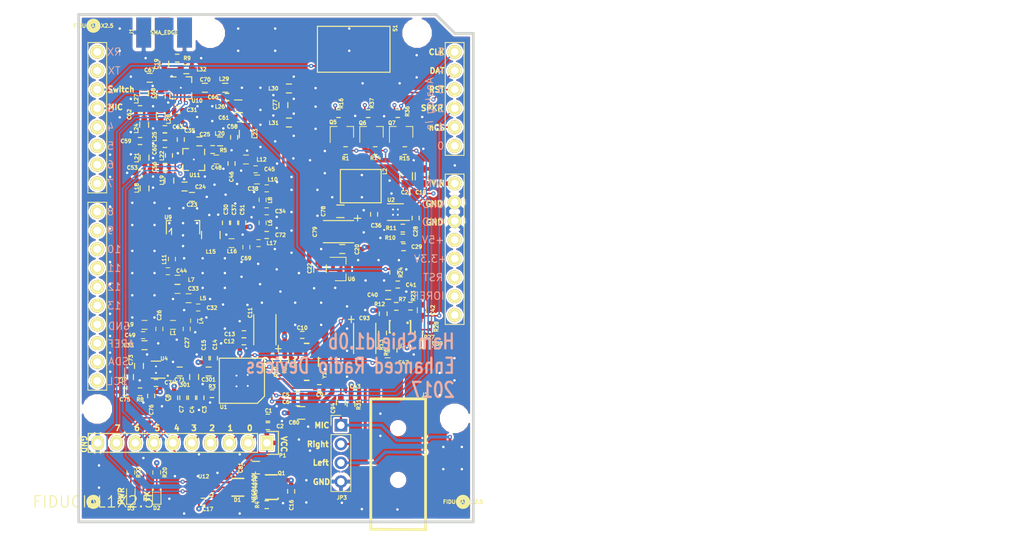
<source format=kicad_pcb>
(kicad_pcb (version 4) (host pcbnew 4.0.6)
  (layers (0 Front signal) (1 GND.Cu signal) (2 PWR.Cu signal) (31 Back signal) (34 B.Paste user) (35 F.Paste user) (36 B.SilkS user) (37 F.SilkS user) (38 B.Mask user) (39 F.Mask user) (44 Edge.Cuts user))
  (net 0 "")
  (net 1 AVDD)
  (net 2 GND)
  (net 3 VCC)
  (net 4 VTX)
  (net 5 "Net-(C9-Pad1)")
  (net 6 "Net-(C10-Pad1)")
  (net 7 "Net-(C11-Pad1)")
  (net 8 "Net-(C19-Pad2)")
  (net 9 "Net-(C40-Pad2)")
  (net 10 "Net-(C42-Pad1)")
  (net 11 "Net-(C69-Pad1)")
  (net 12 "Net-(C93-Pad2)")
  (net 13 "Net-(C94-Pad2)")
  (net 14 "Net-(J2-Pad2)")
  (net 15 "Net-(R23-Pad1)")
  (net 16 "Net-(S1-Pad1)")
  (net 17 "Net-(R12-Pad2)")
  (net 18 "Net-(C38-Pad1)")
  (net 19 "/RF Front End/RF_OUT")
  (net 20 "/User Interface/ARD_AUDIO_OUT")
  (net 21 /GPIO0)
  (net 22 /GPIO6)
  (net 23 /GPIO7)
  (net 24 "/User Interface/PWM_AUDIO_IN")
  (net 25 +5V)
  (net 26 "/RF Front End/ANT")
  (net 27 "/RF Front End/70cm_IN")
  (net 28 "/RF Front End/2m_IN")
  (net 29 "Net-(C23-Pad2)")
  (net 30 "/RF Front End/1.2m_IN")
  (net 31 "Net-(C24-Pad2)")
  (net 32 "/RF Front End/70cm_OUT")
  (net 33 "/RF Front End/1.2m_OUT")
  (net 34 "/RF Front End/2m_OUT")
  (net 35 "/RF Front End/STAGE1_OUT")
  (net 36 "Net-(C36-Pad1)")
  (net 37 "Net-(C36-Pad2)")
  (net 38 "Net-(D1-Pad4)")
  (net 39 "Net-(Q1-Pad6)")
  (net 40 /GPIO1)
  (net 41 /GPIO2)
  (net 42 /GPIO3)
  (net 43 "Net-(C25-Pad2)")
  (net 44 "Net-(C53-Pad1)")
  (net 45 "Net-(C56-Pad1)")
  (net 46 "Net-(C58-Pad1)")
  (net 47 "Net-(C59-Pad1)")
  (net 48 "Net-(C60-Pad1)")
  (net 49 "Net-(C61-Pad1)")
  (net 50 "Net-(C62-Pad1)")
  (net 51 "Net-(C63-Pad1)")
  (net 52 "Net-(C66-Pad1)")
  (net 53 "Net-(C67-Pad2)")
  (net 54 "Net-(C68-Pad2)")
  (net 55 "Net-(C70-Pad2)")
  (net 56 "Net-(C71-Pad1)")
  (net 57 "Net-(C72-Pad1)")
  (net 58 "Net-(C73-Pad2)")
  (net 59 "Net-(C44-Pad1)")
  (net 60 "Net-(C75-Pad1)")
  (net 61 "Net-(C77-Pad2)")
  (net 62 "Net-(C28-Pad1)")
  (net 63 "Net-(R10-Pad2)")
  (net 64 "Net-(Q5-Pad3)")
  (net 65 "Net-(Q6-Pad3)")
  (net 66 "Net-(Q7-Pad3)")
  (net 67 +5VL)
  (net 68 "Net-(C26-Pad1)")
  (net 69 "Net-(C27-Pad1)")
  (net 70 "Net-(C32-Pad1)")
  (net 71 "Net-(C33-Pad1)")
  (net 72 "Net-(C34-Pad1)")
  (net 73 /MIC_IN)
  (net 74 "Net-(C45-Pad1)")
  (net 75 "/RF Front End/STAGE2_OUT")
  (net 76 /AFOUT)
  (net 77 "Net-(C47-Pad2)")
  (net 78 /RFin)
  (net 79 /GPIO4)
  (net 80 /GPIO5)
  (net 81 "Net-(D2-Pad2)")
  (net 82 "Net-(D3-Pad2)")
  (net 83 "/RF Front End/S2_IN")
  (net 84 /nSEN)
  (net 85 /SDIO)
  (net 86 /SCLK)
  (net 87 /MODE)
  (net 88 /PDN)
  (net 89 "Net-(R5-Pad2)")
  (net 90 "Net-(R13-Pad1)")
  (net 91 "Net-(U1-Pad10)")
  (net 92 "Net-(U1-Pad14)")
  (net 93 "Net-(U1-Pad17)")
  (net 94 "Net-(U1-Pad19)")
  (net 95 "Net-(U1-Pad20)")
  (net 96 "Net-(U1-Pad22)")
  (net 97 /nRST)
  (net 98 "Net-(U5-Pad3.3V)")
  (net 99 "Net-(U5-PadA0)")
  (net 100 "Net-(U5-PadAREF)")
  (net 101 "Net-(U5-PadD4)")
  (net 102 "Net-(U5-PadD5)")
  (net 103 "Net-(U5-PadD6)")
  (net 104 "Net-(U5-PadD7)")
  (net 105 "Net-(U5-PadD8)")
  (net 106 "Net-(U5-PadD9)")
  (net 107 "Net-(U5-PadD10)")
  (net 108 "Net-(U5-PadD11)")
  (net 109 "Net-(U5-PadD12)")
  (net 110 "Net-(U5-PadD13)")
  (net 111 "Net-(U5-PadGD1)")
  (net 112 "Net-(U5-PadRES)")
  (net 113 "Net-(U5-PadRX)")
  (net 114 "Net-(U5-PadTX)")
  (net 115 /Y1)
  (net 116 /Y2)
  (net 117 "Net-(L15-Pad1)")
  (net 118 "Net-(C46-Pad1)")
  (module mogar_modules_new:Via_D0.8382_Drill0.331 (layer Front) (at 120.05 149.15)
    (fp_text reference REF** hide)
    (fp_text value Via_D0.8382_Drill0.331 hide)
    (pad 1 thru_hole circle (at 0 0) (size 0.8382 0.8382) (drill 0.331) (layers *.Cu) (net 2 GND))
  )
  (module mogar_modules_new:Via_D0.8382_Drill0.331 (layer Front) (at 108.55 145.5)
    (fp_text reference REF** hide)
    (fp_text value Via_D0.8382_Drill0.331 hide)
    (pad 1 thru_hole circle (at 0 0) (size 0.8382 0.8382) (drill 0.331) (layers *.Cu) (net 2 GND))
  )
  (module mogar_modules_new:Via_D0.8382_Drill0.331 (layer Front) (at 105.45 145.5)
    (fp_text reference REF** hide)
    (fp_text value Via_D0.8382_Drill0.331 hide)
    (pad 1 thru_hole circle (at 0 0) (size 0.8382 0.8382) (drill 0.331) (layers *.Cu) (net 2 GND))
  )
  (module mogar_modules_new:Via_D0.8382_Drill0.331 (layer Front) (at 115.25 122.35)
    (fp_text reference REF** hide)
    (fp_text value Via_D0.8382_Drill0.331 hide)
    (pad 1 thru_hole circle (at 0 0) (size 0.8382 0.8382) (drill 0.331) (layers *.Cu) (net 2 GND))
  )
  (module mogar_modules_new:Via_D0.8382_Drill0.331 (layer Front) (at 124.25 120.1)
    (fp_text reference REF** hide)
    (fp_text value Via_D0.8382_Drill0.331 hide)
    (pad 1 thru_hole circle (at 0 0) (size 0.8382 0.8382) (drill 0.331) (layers *.Cu) (net 2 GND))
  )
  (module mogar_modules_new:Via_D0.8382_Drill0.331 (layer Front) (at 127.1 120.05)
    (fp_text reference REF** hide)
    (fp_text value Via_D0.8382_Drill0.331 hide)
    (pad 1 thru_hole circle (at 0 0) (size 0.8382 0.8382) (drill 0.331) (layers *.Cu) (net 2 GND))
  )
  (module mogar_modules_new:Via_D0.8382_Drill0.331 (layer Front) (at 143.25 103.5)
    (fp_text reference REF** hide)
    (fp_text value Via_D0.8382_Drill0.331 hide)
    (pad 1 thru_hole circle (at 0 0) (size 0.8382 0.8382) (drill 0.331) (layers *.Cu) (net 2 GND))
  )
  (module mogar_modules_new:Via_D0.8382_Drill0.331 (layer Front) (at 138.85 96.95)
    (fp_text reference REF** hide)
    (fp_text value Via_D0.8382_Drill0.331 hide)
    (pad 1 thru_hole circle (at 0 0) (size 0.8382 0.8382) (drill 0.331) (layers *.Cu) (net 2 GND))
  )
  (module mogar_modules_new:Via_D0.8382_Drill0.331 (layer Front) (at 133.7 96.85)
    (fp_text reference REF** hide)
    (fp_text value Via_D0.8382_Drill0.331 hide)
    (pad 1 thru_hole circle (at 0 0) (size 0.8382 0.8382) (drill 0.331) (layers *.Cu) (net 2 GND))
  )
  (module mogar_modules_new:Via_D0.8382_Drill0.331 (layer Front) (at 129.8 96.8)
    (fp_text reference REF** hide)
    (fp_text value Via_D0.8382_Drill0.331 hide)
    (pad 1 thru_hole circle (at 0 0) (size 0.8382 0.8382) (drill 0.331) (layers *.Cu) (net 2 GND))
  )
  (module mogar_modules_new:Via_D0.8382_Drill0.331 (layer Front) (at 138.1 91.6)
    (fp_text reference REF** hide)
    (fp_text value Via_D0.8382_Drill0.331 hide)
    (pad 1 thru_hole circle (at 0 0) (size 0.8382 0.8382) (drill 0.331) (layers *.Cu) (net 2 GND))
  )
  (module mogar_modules_new:Via_D0.8382_Drill0.331 (layer Front) (at 138.1 88.6)
    (fp_text reference REF** hide)
    (fp_text value Via_D0.8382_Drill0.331 hide)
    (pad 1 thru_hole circle (at 0 0) (size 0.8382 0.8382) (drill 0.331) (layers *.Cu) (net 2 GND))
  )
  (module mogar_modules_new:Via_D0.8382_Drill0.331 (layer Front) (at 130.8 92.4)
    (fp_text reference REF** hide)
    (fp_text value Via_D0.8382_Drill0.331 hide)
    (pad 1 thru_hole circle (at 0 0) (size 0.8382 0.8382) (drill 0.331) (layers *.Cu) (net 2 GND))
  )
  (module mogar_modules_new:Via_D0.8382_Drill0.331 (layer Front) (at 135.8 92.4)
    (fp_text reference REF** hide)
    (fp_text value Via_D0.8382_Drill0.331 hide)
    (pad 1 thru_hole circle (at 0 0) (size 0.8382 0.8382) (drill 0.331) (layers *.Cu) (net 2 GND))
  )
  (module mogar_modules_new:Via_D0.8382_Drill0.331 (layer Front) (at 106.7 105.35)
    (fp_text reference REF** hide)
    (fp_text value Via_D0.8382_Drill0.331 hide)
    (pad 1 thru_hole circle (at 0 0) (size 0.8382 0.8382) (drill 0.331) (layers *.Cu) (net 2 GND))
  )
  (module mogar_modules_new:Via_D0.8382_Drill0.331 (layer Front) (at 105.02 91.45)
    (fp_text reference REF** hide)
    (fp_text value Via_D0.8382_Drill0.331 hide)
    (pad 1 thru_hole circle (at 0 0) (size 0.8382 0.8382) (drill 0.331) (layers *.Cu) (net 2 GND))
  )
  (module mogar_modules_new:Via_D0.8382_Drill0.331 (layer Front) (at 130.7 149.95)
    (fp_text reference REF** hide)
    (fp_text value Via_D0.8382_Drill0.331 hide)
    (pad 1 thru_hole circle (at 0 0) (size 0.8382 0.8382) (drill 0.331) (layers *.Cu) (net 2 GND))
  )
  (module mogar_modules_new:Via_D0.8382_Drill0.331 (layer Front) (at 135.5 150)
    (fp_text reference REF** hide)
    (fp_text value Via_D0.8382_Drill0.331 hide)
    (pad 1 thru_hole circle (at 0 0) (size 0.8382 0.8382) (drill 0.331) (layers *.Cu) (net 2 GND))
  )
  (module mogar_modules_new:Via_D0.8382_Drill0.331 (layer Front) (at 128 149.1)
    (fp_text reference REF** hide)
    (fp_text value Via_D0.8382_Drill0.331 hide)
    (pad 1 thru_hole circle (at 0 0) (size 0.8382 0.8382) (drill 0.331) (layers *.Cu) (net 2 GND))
  )
  (module mogar_modules_new:Via_D0.8382_Drill0.331 (layer Front) (at 115.2 101.5)
    (fp_text reference REF** hide)
    (fp_text value Via_D0.8382_Drill0.331 hide)
    (pad 1 thru_hole circle (at 0 0) (size 0.8382 0.8382) (drill 0.331) (layers *.Cu) (net 2 GND))
  )
  (module mogar_modules_new:Via_D0.8382_Drill0.331 (layer Front) (at 113.1 101.45)
    (fp_text reference REF** hide)
    (fp_text value Via_D0.8382_Drill0.331 hide)
    (pad 1 thru_hole circle (at 0 0) (size 0.8382 0.8382) (drill 0.331) (layers *.Cu) (net 2 GND))
  )
  (module mogar_modules_new:Via_D0.8382_Drill0.331 (layer Front) (at 113.85 106)
    (fp_text reference REF** hide)
    (fp_text value Via_D0.8382_Drill0.331 hide)
    (pad 1 thru_hole circle (at 0 0) (size 0.8382 0.8382) (drill 0.331) (layers *.Cu) (net 2 GND))
  )
  (module mogar_modules_new:Via_D0.8382_Drill0.331 (layer Front) (at 116.15 107.1)
    (fp_text reference REF** hide)
    (fp_text value Via_D0.8382_Drill0.331 hide)
    (pad 1 thru_hole circle (at 0 0) (size 0.8382 0.8382) (drill 0.331) (layers *.Cu) (net 2 GND))
  )
  (module mogar_modules_new:Via_D0.8382_Drill0.331 (layer Front) (at 114.4 104.2)
    (fp_text reference REF** hide)
    (fp_text value Via_D0.8382_Drill0.331 hide)
    (pad 1 thru_hole circle (at 0 0) (size 0.8382 0.8382) (drill 0.331) (layers *.Cu) (net 2 GND))
  )
  (module mogar_modules_new:Via_D0.8382_Drill0.331 (layer Front) (at 112 103.95)
    (fp_text reference REF** hide)
    (fp_text value Via_D0.8382_Drill0.331 hide)
    (pad 1 thru_hole circle (at 0 0) (size 0.8382 0.8382) (drill 0.331) (layers *.Cu) (net 2 GND))
  )
  (module mogar_modules_new:Via_D0.8382_Drill0.331 (layer Front) (at 113.6 108.65)
    (fp_text reference REF** hide)
    (fp_text value Via_D0.8382_Drill0.331 hide)
    (pad 1 thru_hole circle (at 0 0) (size 0.8382 0.8382) (drill 0.331) (layers *.Cu) (net 2 GND))
  )
  (module mogar_modules_new:Via_D0.8382_Drill0.331 (layer Front) (at 112.3 107.45)
    (fp_text reference REF** hide)
    (fp_text value Via_D0.8382_Drill0.331 hide)
    (pad 1 thru_hole circle (at 0 0) (size 0.8382 0.8382) (drill 0.331) (layers *.Cu) (net 2 GND))
  )
  (module mogar_modules_new:Via_D0.8382_Drill0.331 (layer Front) (at 109.75 107.75)
    (fp_text reference REF** hide)
    (fp_text value Via_D0.8382_Drill0.331 hide)
    (pad 1 thru_hole circle (at 0 0) (size 0.8382 0.8382) (drill 0.331) (layers *.Cu) (net 2 GND))
  )
  (module mogar_modules_new:Via_D0.8382_Drill0.331 (layer Front) (at 110.8 106.1)
    (fp_text reference REF** hide)
    (fp_text value Via_D0.8382_Drill0.331 hide)
    (pad 1 thru_hole circle (at 0 0) (size 0.8382 0.8382) (drill 0.331) (layers *.Cu) (net 2 GND))
  )
  (module mogar_modules_new:Via_D0.8382_Drill0.331 (layer Front) (at 116.1 109.15)
    (fp_text reference REF** hide)
    (fp_text value Via_D0.8382_Drill0.331 hide)
    (pad 1 thru_hole circle (at 0 0) (size 0.8382 0.8382) (drill 0.331) (layers *.Cu) (net 2 GND))
  )
  (module mogar_modules_new:Via_D0.8382_Drill0.331 (layer Front) (at 115.8 110.5)
    (fp_text reference REF** hide)
    (fp_text value Via_D0.8382_Drill0.331 hide)
    (pad 1 thru_hole circle (at 0 0) (size 0.8382 0.8382) (drill 0.331) (layers *.Cu) (net 2 GND))
  )
  (module mogar_modules_new:Via_D0.8382_Drill0.331 (layer Front) (at 111.3 110.15)
    (fp_text reference REF** hide)
    (fp_text value Via_D0.8382_Drill0.331 hide)
    (pad 1 thru_hole circle (at 0 0) (size 0.8382 0.8382) (drill 0.331) (layers *.Cu) (net 2 GND))
  )
  (module mogar_modules_new:Via_D0.8382_Drill0.331 (layer Front) (at 110.1 110.2)
    (fp_text reference REF** hide)
    (fp_text value Via_D0.8382_Drill0.331 hide)
    (pad 1 thru_hole circle (at 0 0) (size 0.8382 0.8382) (drill 0.331) (layers *.Cu) (net 2 GND))
  )
  (module mogar_modules_new:Via_D0.8382_Drill0.331 (layer Front) (at 114.6 112.85)
    (fp_text reference REF** hide)
    (fp_text value Via_D0.8382_Drill0.331 hide)
    (pad 1 thru_hole circle (at 0 0) (size 0.8382 0.8382) (drill 0.331) (layers *.Cu) (net 2 GND))
  )
  (module mogar_modules_new:Via_D0.8382_Drill0.331 (layer Front) (at 112.4 112.85)
    (fp_text reference REF** hide)
    (fp_text value Via_D0.8382_Drill0.331 hide)
    (pad 1 thru_hole circle (at 0 0) (size 0.8382 0.8382) (drill 0.331) (layers *.Cu) (net 2 GND))
  )
  (module mogar_modules_new:Via_D0.8382_Drill0.331 (layer Front) (at 106.55 114.4)
    (fp_text reference REF** hide)
    (fp_text value Via_D0.8382_Drill0.331 hide)
    (pad 1 thru_hole circle (at 0 0) (size 0.8382 0.8382) (drill 0.331) (layers *.Cu) (net 2 GND))
  )
  (module mogar_modules_new:Via_D0.8382_Drill0.331 (layer Front) (at 106.55 112.95)
    (fp_text reference REF** hide)
    (fp_text value Via_D0.8382_Drill0.331 hide)
    (pad 1 thru_hole circle (at 0 0) (size 0.8382 0.8382) (drill 0.331) (layers *.Cu) (net 2 GND))
  )
  (module mogar_modules_new:Via_D0.8382_Drill0.331 (layer Front) (at 106.55 111.3)
    (fp_text reference REF** hide)
    (fp_text value Via_D0.8382_Drill0.331 hide)
    (pad 1 thru_hole circle (at 0 0) (size 0.8382 0.8382) (drill 0.331) (layers *.Cu) (net 2 GND))
  )
  (module mogar_modules_new:Via_D0.8382_Drill0.331 (layer Front) (at 106.6 109.25)
    (fp_text reference REF** hide)
    (fp_text value Via_D0.8382_Drill0.331 hide)
    (pad 1 thru_hole circle (at 0 0) (size 0.8382 0.8382) (drill 0.331) (layers *.Cu) (net 2 GND))
  )
  (module mogar_modules_new:Via_D0.8382_Drill0.331 (layer Front) (at 108.45 111.3)
    (fp_text reference REF** hide)
    (fp_text value Via_D0.8382_Drill0.331 hide)
    (pad 1 thru_hole circle (at 0 0) (size 0.8382 0.8382) (drill 0.331) (layers *.Cu) (net 2 GND))
  )
  (module mogar_modules_new:Via_D0.8382_Drill0.331 (layer Front) (at 104.7 111.3)
    (fp_text reference REF** hide)
    (fp_text value Via_D0.8382_Drill0.331 hide)
    (pad 1 thru_hole circle (at 0 0) (size 0.8382 0.8382) (drill 0.331) (layers *.Cu) (net 2 GND))
  )
  (module mogar_modules_new:Via_D0.8382_Drill0.331 (layer Front) (at 108.45 109.3)
    (fp_text reference REF** hide)
    (fp_text value Via_D0.8382_Drill0.331 hide)
    (pad 1 thru_hole circle (at 0 0) (size 0.8382 0.8382) (drill 0.331) (layers *.Cu) (net 2 GND))
  )
  (module mogar_modules_new:Via_D0.8382_Drill0.331 (layer Front) (at 104.7 109.3)
    (fp_text reference REF** hide)
    (fp_text value Via_D0.8382_Drill0.331 hide)
    (pad 1 thru_hole circle (at 0 0) (size 0.8382 0.8382) (drill 0.331) (layers *.Cu) (net 2 GND))
  )
  (module mogar_modules_new:Via_D0.8382_Drill0.331 (layer Front) (at 111.95 122.3)
    (fp_text reference REF** hide)
    (fp_text value Via_D0.8382_Drill0.331 hide)
    (pad 1 thru_hole circle (at 0 0) (size 0.8382 0.8382) (drill 0.331) (layers *.Cu) (net 2 GND))
  )
  (module mogar_modules_new:Via_D0.8382_Drill0.331 (layer Front) (at 117.2 122.05)
    (fp_text reference REF** hide)
    (fp_text value Via_D0.8382_Drill0.331 hide)
    (pad 1 thru_hole circle (at 0 0) (size 0.8382 0.8382) (drill 0.331) (layers *.Cu) (net 2 GND))
  )
  (module mogar_modules_new:Via_D0.8382_Drill0.331 (layer Front) (at 119.7 120.55)
    (fp_text reference REF** hide)
    (fp_text value Via_D0.8382_Drill0.331 hide)
    (pad 1 thru_hole circle (at 0 0) (size 0.8382 0.8382) (drill 0.331) (layers *.Cu) (net 2 GND))
  )
  (module mogar_modules_new:Via_D0.8382_Drill0.331 (layer Front) (at 122.2 118.05)
    (fp_text reference REF** hide)
    (fp_text value Via_D0.8382_Drill0.331 hide)
    (pad 1 thru_hole circle (at 0 0) (size 0.8382 0.8382) (drill 0.331) (layers *.Cu) (net 2 GND))
  )
  (module mogar_modules_new:Via_D0.8382_Drill0.331 (layer Front) (at 123.45 138.8)
    (fp_text reference REF** hide)
    (fp_text value Via_D0.8382_Drill0.331 hide)
    (pad 1 thru_hole circle (at 0 0) (size 0.8382 0.8382) (drill 0.331) (layers *.Cu) (net 2 GND))
  )
  (module mogar_modules_new:Via_D0.8382_Drill0.331 (layer Front) (at 128.7 132.05)
    (fp_text reference REF** hide)
    (fp_text value Via_D0.8382_Drill0.331 hide)
    (pad 1 thru_hole circle (at 0 0) (size 0.8382 0.8382) (drill 0.331) (layers *.Cu) (net 2 GND))
  )
  (module mogar_modules_new:Via_D0.8382_Drill0.331 (layer Front) (at 137.7 129.05)
    (fp_text reference REF** hide)
    (fp_text value Via_D0.8382_Drill0.331 hide)
    (pad 1 thru_hole circle (at 0 0) (size 0.8382 0.8382) (drill 0.331) (layers *.Cu) (net 2 GND))
  )
  (module mogar_modules_new:Via_D0.8382_Drill0.331 (layer Front) (at 141.2 131.55)
    (fp_text reference REF** hide)
    (fp_text value Via_D0.8382_Drill0.331 hide)
    (pad 1 thru_hole circle (at 0 0) (size 0.8382 0.8382) (drill 0.331) (layers *.Cu) (net 2 GND))
  )
  (module mogar_modules_new:Via_D0.8382_Drill0.331 (layer Front) (at 141.2 134.55)
    (fp_text reference REF** hide)
    (fp_text value Via_D0.8382_Drill0.331 hide)
    (pad 1 thru_hole circle (at 0 0) (size 0.8382 0.8382) (drill 0.331) (layers *.Cu) (net 2 GND))
  )
  (module mogar_modules_new:Via_D0.8382_Drill0.331 (layer Front) (at 134.45 105.55)
    (fp_text reference REF** hide)
    (fp_text value Via_D0.8382_Drill0.331 hide)
    (pad 1 thru_hole circle (at 0 0) (size 0.8382 0.8382) (drill 0.331) (layers *.Cu) (net 2 GND))
  )
  (module mogar_modules_new:Via_D0.8382_Drill0.331 (layer Front) (at 137.7 102.8)
    (fp_text reference REF** hide)
    (fp_text value Via_D0.8382_Drill0.331 hide)
    (pad 1 thru_hole circle (at 0 0) (size 0.8382 0.8382) (drill 0.331) (layers *.Cu) (net 2 GND))
  )
  (module mogar_modules_new:Via_D0.8382_Drill0.331 (layer Front) (at 134.7 107.3)
    (fp_text reference REF** hide)
    (fp_text value Via_D0.8382_Drill0.331 hide)
    (pad 1 thru_hole circle (at 0 0) (size 0.8382 0.8382) (drill 0.331) (layers *.Cu) (net 2 GND))
  )
  (module mogar_modules_new:Via_D0.8382_Drill0.331 (layer Front) (at 133.2 113.3)
    (fp_text reference REF** hide)
    (fp_text value Via_D0.8382_Drill0.331 hide)
    (pad 1 thru_hole circle (at 0 0) (size 0.8382 0.8382) (drill 0.331) (layers *.Cu) (net 2 GND))
  )
  (module mogar_modules_new:Via_D0.8382_Drill0.331 (layer Front) (at 135.7 116.3)
    (fp_text reference REF** hide)
    (fp_text value Via_D0.8382_Drill0.331 hide)
    (pad 1 thru_hole circle (at 0 0) (size 0.8382 0.8382) (drill 0.331) (layers *.Cu) (net 2 GND))
  )
  (module mogar_modules_new:Via_D0.8382_Drill0.331 (layer Front) (at 132.95 116.3)
    (fp_text reference REF** hide)
    (fp_text value Via_D0.8382_Drill0.331 hide)
    (pad 1 thru_hole circle (at 0 0) (size 0.8382 0.8382) (drill 0.331) (layers *.Cu) (net 2 GND))
  )
  (module mogar_modules_new:Via_D0.8382_Drill0.331 (layer Front) (at 130.2 116.3)
    (fp_text reference REF** hide)
    (fp_text value Via_D0.8382_Drill0.331 hide)
    (pad 1 thru_hole circle (at 0 0) (size 0.8382 0.8382) (drill 0.331) (layers *.Cu) (net 2 GND))
  )
  (module mogar_modules_new:Via_D0.8382_Drill0.331 (layer Front) (at 124.7 110.3)
    (fp_text reference REF** hide)
    (fp_text value Via_D0.8382_Drill0.331 hide)
    (pad 1 thru_hole circle (at 0 0) (size 0.8382 0.8382) (drill 0.331) (layers *.Cu) (net 2 GND))
  )
  (module mogar_modules_new:Via_D0.8382_Drill0.331 (layer Front) (at 125.2 114.8)
    (fp_text reference REF** hide)
    (fp_text value Via_D0.8382_Drill0.331 hide)
    (pad 1 thru_hole circle (at 0 0) (size 0.8382 0.8382) (drill 0.331) (layers *.Cu) (net 2 GND))
  )
  (module mogar_modules_new:Via_D0.8382_Drill0.331 (layer Front) (at 126.7 107.8)
    (fp_text reference REF** hide)
    (fp_text value Via_D0.8382_Drill0.331 hide)
    (pad 1 thru_hole circle (at 0 0) (size 0.8382 0.8382) (drill 0.331) (layers *.Cu) (net 2 GND))
  )
  (module mogar_modules_new:Via_D0.8382_Drill0.331 (layer Front) (at 130.95 109.55)
    (fp_text reference REF** hide)
    (fp_text value Via_D0.8382_Drill0.331 hide)
    (pad 1 thru_hole circle (at 0 0) (size 0.8382 0.8382) (drill 0.331) (layers *.Cu) (net 2 GND))
  )
  (module mogar_modules_new:Via_D0.8382_Drill0.331 (layer Front) (at 130.95 112.55)
    (fp_text reference REF** hide)
    (fp_text value Via_D0.8382_Drill0.331 hide)
    (pad 1 thru_hole circle (at 0 0) (size 0.8382 0.8382) (drill 0.331) (layers *.Cu) (net 2 GND))
  )
  (module mogar_modules_new:Via_D0.8382_Drill0.331 (layer Front) (at 130.7 104.8)
    (fp_text reference REF** hide)
    (fp_text value Via_D0.8382_Drill0.331 hide)
    (pad 1 thru_hole circle (at 0 0) (size 0.8382 0.8382) (drill 0.331) (layers *.Cu) (net 2 GND))
  )
  (module mogar_modules_new:Via_D0.8382_Drill0.331 (layer Front) (at 130.7 107.8)
    (fp_text reference REF** hide)
    (fp_text value Via_D0.8382_Drill0.331 hide)
    (pad 1 thru_hole circle (at 0 0) (size 0.8382 0.8382) (drill 0.331) (layers *.Cu) (net 2 GND))
  )
  (module mogar_modules_new:Via_D0.8382_Drill0.331 (layer Front) (at 124.7 106.8)
    (fp_text reference REF** hide)
    (fp_text value Via_D0.8382_Drill0.331 hide)
    (pad 1 thru_hole circle (at 0 0) (size 0.8382 0.8382) (drill 0.331) (layers *.Cu) (net 2 GND))
  )
  (module mogar_modules_new:Via_D0.8382_Drill0.331 (layer Front) (at 123.7 102.8)
    (fp_text reference REF** hide)
    (fp_text value Via_D0.8382_Drill0.331 hide)
    (pad 1 thru_hole circle (at 0 0) (size 0.8382 0.8382) (drill 0.331) (layers *.Cu) (net 2 GND))
  )
  (module mogar_modules_new:Via_D0.8382_Drill0.331 (layer Front) (at 125.7 101.55)
    (fp_text reference REF** hide)
    (fp_text value Via_D0.8382_Drill0.331 hide)
    (pad 1 thru_hole circle (at 0 0) (size 0.8382 0.8382) (drill 0.331) (layers *.Cu) (net 2 GND))
  )
  (module mogar_modules_new:Via_D0.8382_Drill0.331 (layer Front) (at 125.7 104.55)
    (fp_text reference REF** hide)
    (fp_text value Via_D0.8382_Drill0.331 hide)
    (pad 1 thru_hole circle (at 0 0) (size 0.8382 0.8382) (drill 0.331) (layers *.Cu) (net 2 GND))
  )
  (module mogar_modules_new:Via_D0.8382_Drill0.331 (layer Front) (at 118.75 94)
    (fp_text reference REF** hide)
    (fp_text value Via_D0.8382_Drill0.331 hide)
    (pad 1 thru_hole circle (at 0 0) (size 0.8382 0.8382) (drill 0.331) (layers *.Cu) (net 2 GND))
  )
  (module mogar_modules_new:Via_D0.8382_Drill0.331 (layer Front) (at 118.75 96.75)
    (fp_text reference REF** hide)
    (fp_text value Via_D0.8382_Drill0.331 hide)
    (pad 1 thru_hole circle (at 0 0) (size 0.8382 0.8382) (drill 0.331) (layers *.Cu) (net 2 GND))
  )
  (module mogar_modules_new:Via_D0.8382_Drill0.331 (layer Front) (at 119 100.25)
    (fp_text reference REF** hide)
    (fp_text value Via_D0.8382_Drill0.331 hide)
    (pad 1 thru_hole circle (at 0 0) (size 0.8382 0.8382) (drill 0.331) (layers *.Cu) (net 2 GND))
  )
  (module mogar_modules_new:Via_D0.8382_Drill0.331 (layer Front) (at 121.45 102.55)
    (fp_text reference REF** hide)
    (fp_text value Via_D0.8382_Drill0.331 hide)
    (pad 1 thru_hole circle (at 0 0) (size 0.8382 0.8382) (drill 0.331) (layers *.Cu) (net 2 GND))
  )
  (module mogar_modules_new:Via_D0.8382_Drill0.331 (layer Front) (at 124.45 98.55)
    (fp_text reference REF** hide)
    (fp_text value Via_D0.8382_Drill0.331 hide)
    (pad 1 thru_hole circle (at 0 0) (size 0.8382 0.8382) (drill 0.331) (layers *.Cu) (net 2 GND))
  )
  (module mogar_modules_new:Via_D0.8382_Drill0.331 (layer Front) (at 124.45 95.55)
    (fp_text reference REF** hide)
    (fp_text value Via_D0.8382_Drill0.331 hide)
    (pad 1 thru_hole circle (at 0 0) (size 0.8382 0.8382) (drill 0.331) (layers *.Cu) (net 2 GND))
  )
  (module mogar_modules_new:Via_D0.8382_Drill0.331 (layer Front) (at 124.45 93.05)
    (fp_text reference REF** hide)
    (fp_text value Via_D0.8382_Drill0.331 hide)
    (pad 1 thru_hole circle (at 0 0) (size 0.8382 0.8382) (drill 0.331) (layers *.Cu) (net 2 GND))
  )
  (module mogar_modules_new:Via_D0.8382_Drill0.331 (layer Front) (at 119.25 103.25)
    (fp_text reference REF** hide)
    (fp_text value Via_D0.8382_Drill0.331 hide)
    (pad 1 thru_hole circle (at 0 0) (size 0.8382 0.8382) (drill 0.331) (layers *.Cu) (net 2 GND))
  )
  (module mogar_modules_new:Via_D0.8382_Drill0.331 (layer Front) (at 121.2 105.05)
    (fp_text reference REF** hide)
    (fp_text value Via_D0.8382_Drill0.331 hide)
    (pad 1 thru_hole circle (at 0 0) (size 0.8382 0.8382) (drill 0.331) (layers *.Cu) (net 2 GND))
  )
  (module mogar_modules_new:Via_D0.8382_Drill0.331 (layer Front) (at 119.2 111.95)
    (fp_text reference REF** hide)
    (fp_text value Via_D0.8382_Drill0.331 hide)
    (pad 1 thru_hole circle (at 0 0) (size 0.8382 0.8382) (drill 0.331) (layers *.Cu) (net 2 GND))
  )
  (module mogar_modules_new:Via_D0.8382_Drill0.331 (layer Front) (at 119.25 105.75)
    (fp_text reference REF** hide)
    (fp_text value Via_D0.8382_Drill0.331 hide)
    (pad 1 thru_hole circle (at 0 0) (size 0.8382 0.8382) (drill 0.331) (layers *.Cu) (net 2 GND))
  )
  (module mogar_modules_new:Via_D0.8382_Drill0.331 (layer Front) (at 119.2 110.45)
    (fp_text reference REF** hide)
    (fp_text value Via_D0.8382_Drill0.331 hide)
    (pad 1 thru_hole circle (at 0 0) (size 0.8382 0.8382) (drill 0.331) (layers *.Cu) (net 2 GND))
  )
  (module mogar_modules_new:Via_D0.8382_Drill0.331 (layer Front) (at 121.2 109.8)
    (fp_text reference REF** hide)
    (fp_text value Via_D0.8382_Drill0.331 hide)
    (pad 1 thru_hole circle (at 0 0) (size 0.8382 0.8382) (drill 0.331) (layers *.Cu) (net 2 GND))
  )
  (module mogar_modules_new:Via_D0.8382_Drill0.331 (layer Front) (at 121.2 106.8)
    (fp_text reference REF** hide)
    (fp_text value Via_D0.8382_Drill0.331 hide)
    (pad 1 thru_hole circle (at 0 0) (size 0.8382 0.8382) (drill 0.331) (layers *.Cu) (net 2 GND))
  )
  (module mogar_modules_new:Via_D0.8382_Drill0.331 (layer Front) (at 121.2 112.3)
    (fp_text reference REF** hide)
    (fp_text value Via_D0.8382_Drill0.331 hide)
    (pad 1 thru_hole circle (at 0 0) (size 0.8382 0.8382) (drill 0.331) (layers *.Cu) (net 2 GND))
  )
  (module mogar_modules_new:Via_D0.8382_Drill0.331 (layer Front) (at 121.2 115.3)
    (fp_text reference REF** hide)
    (fp_text value Via_D0.8382_Drill0.331 hide)
    (pad 1 thru_hole circle (at 0 0) (size 0.8382 0.8382) (drill 0.331) (layers *.Cu) (net 2 GND))
  )
  (module mogar_modules_new:Via_D0.8382_Drill0.331 (layer Front) (at 116.7 116.8)
    (fp_text reference REF** hide)
    (fp_text value Via_D0.8382_Drill0.331 hide)
    (pad 1 thru_hole circle (at 0 0) (size 0.8382 0.8382) (drill 0.331) (layers *.Cu) (net 2 GND))
  )
  (module mogar_modules_new:Via_D0.8382_Drill0.331 (layer Front) (at 118.95 114.8)
    (fp_text reference REF** hide)
    (fp_text value Via_D0.8382_Drill0.331 hide)
    (pad 1 thru_hole circle (at 0 0) (size 0.8382 0.8382) (drill 0.331) (layers *.Cu) (net 2 GND))
  )
  (module mogar_modules_new:Via_D0.8382_Drill0.331 (layer Front) (at 119.2 117.55)
    (fp_text reference REF** hide)
    (fp_text value Via_D0.8382_Drill0.331 hide)
    (pad 1 thru_hole circle (at 0 0) (size 0.8382 0.8382) (drill 0.331) (layers *.Cu) (net 2 GND))
  )
  (module mogar_modules_new:Via_D0.8382_Drill0.331 (layer Front) (at 116.95 119.55)
    (fp_text reference REF** hide)
    (fp_text value Via_D0.8382_Drill0.331 hide)
    (pad 1 thru_hole circle (at 0 0) (size 0.8382 0.8382) (drill 0.331) (layers *.Cu) (net 2 GND))
  )
  (module mogar_modules_new:Via_D0.8382_Drill0.331 (layer Front) (at 114.45 116.55)
    (fp_text reference REF** hide)
    (fp_text value Via_D0.8382_Drill0.331 hide)
    (pad 1 thru_hole circle (at 0 0) (size 0.8382 0.8382) (drill 0.331) (layers *.Cu) (net 2 GND))
  )
  (module mogar_modules_new:Via_D0.8382_Drill0.331 (layer Front) (at 114.45 118.55)
    (fp_text reference REF** hide)
    (fp_text value Via_D0.8382_Drill0.331 hide)
    (pad 1 thru_hole circle (at 0 0) (size 0.8382 0.8382) (drill 0.331) (layers *.Cu) (net 2 GND))
  )
  (module mogar_modules_new:Via_D0.8382_Drill0.331 (layer Front) (at 112.2 125.55)
    (fp_text reference REF** hide)
    (fp_text value Via_D0.8382_Drill0.331 hide)
    (pad 1 thru_hole circle (at 0 0) (size 0.8382 0.8382) (drill 0.331) (layers *.Cu) (net 2 GND))
  )
  (module mogar_modules_new:Via_D0.8382_Drill0.331 (layer Front) (at 114.2 124.55)
    (fp_text reference REF** hide)
    (fp_text value Via_D0.8382_Drill0.331 hide)
    (pad 1 thru_hole circle (at 0 0) (size 0.8382 0.8382) (drill 0.331) (layers *.Cu) (net 2 GND))
  )
  (module mogar_modules_new:Via_D0.8382_Drill0.331 (layer Front) (at 111.7 127.55)
    (fp_text reference REF** hide)
    (fp_text value Via_D0.8382_Drill0.331 hide)
    (pad 1 thru_hole circle (at 0 0) (size 0.8382 0.8382) (drill 0.331) (layers *.Cu) (net 2 GND))
  )
  (module mogar_modules_new:Via_D0.8382_Drill0.331 (layer Front) (at 108.2 126.05)
    (fp_text reference REF** hide)
    (fp_text value Via_D0.8382_Drill0.331 hide)
    (pad 1 thru_hole circle (at 0 0) (size 0.8382 0.8382) (drill 0.331) (layers *.Cu) (net 2 GND))
  )
  (module mogar_modules_new:Via_D0.8382_Drill0.331 (layer Front) (at 108.4 129.05)
    (fp_text reference REF** hide)
    (fp_text value Via_D0.8382_Drill0.331 hide)
    (pad 1 thru_hole circle (at 0 0) (size 0.8382 0.8382) (drill 0.331) (layers *.Cu) (net 2 GND))
  )
  (module mogar_modules_new:Via_D0.8382_Drill0.331 (layer Front) (at 109.2 133.05)
    (fp_text reference REF** hide)
    (fp_text value Via_D0.8382_Drill0.331 hide)
    (pad 1 thru_hole circle (at 0 0) (size 0.8382 0.8382) (drill 0.331) (layers *.Cu) (net 2 GND))
  )
  (module mogar_modules_new:Via_D0.8382_Drill0.331 (layer Front) (at 108.7 136.55)
    (fp_text reference REF** hide)
    (fp_text value Via_D0.8382_Drill0.331 hide)
    (pad 1 thru_hole circle (at 0 0) (size 0.8382 0.8382) (drill 0.331) (layers *.Cu) (net 2 GND))
  )
  (module mogar_modules_new:Via_D0.8382_Drill0.331 (layer Front) (at 110.2 135.55)
    (fp_text reference REF** hide)
    (fp_text value Via_D0.8382_Drill0.331 hide)
    (pad 1 thru_hole circle (at 0 0) (size 0.8382 0.8382) (drill 0.331) (layers *.Cu) (net 2 GND))
  )
  (module mogar_modules_new:Via_D0.8382_Drill0.331 (layer Front) (at 101.2 143.05)
    (fp_text reference REF** hide)
    (fp_text value Via_D0.8382_Drill0.331 hide)
    (pad 1 thru_hole circle (at 0 0) (size 0.8382 0.8382) (drill 0.331) (layers *.Cu) (net 2 GND))
  )
  (module mogar_modules_new:Via_D0.8382_Drill0.331 (layer Front) (at 114.2 142.55)
    (fp_text reference REF** hide)
    (fp_text value Via_D0.8382_Drill0.331 hide)
    (pad 1 thru_hole circle (at 0 0) (size 0.8382 0.8382) (drill 0.331) (layers *.Cu) (net 2 GND))
  )
  (module mogar_modules_new:Via_D0.8382_Drill0.331 (layer Front) (at 108.7 142.55)
    (fp_text reference REF** hide)
    (fp_text value Via_D0.8382_Drill0.331 hide)
    (pad 1 thru_hole circle (at 0 0) (size 0.8382 0.8382) (drill 0.331) (layers *.Cu) (net 2 GND))
  )
  (module mogar_modules_new:Via_D0.8382_Drill0.331 (layer Front) (at 119.2 136.05)
    (fp_text reference REF** hide)
    (fp_text value Via_D0.8382_Drill0.331 hide)
    (pad 1 thru_hole circle (at 0 0) (size 0.8382 0.8382) (drill 0.331) (layers *.Cu) (net 2 GND))
  )
  (module mogar_modules_new:Via_D0.8382_Drill0.331 (layer Front) (at 122.2 140.55)
    (fp_text reference REF** hide)
    (fp_text value Via_D0.8382_Drill0.331 hide)
    (pad 1 thru_hole circle (at 0 0) (size 0.8382 0.8382) (drill 0.331) (layers *.Cu) (net 2 GND))
  )
  (module mogar_modules_new:Via_D0.8382_Drill0.331 (layer Front) (at 123.7 142.05)
    (fp_text reference REF** hide)
    (fp_text value Via_D0.8382_Drill0.331 hide)
    (pad 1 thru_hole circle (at 0 0) (size 0.8382 0.8382) (drill 0.331) (layers *.Cu) (net 2 GND))
  )
  (module mogar_modules_new:Via_D0.8382_Drill0.331 (layer Front) (at 119.9 138.05)
    (fp_text reference REF** hide)
    (fp_text value Via_D0.8382_Drill0.331 hide)
    (pad 1 thru_hole circle (at 0 0) (size 0.8382 0.8382) (drill 0.331) (layers *.Cu) (net 2 GND))
  )
  (module mogar_modules_new:Via_D0.8382_Drill0.331 (layer Front) (at 125.7 131.05)
    (fp_text reference REF** hide)
    (fp_text value Via_D0.8382_Drill0.331 hide)
    (pad 1 thru_hole circle (at 0 0) (size 0.8382 0.8382) (drill 0.331) (layers *.Cu) (net 2 GND))
  )
  (module mogar_modules_new:Via_D0.8382_Drill0.331 (layer Front) (at 128.7 128.55)
    (fp_text reference REF** hide)
    (fp_text value Via_D0.8382_Drill0.331 hide)
    (pad 1 thru_hole circle (at 0 0) (size 0.8382 0.8382) (drill 0.331) (layers *.Cu) (net 2 GND))
  )
  (module mogar_modules_new:Via_D0.8382_Drill0.331 (layer Front) (at 128.7 125.55)
    (fp_text reference REF** hide)
    (fp_text value Via_D0.8382_Drill0.331 hide)
    (pad 1 thru_hole circle (at 0 0) (size 0.8382 0.8382) (drill 0.331) (layers *.Cu) (net 2 GND))
  )
  (module mogar_modules_new:Via_D0.8382_Drill0.331 (layer Front) (at 131.15 123.05)
    (fp_text reference REF** hide)
    (fp_text value Via_D0.8382_Drill0.331 hide)
    (pad 1 thru_hole circle (at 0 0) (size 0.8382 0.8382) (drill 0.331) (layers *.Cu) (net 2 GND))
  )
  (module mogar_modules_new:Via_D0.8382_Drill0.331 (layer Front) (at 128.7 122.55)
    (fp_text reference REF** hide)
    (fp_text value Via_D0.8382_Drill0.331 hide)
    (pad 1 thru_hole circle (at 0 0) (size 0.8382 0.8382) (drill 0.331) (layers *.Cu) (net 2 GND))
  )
  (module mogar_modules_new:Via_D0.8382_Drill0.331 (layer Front) (at 133.7 119.05)
    (fp_text reference REF** hide)
    (fp_text value Via_D0.8382_Drill0.331 hide)
    (pad 1 thru_hole circle (at 0 0) (size 0.8382 0.8382) (drill 0.331) (layers *.Cu) (net 2 GND))
  )
  (module mogar_modules_new:Via_D0.8382_Drill0.331 (layer Front) (at 131.2 119.05)
    (fp_text reference REF** hide)
    (fp_text value Via_D0.8382_Drill0.331 hide)
    (pad 1 thru_hole circle (at 0 0) (size 0.8382 0.8382) (drill 0.331) (layers *.Cu) (net 2 GND))
  )
  (module mogar_modules_new:Via_D0.8382_Drill0.331 (layer Front) (at 121.7 125.05)
    (fp_text reference REF** hide)
    (fp_text value Via_D0.8382_Drill0.331 hide)
    (pad 1 thru_hole circle (at 0 0) (size 0.8382 0.8382) (drill 0.331) (layers *.Cu) (net 2 GND))
  )
  (module mogar_modules_new:Via_D0.8382_Drill0.331 (layer Front) (at 121.7 122.05)
    (fp_text reference REF** hide)
    (fp_text value Via_D0.8382_Drill0.331 hide)
    (pad 1 thru_hole circle (at 0 0) (size 0.8382 0.8382) (drill 0.331) (layers *.Cu) (net 2 GND))
  )
  (module mogar_modules_new:Via_D0.8382_Drill0.331 (layer Front) (at 138.2 116.05)
    (fp_text reference REF** hide)
    (fp_text value Via_D0.8382_Drill0.331 hide)
    (pad 1 thru_hole circle (at 0 0) (size 0.8382 0.8382) (drill 0.331) (layers *.Cu) (net 2 GND))
  )
  (module mogar_modules_new:Via_D0.8382_Drill0.331 (layer Front) (at 136.7 120.55)
    (fp_text reference REF** hide)
    (fp_text value Via_D0.8382_Drill0.331 hide)
    (pad 1 thru_hole circle (at 0 0) (size 0.8382 0.8382) (drill 0.331) (layers *.Cu) (net 2 GND))
  )
  (module mogar_modules_new:Via_D0.8382_Drill0.331 (layer Front) (at 136.7 117.55)
    (fp_text reference REF** hide)
    (fp_text value Via_D0.8382_Drill0.331 hide)
    (pad 1 thru_hole circle (at 0 0) (size 0.8382 0.8382) (drill 0.331) (layers *.Cu) (net 2 GND))
  )
  (module mogar_modules_new:Via_D0.8382_Drill0.331 (layer Front) (at 125.2 122.05)
    (fp_text reference REF** hide)
    (fp_text value Via_D0.8382_Drill0.331 hide)
    (pad 1 thru_hole circle (at 0 0) (size 0.8382 0.8382) (drill 0.331) (layers *.Cu) (net 2 GND))
  )
  (module mogar_modules_new:Via_D0.8382_Drill0.331 (layer Front) (at 125.2 125.05)
    (fp_text reference REF** hide)
    (fp_text value Via_D0.8382_Drill0.331 hide)
    (pad 1 thru_hole circle (at 0 0) (size 0.8382 0.8382) (drill 0.331) (layers *.Cu) (net 2 GND))
  )
  (module mogar_modules_new:Via_D0.8382_Drill0.331 (layer Front) (at 143.2 132.55)
    (fp_text reference REF** hide)
    (fp_text value Via_D0.8382_Drill0.331 hide)
    (pad 1 thru_hole circle (at 0 0) (size 0.8382 0.8382) (drill 0.331) (layers *.Cu) (net 2 GND))
  )
  (module mogar_modules_new:Via_D0.8382_Drill0.331 (layer Front) (at 143.2 129.55)
    (fp_text reference REF** hide)
    (fp_text value Via_D0.8382_Drill0.331 hide)
    (pad 1 thru_hole circle (at 0 0) (size 0.8382 0.8382) (drill 0.331) (layers *.Cu) (net 2 GND))
  )
  (module mogar_modules_new:Via_D0.8382_Drill0.331 (layer Front) (at 133.2 140.05)
    (fp_text reference REF** hide)
    (fp_text value Via_D0.8382_Drill0.331 hide)
    (pad 1 thru_hole circle (at 0 0) (size 0.8382 0.8382) (drill 0.331) (layers *.Cu) (net 2 GND))
  )
  (module mogar_modules_new:Via_D0.8382_Drill0.331 (layer Front) (at 133.2 137.05)
    (fp_text reference REF** hide)
    (fp_text value Via_D0.8382_Drill0.331 hide)
    (pad 1 thru_hole circle (at 0 0) (size 0.8382 0.8382) (drill 0.331) (layers *.Cu) (net 2 GND))
  )
  (module mogar_modules_new:Via_D0.8382_Drill0.331 (layer Front) (at 144.2 141.55)
    (fp_text reference REF** hide)
    (fp_text value Via_D0.8382_Drill0.331 hide)
    (pad 1 thru_hole circle (at 0 0) (size 0.8382 0.8382) (drill 0.331) (layers *.Cu) (net 2 GND))
  )
  (module mogar_modules_new:Via_D0.8382_Drill0.331 (layer Front) (at 144.2 144.55)
    (fp_text reference REF** hide)
    (fp_text value Via_D0.8382_Drill0.331 hide)
    (pad 1 thru_hole circle (at 0 0) (size 0.8382 0.8382) (drill 0.331) (layers *.Cu) (net 2 GND))
  )
  (module mogar_modules_new:Via_D0.8382_Drill0.331 (layer Front) (at 141.7 144.55)
    (fp_text reference REF** hide)
    (fp_text value Via_D0.8382_Drill0.331 hide)
    (pad 1 thru_hole circle (at 0 0) (size 0.8382 0.8382) (drill 0.331) (layers *.Cu) (net 2 GND))
  )
  (module mogar_modules_new:Via_D0.8382_Drill0.331 (layer Front) (at 141.7 141.55)
    (fp_text reference REF** hide)
    (fp_text value Via_D0.8382_Drill0.331 hide)
    (pad 1 thru_hole circle (at 0 0) (size 0.8382 0.8382) (drill 0.331) (layers *.Cu) (net 2 GND))
  )
  (module mogar_modules_new:Via_D0.8382_Drill0.331 (layer Front) (at 114.2 150.55)
    (fp_text reference REF** hide)
    (fp_text value Via_D0.8382_Drill0.331 hide)
    (pad 1 thru_hole circle (at 0 0) (size 0.8382 0.8382) (drill 0.331) (layers *.Cu) (net 2 GND))
  )
  (module mogar_modules_new:Via_D0.8382_Drill0.331 (layer Front) (at 106.7 150.55)
    (fp_text reference REF** hide)
    (fp_text value Via_D0.8382_Drill0.331 hide)
    (pad 1 thru_hole circle (at 0 0) (size 0.8382 0.8382) (drill 0.331) (layers *.Cu) (net 2 GND))
  )
  (module mogar_modules_new:Via_D0.8382_Drill0.331 (layer Front) (at 104.7 148.55)
    (fp_text reference REF** hide)
    (fp_text value Via_D0.8382_Drill0.331 hide)
    (pad 1 thru_hole circle (at 0 0) (size 0.8382 0.8382) (drill 0.331) (layers *.Cu) (net 2 GND))
  )
  (module mogar_modules_new:Via_D0.8382_Drill0.331 (layer Front) (at 111.2 145.05)
    (fp_text reference REF** hide)
    (fp_text value Via_D0.8382_Drill0.331 hide)
    (pad 1 thru_hole circle (at 0 0) (size 0.8382 0.8382) (drill 0.331) (layers *.Cu) (net 2 GND))
  )
  (module mogar_modules_new:Via_D0.8382_Drill0.331 (layer Front) (at 123.2 146.05)
    (fp_text reference REF** hide)
    (fp_text value Via_D0.8382_Drill0.331 hide)
    (pad 1 thru_hole circle (at 0 0) (size 0.8382 0.8382) (drill 0.331) (layers *.Cu) (net 2 GND))
  )
  (module mogar_modules_new:Via_D0.8382_Drill0.331 (layer Front) (at 123.2 149.05)
    (fp_text reference REF** hide)
    (fp_text value Via_D0.8382_Drill0.331 hide)
    (pad 1 thru_hole circle (at 0 0) (size 0.8382 0.8382) (drill 0.331) (layers *.Cu) (net 2 GND))
  )
  (module mogar_modules_new:Via_D0.8382_Drill0.331 (layer Front) (at 95.2 147.05)
    (fp_text reference REF** hide)
    (fp_text value Via_D0.8382_Drill0.331 hide)
    (pad 1 thru_hole circle (at 0 0) (size 0.8382 0.8382) (drill 0.331) (layers *.Cu) (net 2 GND))
  )
  (module mogar_modules_new:Via_D0.8382_Drill0.331 (layer Front) (at 95.2 144.05)
    (fp_text reference REF** hide)
    (fp_text value Via_D0.8382_Drill0.331 hide)
    (pad 1 thru_hole circle (at 0 0) (size 0.8382 0.8382) (drill 0.331) (layers *.Cu) (net 2 GND))
  )
  (module mogar_modules_new:Via_D0.8382_Drill0.331 (layer Front) (at 96.69 128.8)
    (fp_text reference REF** hide)
    (fp_text value Via_D0.8382_Drill0.331 hide)
    (pad 1 thru_hole circle (at 0 0) (size 0.8382 0.8382) (drill 0.331) (layers *.Cu) (net 2 GND))
  )
  (module mogar_modules_new:Via_D0.8382_Drill0.331 (layer Front) (at 96.72 131.38)
    (fp_text reference REF** hide)
    (fp_text value Via_D0.8382_Drill0.331 hide)
    (pad 1 thru_hole circle (at 0 0) (size 0.8382 0.8382) (drill 0.331) (layers *.Cu) (net 2 GND))
  )
  (module mogar_modules_new:Via_D0.8382_Drill0.331 (layer Front) (at 96.7 116.55)
    (fp_text reference REF** hide)
    (fp_text value Via_D0.8382_Drill0.331 hide)
    (pad 1 thru_hole circle (at 0 0) (size 0.8382 0.8382) (drill 0.331) (layers *.Cu) (net 2 GND))
  )
  (module mogar_modules_new:Via_D0.8382_Drill0.331 (layer Front) (at 96.7 119.55)
    (fp_text reference REF** hide)
    (fp_text value Via_D0.8382_Drill0.331 hide)
    (pad 1 thru_hole circle (at 0 0) (size 0.8382 0.8382) (drill 0.331) (layers *.Cu) (net 2 GND))
  )
  (module mogar_modules_new:Via_D0.8382_Drill0.331 (layer Front) (at 96.7 126.55)
    (fp_text reference REF** hide)
    (fp_text value Via_D0.8382_Drill0.331 hide)
    (pad 1 thru_hole circle (at 0 0) (size 0.8382 0.8382) (drill 0.331) (layers *.Cu) (net 2 GND))
  )
  (module mogar_modules_new:Via_D0.8382_Drill0.331 (layer Front) (at 96.7 123.55)
    (fp_text reference REF** hide)
    (fp_text value Via_D0.8382_Drill0.331 hide)
    (pad 1 thru_hole circle (at 0 0) (size 0.8382 0.8382) (drill 0.331) (layers *.Cu) (net 2 GND))
  )
  (module mogar_modules_new:Via_D0.8382_Drill0.331 (layer Front) (at 96.7 109.05)
    (fp_text reference REF** hide)
    (fp_text value Via_D0.8382_Drill0.331 hide)
    (pad 1 thru_hole circle (at 0 0) (size 0.8382 0.8382) (drill 0.331) (layers *.Cu) (net 2 GND))
  )
  (module mogar_modules_new:Via_D0.8382_Drill0.331 (layer Front) (at 96.7 112.05)
    (fp_text reference REF** hide)
    (fp_text value Via_D0.8382_Drill0.331 hide)
    (pad 1 thru_hole circle (at 0 0) (size 0.8382 0.8382) (drill 0.331) (layers *.Cu) (net 2 GND))
  )
  (module mogar_modules_new:Via_D0.8382_Drill0.331 (layer Front) (at 96.7 105.05)
    (fp_text reference REF** hide)
    (fp_text value Via_D0.8382_Drill0.331 hide)
    (pad 1 thru_hole circle (at 0 0) (size 0.8382 0.8382) (drill 0.331) (layers *.Cu) (net 2 GND))
  )
  (module mogar_modules_new:Via_D0.8382_Drill0.331 (layer Front) (at 96.7 102.05)
    (fp_text reference REF** hide)
    (fp_text value Via_D0.8382_Drill0.331 hide)
    (pad 1 thru_hole circle (at 0 0) (size 0.8382 0.8382) (drill 0.331) (layers *.Cu) (net 2 GND))
  )
  (module mogar_modules_new:Via_D0.8382_Drill0.331 (layer Front) (at 103.7 136.05)
    (fp_text reference REF** hide)
    (fp_text value Via_D0.8382_Drill0.331 hide)
    (pad 1 thru_hole circle (at 0 0) (size 0.8382 0.8382) (drill 0.331) (layers *.Cu) (net 2 GND))
  )
  (module mogar_modules_new:Via_D0.8382_Drill0.331 (layer Front) (at 101.2 135.55)
    (fp_text reference REF** hide)
    (fp_text value Via_D0.8382_Drill0.331 hide)
    (pad 1 thru_hole circle (at 0 0) (size 0.8382 0.8382) (drill 0.331) (layers *.Cu) (net 2 GND))
  )
  (module mogar_modules_new:Via_D0.8382_Drill0.331 (layer Front) (at 100.7 132.55)
    (fp_text reference REF** hide)
    (fp_text value Via_D0.8382_Drill0.331 hide)
    (pad 1 thru_hole circle (at 0 0) (size 0.8382 0.8382) (drill 0.331) (layers *.Cu) (net 2 GND))
  )
  (module mogar_modules_new:Via_D0.8382_Drill0.331 (layer Front) (at 105.2 130.05)
    (fp_text reference REF** hide)
    (fp_text value Via_D0.8382_Drill0.331 hide)
    (pad 1 thru_hole circle (at 0 0) (size 0.8382 0.8382) (drill 0.331) (layers *.Cu) (net 2 GND))
  )
  (module mogar_modules_new:Via_D0.8382_Drill0.331 (layer Front) (at 101.7 129.05)
    (fp_text reference REF** hide)
    (fp_text value Via_D0.8382_Drill0.331 hide)
    (pad 1 thru_hole circle (at 0 0) (size 0.8382 0.8382) (drill 0.331) (layers *.Cu) (net 2 GND))
  )
  (module mogar_modules_new:Via_D0.8382_Drill0.331 (layer Front) (at 103.2 127.55)
    (fp_text reference REF** hide)
    (fp_text value Via_D0.8382_Drill0.331 hide)
    (pad 1 thru_hole circle (at 0 0) (size 0.8382 0.8382) (drill 0.331) (layers *.Cu) (net 2 GND))
  )
  (module mogar_modules_new:Via_D0.8382_Drill0.331 (layer Front) (at 105.7 127.05)
    (fp_text reference REF** hide)
    (fp_text value Via_D0.8382_Drill0.331 hide)
    (pad 1 thru_hole circle (at 0 0) (size 0.8382 0.8382) (drill 0.331) (layers *.Cu) (net 2 GND))
  )
  (module mogar_modules_new:Via_D0.8382_Drill0.331 (layer Front) (at 109.7 124.05)
    (fp_text reference REF** hide)
    (fp_text value Via_D0.8382_Drill0.331 hide)
    (pad 1 thru_hole circle (at 0 0) (size 0.8382 0.8382) (drill 0.331) (layers *.Cu) (net 2 GND))
  )
  (module mogar_modules_new:Via_D0.8382_Drill0.331 (layer Front) (at 110.2 121.55)
    (fp_text reference REF** hide)
    (fp_text value Via_D0.8382_Drill0.331 hide)
    (pad 1 thru_hole circle (at 0 0) (size 0.8382 0.8382) (drill 0.331) (layers *.Cu) (net 2 GND))
  )
  (module mogar_modules_new:Via_D0.8382_Drill0.331 (layer Front) (at 112.2 120.05)
    (fp_text reference REF** hide)
    (fp_text value Via_D0.8382_Drill0.331 hide)
    (pad 1 thru_hole circle (at 0 0) (size 0.8382 0.8382) (drill 0.331) (layers *.Cu) (net 2 GND))
  )
  (module mogar_modules_new:Via_D0.8382_Drill0.331 (layer Front) (at 109.2 120.05)
    (fp_text reference REF** hide)
    (fp_text value Via_D0.8382_Drill0.331 hide)
    (pad 1 thru_hole circle (at 0 0) (size 0.8382 0.8382) (drill 0.331) (layers *.Cu) (net 2 GND))
  )
  (module mogar_modules_new:Via_D0.8382_Drill0.331 (layer Front) (at 109.2 118.05)
    (fp_text reference REF** hide)
    (fp_text value Via_D0.8382_Drill0.331 hide)
    (pad 1 thru_hole circle (at 0 0) (size 0.8382 0.8382) (drill 0.331) (layers *.Cu) (net 2 GND))
  )
  (module mogar_modules_new:Via_D0.8382_Drill0.331 (layer Front) (at 112.2 118.05)
    (fp_text reference REF** hide)
    (fp_text value Via_D0.8382_Drill0.331 hide)
    (pad 1 thru_hole circle (at 0 0) (size 0.8382 0.8382) (drill 0.331) (layers *.Cu) (net 2 GND))
  )
  (module mogar_modules_new:Via_D0.8382_Drill0.331 (layer Front) (at 112.2 116.05)
    (fp_text reference REF** hide)
    (fp_text value Via_D0.8382_Drill0.331 hide)
    (pad 1 thru_hole circle (at 0 0) (size 0.8382 0.8382) (drill 0.331) (layers *.Cu) (net 2 GND))
  )
  (module mogar_modules_new:Via_D0.8382_Drill0.331 (layer Front) (at 109.2 116.05)
    (fp_text reference REF** hide)
    (fp_text value Via_D0.8382_Drill0.331 hide)
    (pad 1 thru_hole circle (at 0 0) (size 0.8382 0.8382) (drill 0.331) (layers *.Cu) (net 2 GND))
  )
  (module mogar_modules_new:Via_D0.8382_Drill0.331 (layer Front) (at 106.7 116.05)
    (fp_text reference REF** hide)
    (fp_text value Via_D0.8382_Drill0.331 hide)
    (pad 1 thru_hole circle (at 0 0) (size 0.8382 0.8382) (drill 0.331) (layers *.Cu) (net 2 GND))
  )
  (module mogar_modules_new:Via_D0.8382_Drill0.331 (layer Front) (at 105.2 121.55)
    (fp_text reference REF** hide)
    (fp_text value Via_D0.8382_Drill0.331 hide)
    (pad 1 thru_hole circle (at 0 0) (size 0.8382 0.8382) (drill 0.331) (layers *.Cu) (net 2 GND))
  )
  (module mogar_modules_new:Via_D0.8382_Drill0.331 (layer Front) (at 106.7 123.05)
    (fp_text reference REF** hide)
    (fp_text value Via_D0.8382_Drill0.331 hide)
    (pad 1 thru_hole circle (at 0 0) (size 0.8382 0.8382) (drill 0.331) (layers *.Cu) (net 2 GND))
  )
  (module mogar_modules_new:Via_D0.8382_Drill0.331 (layer Front) (at 102.7 111.55)
    (fp_text reference REF** hide)
    (fp_text value Via_D0.8382_Drill0.331 hide)
    (pad 1 thru_hole circle (at 0 0) (size 0.8382 0.8382) (drill 0.331) (layers *.Cu) (net 2 GND))
  )
  (module mogar_modules_new:Via_D0.8382_Drill0.331 (layer Front) (at 102.7 108.55)
    (fp_text reference REF** hide)
    (fp_text value Via_D0.8382_Drill0.331 hide)
    (pad 1 thru_hole circle (at 0 0) (size 0.8382 0.8382) (drill 0.331) (layers *.Cu) (net 2 GND))
  )
  (module mogar_modules_new:Via_D0.8382_Drill0.331 (layer Front) (at 102.7 115.05)
    (fp_text reference REF** hide)
    (fp_text value Via_D0.8382_Drill0.331 hide)
    (pad 1 thru_hole circle (at 0 0) (size 0.8382 0.8382) (drill 0.331) (layers *.Cu) (net 2 GND))
  )
  (module mogar_modules_new:Via_D0.8382_Drill0.331 (layer Front) (at 102.7 118.05)
    (fp_text reference REF** hide)
    (fp_text value Via_D0.8382_Drill0.331 hide)
    (pad 1 thru_hole circle (at 0 0) (size 0.8382 0.8382) (drill 0.331) (layers *.Cu) (net 2 GND))
  )
  (module mogar_modules_new:Via_D0.8382_Drill0.331 (layer Front) (at 102.7 124.05)
    (fp_text reference REF** hide)
    (fp_text value Via_D0.8382_Drill0.331 hide)
    (pad 1 thru_hole circle (at 0 0) (size 0.8382 0.8382) (drill 0.331) (layers *.Cu) (net 2 GND))
  )
  (module mogar_modules_new:Via_D0.8382_Drill0.331 (layer Front) (at 102.7 121.05)
    (fp_text reference REF** hide)
    (fp_text value Via_D0.8382_Drill0.331 hide)
    (pad 1 thru_hole circle (at 0 0) (size 0.8382 0.8382) (drill 0.331) (layers *.Cu) (net 2 GND))
  )
  (module mogar_modules_new:Via_D0.8382_Drill0.331 (layer Front) (at 99.7 121.05)
    (fp_text reference REF** hide)
    (fp_text value Via_D0.8382_Drill0.331 hide)
    (pad 1 thru_hole circle (at 0 0) (size 0.8382 0.8382) (drill 0.331) (layers *.Cu) (net 2 GND))
  )
  (module mogar_modules_new:Via_D0.8382_Drill0.331 (layer Front) (at 99.7 124.05)
    (fp_text reference REF** hide)
    (fp_text value Via_D0.8382_Drill0.331 hide)
    (pad 1 thru_hole circle (at 0 0) (size 0.8382 0.8382) (drill 0.331) (layers *.Cu) (net 2 GND))
  )
  (module mogar_modules_new:Via_D0.8382_Drill0.331 (layer Front) (at 99.7 118.05)
    (fp_text reference REF** hide)
    (fp_text value Via_D0.8382_Drill0.331 hide)
    (pad 1 thru_hole circle (at 0 0) (size 0.8382 0.8382) (drill 0.331) (layers *.Cu) (net 2 GND))
  )
  (module mogar_modules_new:Via_D0.8382_Drill0.331 (layer Front) (at 99.7 115.05)
    (fp_text reference REF** hide)
    (fp_text value Via_D0.8382_Drill0.331 hide)
    (pad 1 thru_hole circle (at 0 0) (size 0.8382 0.8382) (drill 0.331) (layers *.Cu) (net 2 GND))
  )
  (module mogar_modules_new:Via_D0.8382_Drill0.331 (layer Front) (at 99.7 108.55)
    (fp_text reference REF** hide)
    (fp_text value Via_D0.8382_Drill0.331 hide)
    (pad 1 thru_hole circle (at 0 0) (size 0.8382 0.8382) (drill 0.331) (layers *.Cu) (net 2 GND))
  )
  (module mogar_modules_new:Via_D0.8382_Drill0.331 (layer Front) (at 99.7 111.55)
    (fp_text reference REF** hide)
    (fp_text value Via_D0.8382_Drill0.331 hide)
    (pad 1 thru_hole circle (at 0 0) (size 0.8382 0.8382) (drill 0.331) (layers *.Cu) (net 2 GND))
  )
  (module mogar_modules_new:Via_D0.8382_Drill0.331 (layer Front) (at 102.45 92.75)
    (fp_text reference REF** hide)
    (fp_text value Via_D0.8382_Drill0.331 hide)
    (pad 1 thru_hole circle (at 0 0) (size 0.8382 0.8382) (drill 0.331) (layers *.Cu) (net 2 GND))
  )
  (module mogar_modules_new:Via_D0.8382_Drill0.331 (layer Front) (at 104.55 95)
    (fp_text reference REF** hide)
    (fp_text value Via_D0.8382_Drill0.331 hide)
    (pad 1 thru_hole circle (at 0 0) (size 0.8382 0.8382) (drill 0.331) (layers *.Cu) (net 2 GND))
  )
  (module mogar_modules_new:Via_D0.8382_Drill0.331 (layer Front) (at 105.75 98.3)
    (fp_text reference REF** hide)
    (fp_text value Via_D0.8382_Drill0.331 hide)
    (pad 1 thru_hole circle (at 0 0) (size 0.8382 0.8382) (drill 0.331) (layers *.Cu) (net 2 GND))
  )
  (module mogar_modules_new:Via_D0.8382_Drill0.331 (layer Front) (at 105.85 101.85)
    (fp_text reference REF** hide)
    (fp_text value Via_D0.8382_Drill0.331 hide)
    (pad 1 thru_hole circle (at 0 0) (size 0.8382 0.8382) (drill 0.331) (layers *.Cu) (net 2 GND))
  )
  (module mogar_modules_new:Via_D0.8382_Drill0.331 (layer Front) (at 108 99)
    (fp_text reference REF** hide)
    (fp_text value Via_D0.8382_Drill0.331 hide)
    (pad 1 thru_hole circle (at 0 0) (size 0.8382 0.8382) (drill 0.331) (layers *.Cu) (net 2 GND))
  )
  (module mogar_modules_new:Via_D0.8382_Drill0.331 (layer Front) (at 109.5 105)
    (fp_text reference REF** hide)
    (fp_text value Via_D0.8382_Drill0.331 hide)
    (pad 1 thru_hole circle (at 0 0) (size 0.8382 0.8382) (drill 0.331) (layers *.Cu) (net 2 GND))
  )
  (module mogar_modules_new:Via_D0.8382_Drill0.331 (layer Front) (at 102.5 100.5)
    (fp_text reference REF** hide)
    (fp_text value Via_D0.8382_Drill0.331 hide)
    (pad 1 thru_hole circle (at 0 0) (size 0.8382 0.8382) (drill 0.331) (layers *.Cu) (net 2 GND))
  )
  (module mogar_modules_new:Via_D0.8382_Drill0.331 (layer Front) (at 102.5 102.5)
    (fp_text reference REF** hide)
    (fp_text value Via_D0.8382_Drill0.331 hide)
    (pad 1 thru_hole circle (at 0 0) (size 0.8382 0.8382) (drill 0.331) (layers *.Cu) (net 2 GND))
  )
  (module mogar_modules_new:Via_D0.8382_Drill0.331 (layer Front) (at 102.5 105)
    (fp_text reference REF** hide)
    (fp_text value Via_D0.8382_Drill0.331 hide)
    (pad 1 thru_hole circle (at 0 0) (size 0.8382 0.8382) (drill 0.331) (layers *.Cu) (net 2 GND))
  )
  (module mogar_modules_new:Via_D0.8382_Drill0.331 (layer Front) (at 102.5 106.5)
    (fp_text reference REF** hide)
    (fp_text value Via_D0.8382_Drill0.331 hide)
    (pad 1 thru_hole circle (at 0 0) (size 0.8382 0.8382) (drill 0.331) (layers *.Cu) (net 2 GND))
  )
  (module mogar_modules_new:Via_D0.8382_Drill0.331 (layer Front) (at 99 104.5)
    (fp_text reference REF** hide)
    (fp_text value Via_D0.8382_Drill0.331 hide)
    (pad 1 thru_hole circle (at 0 0) (size 0.8382 0.8382) (drill 0.331) (layers *.Cu) (net 2 GND))
  )
  (module mogar_modules_new:Via_D0.8382_Drill0.331 (layer Front) (at 99.5 99)
    (fp_text reference REF** hide)
    (fp_text value Via_D0.8382_Drill0.331 hide)
    (pad 1 thru_hole circle (at 0 0) (size 0.8382 0.8382) (drill 0.331) (layers *.Cu) (net 2 GND))
  )
  (module mogar_modules_new:Via_D0.8382_Drill0.331 (layer Front) (at 99.5 102)
    (fp_text reference REF** hide)
    (fp_text value Via_D0.8382_Drill0.331 hide)
    (pad 1 thru_hole circle (at 0 0) (size 0.8382 0.8382) (drill 0.331) (layers *.Cu) (net 2 GND))
  )
  (module mogar_modules_new:Via_D0.8382_Drill0.331 (layer Front) (at 98 97)
    (fp_text reference REF** hide)
    (fp_text value Via_D0.8382_Drill0.331 hide)
    (pad 1 thru_hole circle (at 0 0) (size 0.8382 0.8382) (drill 0.331) (layers *.Cu) (net 2 GND))
  )
  (module mogar_modules_new:Via_D0.8382_Drill0.331 (layer Front) (at 102.5 98.5)
    (fp_text reference REF** hide)
    (fp_text value Via_D0.8382_Drill0.331 hide)
    (pad 1 thru_hole circle (at 0 0) (size 0.8382 0.8382) (drill 0.331) (layers *.Cu) (net 2 GND))
  )
  (module mogar_modules_new:Via_D0.8382_Drill0.331 (layer Front) (at 102.5 95.5)
    (fp_text reference REF** hide)
    (fp_text value Via_D0.8382_Drill0.331 hide)
    (pad 1 thru_hole circle (at 0 0) (size 0.8382 0.8382) (drill 0.331) (layers *.Cu) (net 2 GND))
  )
  (module mogar_modules_new:Via_D0.8382_Drill0.331 (layer Front) (at 99.5 91.5)
    (fp_text reference REF** hide)
    (fp_text value Via_D0.8382_Drill0.331 hide)
    (pad 1 thru_hole circle (at 0 0) (size 0.8382 0.8382) (drill 0.331) (layers *.Cu) (net 2 GND))
  )
  (module mogar_modules_new:Via_D0.8382_Drill0.331 (layer Front) (at 99.5 94.5)
    (fp_text reference REF** hide)
    (fp_text value Via_D0.8382_Drill0.331 hide)
    (pad 1 thru_hole circle (at 0 0) (size 0.8382 0.8382) (drill 0.331) (layers *.Cu) (net 2 GND))
  )
  (module mogar_modules_new:Via_D0.8382_Drill0.331 (layer Front) (at 110.5 97.5)
    (fp_text reference REF** hide)
    (fp_text value Via_D0.8382_Drill0.331 hide)
    (pad 1 thru_hole circle (at 0 0) (size 0.8382 0.8382) (drill 0.331) (layers *.Cu) (net 2 GND))
  )
  (module mogar_modules_new:Via_D0.8382_Drill0.331 (layer Front) (at 112 98.5)
    (fp_text reference REF** hide)
    (fp_text value Via_D0.8382_Drill0.331 hide)
    (pad 1 thru_hole circle (at 0 0) (size 0.8382 0.8382) (drill 0.331) (layers *.Cu) (net 2 GND))
  )
  (module mogar_modules_new:Via_D0.8382_Drill0.331 (layer Front) (at 108.45 96.95)
    (fp_text reference REF** hide)
    (fp_text value Via_D0.8382_Drill0.331 hide)
    (pad 1 thru_hole circle (at 0 0) (size 0.8382 0.8382) (drill 0.331) (layers *.Cu) (net 2 GND))
  )
  (module mogar_modules_new:Via_D0.8382_Drill0.331 (layer Front) (at 110.5 95.5)
    (fp_text reference REF** hide)
    (fp_text value Via_D0.8382_Drill0.331 hide)
    (pad 1 thru_hole circle (at 0 0) (size 0.8382 0.8382) (drill 0.331) (layers *.Cu) (net 2 GND))
  )
  (module mogar_modules_new:Via_D0.8382_Drill0.331 (layer Front) (at 108.5 95.5)
    (fp_text reference REF** hide)
    (fp_text value Via_D0.8382_Drill0.331 hide)
    (pad 1 thru_hole circle (at 0 0) (size 0.8382 0.8382) (drill 0.331) (layers *.Cu) (net 2 GND))
  )
  (module mogar_modules_new:Via_D0.8382_Drill0.331 (layer Front) (at 114.5 93)
    (fp_text reference REF** hide)
    (fp_text value Via_D0.8382_Drill0.331 hide)
    (pad 1 thru_hole circle (at 0 0) (size 0.8382 0.8382) (drill 0.331) (layers *.Cu) (net 2 GND))
  )
  (module mogar_modules_new:Via_D0.8382_Drill0.331 (layer Front) (at 101.5 89)
    (fp_text reference REF** hide)
    (fp_text value Via_D0.8382_Drill0.331 hide)
    (pad 1 thru_hole circle (at 0 0) (size 0.8382 0.8382) (drill 0.331) (layers *.Cu) (net 2 GND))
  )
  (module mogar_modules_new:Via_D0.8382_Drill0.331 (layer Front) (at 109 89)
    (fp_text reference REF** hide)
    (fp_text value Via_D0.8382_Drill0.331 hide)
    (pad 1 thru_hole circle (at 0 0) (size 0.8382 0.8382) (drill 0.331) (layers *.Cu) (net 2 GND))
  )
  (module mogar_modules_new:Via_D0.8382_Drill0.331 (layer Front) (at 117 98)
    (fp_text reference REF** hide)
    (fp_text value Via_D0.8382_Drill0.331 hide)
    (pad 1 thru_hole circle (at 0 0) (size 0.8382 0.8382) (drill 0.331) (layers *.Cu) (net 2 GND))
  )
  (module mogar_modules_new:Via_D0.8382_Drill0.331 (layer Front) (at 117 101)
    (fp_text reference REF** hide)
    (fp_text value Via_D0.8382_Drill0.331 hide)
    (pad 1 thru_hole circle (at 0 0) (size 0.8382 0.8382) (drill 0.331) (layers *.Cu) (net 2 GND))
  )
  (module mogar_modules_new:Via_D0.8382_Drill0.331 (layer Front) (at 121.5 96.5)
    (fp_text reference REF** hide)
    (fp_text value Via_D0.8382_Drill0.331 hide)
    (pad 1 thru_hole circle (at 0 0) (size 0.8382 0.8382) (drill 0.331) (layers *.Cu) (net 2 GND))
  )
  (module mogar_modules_new:Via_D0.8382_Drill0.331 (layer Front) (at 121.5 99.5)
    (fp_text reference REF** hide)
    (fp_text value Via_D0.8382_Drill0.331 hide)
    (pad 1 thru_hole circle (at 0 0) (size 0.8382 0.8382) (drill 0.331) (layers *.Cu) (net 2 GND))
  )
  (module mogar_modules_new:Via_D0.8382_Drill0.331 (layer Front) (at 121.5 91.5)
    (fp_text reference REF** hide)
    (fp_text value Via_D0.8382_Drill0.331 hide)
    (pad 1 thru_hole circle (at 0 0) (size 0.8382 0.8382) (drill 0.331) (layers *.Cu) (net 2 GND))
  )
  (module mogar_modules_new:Via_D0.8382_Drill0.331 (layer Front) (at 121.5 94.5)
    (fp_text reference REF** hide)
    (fp_text value Via_D0.8382_Drill0.331 hide)
    (pad 1 thru_hole circle (at 0 0) (size 0.8382 0.8382) (drill 0.331) (layers *.Cu) (net 2 GND))
  )
  (module mogar_modules_new:Via_D0.8382_Drill0.331 (layer Front) (at 117 93)
    (fp_text reference REF** hide)
    (fp_text value Via_D0.8382_Drill0.331 hide)
    (pad 1 thru_hole circle (at 0 0) (size 0.8382 0.8382) (drill 0.331) (layers *.Cu) (net 2 GND))
  )
  (module mogar_modules_new:Via_D0.8382_Drill0.331 (layer Front) (at 117 96)
    (fp_text reference REF** hide)
    (fp_text value Via_D0.8382_Drill0.331 hide)
    (pad 1 thru_hole circle (at 0 0) (size 0.8382 0.8382) (drill 0.331) (layers *.Cu) (net 2 GND))
  )
  (module mogar_modules_new:Via_D0.8382_Drill0.331 (layer Front) (at 129 85)
    (fp_text reference REF** hide)
    (fp_text value Via_D0.8382_Drill0.331 hide)
    (pad 1 thru_hole circle (at 0 0) (size 0.8382 0.8382) (drill 0.331) (layers *.Cu) (net 2 GND))
  )
  (module mogar_modules_new:Via_D0.8382_Drill0.331 (layer Front) (at 129 88)
    (fp_text reference REF** hide)
    (fp_text value Via_D0.8382_Drill0.331 hide)
    (pad 1 thru_hole circle (at 0 0) (size 0.8382 0.8382) (drill 0.331) (layers *.Cu) (net 2 GND))
  )
  (module mogar_modules_new:Via_D0.8382_Drill0.331 (layer Front) (at 119 88)
    (fp_text reference REF** hide)
    (fp_text value Via_D0.8382_Drill0.331 hide)
    (pad 1 thru_hole circle (at 0 0) (size 0.8382 0.8382) (drill 0.331) (layers *.Cu) (net 2 GND))
  )
  (module mogar_modules_new:Via_D0.8382_Drill0.331 (layer Front) (at 119 85)
    (fp_text reference REF** hide)
    (fp_text value Via_D0.8382_Drill0.331 hide)
    (pad 1 thru_hole circle (at 0 0) (size 0.8382 0.8382) (drill 0.331) (layers *.Cu) (net 2 GND))
  )
  (module mogar_modules_new:Via_D0.8382_Drill0.331 (layer Front) (at 114 85)
    (fp_text reference REF** hide)
    (fp_text value Via_D0.8382_Drill0.331 hide)
    (pad 1 thru_hole circle (at 0 0) (size 0.8382 0.8382) (drill 0.331) (layers *.Cu) (net 2 GND))
  )
  (module mogar_modules_new:Via_D0.8382_Drill0.331 (layer Front) (at 114 88)
    (fp_text reference REF** hide)
    (fp_text value Via_D0.8382_Drill0.331 hide)
    (pad 1 thru_hole circle (at 0 0) (size 0.8382 0.8382) (drill 0.331) (layers *.Cu) (net 2 GND))
  )
  (module mogar_modules_new:Via_D0.8382_Drill0.331 (layer Front) (at 98 88)
    (fp_text reference REF** hide)
    (fp_text value Via_D0.8382_Drill0.331 hide)
    (pad 1 thru_hole circle (at 0 0) (size 0.8382 0.8382) (drill 0.331) (layers *.Cu) (net 2 GND))
  )
  (module mogar_modules_new:Via_D0.8382_Drill0.331 (layer Front) (at 98 85)
    (fp_text reference REF** hide)
    (fp_text value Via_D0.8382_Drill0.331 hide)
    (pad 1 thru_hole circle (at 0 0) (size 0.8382 0.8382) (drill 0.331) (layers *.Cu) (net 2 GND))
  )
  (module Resistors_SMD:R_0402 (layer Front) (at 135.55 96.5 180)
    (fp_text reference R36 (at -1.3 0.3 270) (layer F.SilkS) (effects (font (size 0.5 0.5) (thickness 0.125))))
    (fp_text value 10k)
    (pad 1 smd rect (at -0.45 0 180) (size 0.4 0.6) (layers Front F.Paste F.Mask) (net 66 "Net-(Q7-Pad3)"))
    (pad 2 smd rect (at 0.45 0 180) (size 0.4 0.6) (layers Front F.Paste F.Mask) (net 67 +5VL))
  )
  (module mogar_modules_new:QFN-12-2mm-x-2mm (layer Front) (at 108 102.7 270)
    (fp_text reference U11 (at 2.1 -0.15 360) (layer F.SilkS) (effects (font (size 0.5 0.5) (thickness 0.125))))
    (fp_text value SKY13388)
    (pad 1 smd rect (at -0.93 -0.5 270) (size 0.44 0.2) (layers Front F.Paste F.Mask) (net 89 "Net-(R5-Pad2)"))
    (pad 2 smd rect (at -0.93 0 270) (size 0.44 0.2) (layers Front F.Paste F.Mask) (net 28 "/RF Front End/2m_IN"))
    (pad 3 smd rect (at -0.93 0.5 270) (size 0.44 0.2) (layers Front F.Paste F.Mask) (net 25 +5V))
    (pad 4 smd rect (at -0.5 0.93) (size 0.44 0.2) (layers Front F.Paste F.Mask) (net 25 +5V))
    (pad 5 smd rect (at 0 0.93) (size 0.44 0.2) (layers Front F.Paste F.Mask) (net 79 /GPIO4))
    (pad 6 smd rect (at 0.5 0.93) (size 0.44 0.2) (layers Front F.Paste F.Mask) (net 80 /GPIO5))
    (pad 7 smd rect (at 0.93 0.5 270) (size 0.44 0.2) (layers Front F.Paste F.Mask) (net 2 GND))
    (pad 8 smd rect (at 0.93 0 270) (size 0.44 0.2) (layers Front F.Paste F.Mask) (net 30 "/RF Front End/1.2m_IN"))
    (pad 9 smd rect (at 0.93 -0.5 270) (size 0.44 0.2) (layers Front F.Paste F.Mask) (net 27 "/RF Front End/70cm_IN"))
    (pad 10 smd rect (at 0.5 -0.93) (size 0.44 0.2) (layers Front F.Paste F.Mask) (net 2 GND))
    (pad 11 smd rect (at 0 -0.93) (size 0.44 0.2) (layers Front F.Paste F.Mask) (net 75 "/RF Front End/STAGE2_OUT"))
    (pad 12 smd rect (at -0.5 -0.93) (size 0.44 0.2) (layers Front F.Paste F.Mask) (net 2 GND))
    (pad 13 smd rect (at 0.19 0.19 270) (size 0.38 0.38) (layers Front F.Paste F.Mask) (net 2 GND))
    (pad 13 smd rect (at 0.19 -0.19 270) (size 0.38 0.38) (layers Front F.Paste F.Mask) (net 2 GND))
    (pad 13 smd rect (at -0.19 0.19 270) (size 0.38 0.38) (layers Front F.Paste F.Mask) (net 2 GND))
    (pad 13 smd rect (at -0.19 -0.19 270) (size 0.38 0.38) (layers Front F.Paste F.Mask) (net 2 GND))
  )
  (module mogar_modules:SJ-43514-SMT-TR (layer Front) (at 135.6 150.5 90)
    (fp_text reference J2 (at 15.975 3.6 180) (layer F.SilkS) (effects (font (size 0.5 0.5) (thickness 0.125))))
    (fp_text value SJ-43514-SMT-TR hide)
    (pad 6 smd rect (at 2.5 -3.6 90) (size 2 2.8) (layers Front F.Paste F.Mask))
    (pad 3 smd rect (at 5.3 -3.6 90) (size 2 2.8) (layers Front F.Paste F.Mask) (net 12 "Net-(C93-Pad2)"))
    (pad 4 smd rect (at 3.4 3.6 90) (size 2.2 2.8) (layers Front F.Paste F.Mask) (net 2 GND))
    (pad 1 smd rect (at 0.6 3.6 90) (size 2.2 2.8) (layers Front F.Paste F.Mask) (net 13 "Net-(C94-Pad2)"))
    (pad 2 smd rect (at 12.8 3.6 90) (size 2.8 2.8) (layers Front F.Paste F.Mask) (net 14 "Net-(J2-Pad2)"))
    (pad 5 smd rect (at 16.9 -0.75 90) (size 2.8 2.8) (layers Front F.Paste F.Mask))
    (pad "" np_thru_hole circle (at 4.5 0 90) (size 1.7 1.7) (drill 1.7) (layers *.Cu *.Mask))
    (pad "" np_thru_hole circle (at 11.5 0 90) (size 1.7 1.7) (drill 1.7) (layers *.Cu *.Mask))
  )
  (module mogar_modules:QFN32-5x5 (layer Front) (at 114.5 132.6 180)
    (fp_text reference U1 (at 2.475 -3.55 180) (layer F.SilkS) (effects (font (size 0.5 0.5) (thickness 0.125))))
    (fp_text value AU1846 hide)
    (pad 31 smd rect (at -1.24968 -2.49936 180) (size 0.254 0.762) (layers Front F.Paste F.Mask) (net 40 /GPIO1))
    (pad 30 smd rect (at -0.7493 -2.49936 180) (size 0.254 0.762) (layers Front F.Paste F.Mask) (net 41 /GPIO2))
    (pad 29 smd rect (at -0.24892 -2.49936 180) (size 0.254 0.762) (layers Front F.Paste F.Mask) (net 42 /GPIO3))
    (pad 32 smd rect (at -1.75006 -2.49936 180) (size 0.254 0.762) (layers Front F.Paste F.Mask) (net 21 /GPIO0))
    (pad 1 smd rect (at -2.49936 -1.75006 270) (size 0.254 0.762) (layers Front F.Paste F.Mask) (net 3 VCC))
    (pad 2 smd rect (at -2.49936 -1.24968 270) (size 0.254 0.762) (layers Front F.Paste F.Mask) (net 86 /SCLK))
    (pad 3 smd rect (at -2.49936 -0.7493 270) (size 0.254 0.762) (layers Front F.Paste F.Mask) (net 85 /SDIO))
    (pad 4 smd rect (at -2.49936 -0.24892 270) (size 0.254 0.762) (layers Front F.Paste F.Mask) (net 3 VCC))
    (pad 5 smd rect (at -2.49936 0.24892 270) (size 0.254 0.762) (layers Front F.Paste F.Mask) (net 5 "Net-(C9-Pad1)"))
    (pad 6 smd rect (at -2.49936 0.7493 270) (size 0.254 0.762) (layers Front F.Paste F.Mask) (net 6 "Net-(C10-Pad1)"))
    (pad 7 smd rect (at -2.49936 1.24968 270) (size 0.254 0.762) (layers Front F.Paste F.Mask) (net 87 /MODE))
    (pad 8 smd rect (at -2.49936 1.75006 270) (size 0.254 0.762) (layers Front F.Paste F.Mask) (net 84 /nSEN))
    (pad 16 smd rect (at 1.75006 2.49936 180) (size 0.254 0.762) (layers Front F.Paste F.Mask) (net 3 VCC))
    (pad 9 smd rect (at -1.75006 2.49936 180) (size 0.254 0.762) (layers Front F.Paste F.Mask) (net 76 /AFOUT))
    (pad 10 smd rect (at -1.24968 2.49936 180) (size 0.254 0.762) (layers Front F.Paste F.Mask) (net 91 "Net-(U1-Pad10)"))
    (pad 11 smd rect (at -0.7493 2.49936 180) (size 0.254 0.762) (layers Front F.Paste F.Mask) (net 73 /MIC_IN))
    (pad 12 smd rect (at -0.24892 2.49936 180) (size 0.254 0.762) (layers Front F.Paste F.Mask) (net 7 "Net-(C11-Pad1)"))
    (pad 13 smd rect (at 0.24892 2.49936 180) (size 0.254 0.762) (layers Front F.Paste F.Mask) (net 3 VCC))
    (pad 14 smd rect (at 0.7493 2.49936 180) (size 0.254 0.762) (layers Front F.Paste F.Mask) (net 92 "Net-(U1-Pad14)"))
    (pad 15 smd rect (at 1.24968 2.49936 180) (size 0.254 0.762) (layers Front F.Paste F.Mask) (net 78 /RFin))
    (pad 17 smd rect (at 2.49936 1.75006 270) (size 0.254 0.762) (layers Front F.Paste F.Mask) (net 93 "Net-(U1-Pad17)"))
    (pad 18 smd rect (at 2.49936 1.24968 270) (size 0.254 0.762) (layers Front F.Paste F.Mask) (net 19 "/RF Front End/RF_OUT"))
    (pad 19 smd rect (at 2.49936 0.7493 270) (size 0.254 0.762) (layers Front F.Paste F.Mask) (net 94 "Net-(U1-Pad19)"))
    (pad 20 smd rect (at 2.49936 0.24892 270) (size 0.254 0.762) (layers Front F.Paste F.Mask) (net 95 "Net-(U1-Pad20)"))
    (pad 21 smd rect (at 2.49936 -0.24892 270) (size 0.254 0.762) (layers Front F.Paste F.Mask) (net 3 VCC))
    (pad 22 smd rect (at 2.49936 -0.7493 270) (size 0.254 0.762) (layers Front F.Paste F.Mask) (net 96 "Net-(U1-Pad22)"))
    (pad 23 smd rect (at 2.49936 -1.24968 270) (size 0.254 0.762) (layers Front F.Paste F.Mask) (net 3 VCC))
    (pad 24 smd rect (at 2.49936 -1.75006 270) (size 0.254 0.762) (layers Front F.Paste F.Mask) (net 88 /PDN))
    (pad 25 smd rect (at 1.75006 -2.49936 180) (size 0.254 0.762) (layers Front F.Paste F.Mask) (net 23 /GPIO7))
    (pad 26 smd rect (at 1.24968 -2.49936 180) (size 0.254 0.762) (layers Front F.Paste F.Mask) (net 22 /GPIO6))
    (pad 27 smd rect (at 0.7493 -2.49936 180) (size 0.254 0.762) (layers Front F.Paste F.Mask) (net 80 /GPIO5))
    (pad 28 smd rect (at 0.24892 -2.49936 180) (size 0.254 0.762) (layers Front F.Paste F.Mask) (net 79 /GPIO4))
    (pad 33 smd rect (at 0 0 180) (size 2.99974 2.99974) (layers Front F.Paste F.Mask) (net 2 GND))
  )
  (module mogar_modules_new:SOT23-6 (layer Front) (at 135.86 125.3 180)
    (fp_text reference U3 (at -0.24 -2.6 360) (layer F.SilkS) (effects (font (size 0.5 0.5) (thickness 0.125))))
    (fp_text value AD8591 hide)
    (pad 3 smd rect (at 0.94996 1.29794 180) (size 0.54864 1.19888) (layers Front F.Paste F.Mask) (net 17 "Net-(R12-Pad2)"))
    (pad 2 smd rect (at 0 1.29794 180) (size 0.54864 1.19888) (layers Front F.Paste F.Mask) (net 2 GND))
    (pad 1 smd rect (at -0.94996 1.29794 180) (size 0.54864 1.19888) (layers Front F.Paste F.Mask) (net 15 "Net-(R23-Pad1)"))
    (pad 6 smd rect (at -0.94996 -1.29794 180) (size 0.54864 1.19888) (layers Front F.Paste F.Mask) (net 3 VCC))
    (pad 5 smd rect (at 0 -1.29794 180) (size 0.54864 1.19888) (layers Front F.Paste F.Mask) (net 3 VCC))
    (pad 4 smd rect (at 0.94996 -1.29794 180) (size 0.54864 1.19888) (layers Front F.Paste F.Mask) (net 90 "Net-(R13-Pad1)"))
  )
  (module mogar_modules_new:SWITCH_TACTILE_SMD_8mmX5mm (layer Front) (at 129.6 87.8 180)
    (fp_text reference S1 (at -5.6 2.85 270) (layer F.SilkS) (effects (font (size 0.5 0.5) (thickness 0.125))))
    (fp_text value TAC_SWITCHSMD hide)
    (pad 1 smd rect (at -3.975 -2.25 180) (size 1.55 1.3) (layers Front F.Paste F.Mask) (net 16 "Net-(S1-Pad1)"))
    (pad 2 smd rect (at 3.975 -2.25 180) (size 1.55 1.3) (layers Front F.Paste F.Mask) (net 16 "Net-(S1-Pad1)"))
    (pad 3 smd rect (at 3.975 2.25 180) (size 1.55 1.3) (layers Front F.Paste F.Mask) (net 2 GND))
    (pad 4 smd rect (at -3.975 2.25 180) (size 1.55 1.3) (layers Front F.Paste F.Mask) (net 2 GND))
  )
  (module Pin_Headers:Pin_Header_Straight_1x10 (layer Front) (at 117.88 141 270)
    (fp_text reference P1 (at 1.7 -2.12 360) (layer F.SilkS) (effects (font (size 0.5 0.5) (thickness 0.125))))
    (fp_text value CONN_01X10)
    (pad 1 thru_hole rect (at 0 0 270) (size 2.032 1.7272) (drill 1.016) (layers *.Cu *.Mask F.SilkS) (net 3 VCC))
    (pad 2 thru_hole oval (at 0 2.54 270) (size 2.032 1.7272) (drill 1.016) (layers *.Cu *.Mask F.SilkS) (net 21 /GPIO0))
    (pad 3 thru_hole oval (at 0 5.08 270) (size 2.032 1.7272) (drill 1.016) (layers *.Cu *.Mask F.SilkS) (net 40 /GPIO1))
    (pad 4 thru_hole oval (at 0 7.62 270) (size 2.032 1.7272) (drill 1.016) (layers *.Cu *.Mask F.SilkS) (net 41 /GPIO2))
    (pad 5 thru_hole oval (at 0 10.16 270) (size 2.032 1.7272) (drill 1.016) (layers *.Cu *.Mask F.SilkS) (net 42 /GPIO3))
    (pad 6 thru_hole oval (at 0 12.7 270) (size 2.032 1.7272) (drill 1.016) (layers *.Cu *.Mask F.SilkS) (net 79 /GPIO4))
    (pad 7 thru_hole oval (at 0 15.24 270) (size 2.032 1.7272) (drill 1.016) (layers *.Cu *.Mask F.SilkS) (net 80 /GPIO5))
    (pad 8 thru_hole oval (at 0 17.78 270) (size 2.032 1.7272) (drill 1.016) (layers *.Cu *.Mask F.SilkS) (net 22 /GPIO6))
    (pad 9 thru_hole oval (at 0 20.32 270) (size 2.032 1.7272) (drill 1.016) (layers *.Cu *.Mask F.SilkS) (net 23 /GPIO7))
    (pad 10 thru_hole oval (at 0 22.86 270) (size 2.032 1.7272) (drill 1.016) (layers *.Cu *.Mask F.SilkS) (net 2 GND))
  )
  (module Capacitors_SMD:C_0603 (layer Front) (at 128.05 114.8 180)
    (fp_text reference C20 (at -2 -0.05 450) (layer F.SilkS) (effects (font (size 0.5 0.5) (thickness 0.125))))
    (fp_text value 4.7u)
    (pad 1 smd rect (at -0.75 0 180) (size 0.8 0.75) (layers Front F.Paste F.Mask) (net 25 +5V))
    (pad 2 smd rect (at 0.75 0 180) (size 0.8 0.75) (layers Front F.Paste F.Mask) (net 2 GND))
  )
  (module Housings_SOT-89:SOT89-3_Housing (layer Front) (at 106.55 112.25)
    (fp_text reference U9 (at -2.015 -1.745) (layer F.SilkS) (effects (font (size 0.5 0.5) (thickness 0.125))))
    (fp_text value TQP7M9105)
    (pad 1 smd rect (at -1.50114 1.85166) (size 1.00076 1.50114) (layers Front F.Paste F.Mask) (net 83 "/RF Front End/S2_IN"))
    (pad 2 smd rect (at 0 1.85166) (size 1.00076 1.50114) (layers Front F.Paste F.Mask) (net 2 GND))
    (pad 3 smd rect (at 1.50114 1.85166) (size 1.00076 1.50114) (layers Front F.Paste F.Mask) (net 117 "Net-(L15-Pad1)"))
    (pad 2 smd rect (at 0 -1.09982) (size 1.99898 2.99974) (layers Front F.Paste F.Mask) (net 2 GND))
    (pad 2 smd trapezoid (at 0 0.7493 180) (size 1.50114 0.7493) (rect_delta 0 0.50038) (layers Front F.Paste F.Mask) (net 2 GND))
  )
  (module Capacitors_SMD:C_0402 (layer Front) (at 118.01 137.59)
    (fp_text reference C1 (at 0.09 -0.94) (layer F.SilkS) (effects (font (size 0.5 0.5) (thickness 0.125))))
    (fp_text value 1n)
    (pad 1 smd rect (at -0.55 0) (size 0.6 0.5) (layers Front F.Paste F.Mask) (net 3 VCC))
    (pad 2 smd rect (at 0.55 0) (size 0.6 0.5) (layers Front F.Paste F.Mask) (net 2 GND))
  )
  (module Capacitors_SMD:C_0402 (layer Front) (at 118.01 138.74)
    (fp_text reference C2 (at 1.64 0.01) (layer F.SilkS) (effects (font (size 0.5 0.5) (thickness 0.125))))
    (fp_text value 0u1)
    (pad 1 smd rect (at -0.55 0) (size 0.6 0.5) (layers Front F.Paste F.Mask) (net 3 VCC))
    (pad 2 smd rect (at 0.55 0) (size 0.6 0.5) (layers Front F.Paste F.Mask) (net 2 GND))
  )
  (module Capacitors_SMD:C_0402 (layer Front) (at 108.9 134.9 270)
    (fp_text reference C3 (at 1.6 -0.55 270) (layer F.SilkS) (effects (font (size 0.5 0.5) (thickness 0.125))))
    (fp_text value 1n)
    (pad 1 smd rect (at -0.55 0 270) (size 0.6 0.5) (layers Front F.Paste F.Mask) (net 3 VCC))
    (pad 2 smd rect (at 0.55 0 270) (size 0.6 0.5) (layers Front F.Paste F.Mask) (net 2 GND))
  )
  (module Capacitors_SMD:C_0402 (layer Front) (at 107.76 134.9 270)
    (fp_text reference C4 (at 1.6 -0.015 270) (layer F.SilkS) (effects (font (size 0.5 0.5) (thickness 0.125))))
    (fp_text value 0u1)
    (pad 1 smd rect (at -0.55 0 270) (size 0.6 0.5) (layers Front F.Paste F.Mask) (net 3 VCC))
    (pad 2 smd rect (at 0.55 0 270) (size 0.6 0.5) (layers Front F.Paste F.Mask) (net 2 GND))
  )
  (module Capacitors_SMD:C_0402 (layer Front) (at 122.05 134.5)
    (fp_text reference C5 (at -1.62 0.01) (layer F.SilkS) (effects (font (size 0.5 0.5) (thickness 0.125))))
    (fp_text value 1n)
    (pad 1 smd rect (at -0.55 0) (size 0.6 0.5) (layers Front F.Paste F.Mask) (net 3 VCC))
    (pad 2 smd rect (at 0.55 0) (size 0.6 0.5) (layers Front F.Paste F.Mask) (net 2 GND))
  )
  (module Capacitors_SMD:C_0402 (layer Front) (at 122.05 135.5)
    (fp_text reference C6 (at -1.61 -0.03) (layer F.SilkS) (effects (font (size 0.5 0.5) (thickness 0.125))))
    (fp_text value 0u1)
    (pad 1 smd rect (at -0.55 0) (size 0.6 0.5) (layers Front F.Paste F.Mask) (net 3 VCC))
    (pad 2 smd rect (at 0.55 0) (size 0.6 0.5) (layers Front F.Paste F.Mask) (net 2 GND))
  )
  (module Capacitors_SMD:C_0402 (layer Front) (at 106.59 134.9 270)
    (fp_text reference C7 (at 1.54 0.24 270) (layer F.SilkS) (effects (font (size 0.5 0.5) (thickness 0.125))))
    (fp_text value 1n)
    (pad 1 smd rect (at -0.55 0 270) (size 0.6 0.5) (layers Front F.Paste F.Mask) (net 3 VCC))
    (pad 2 smd rect (at 0.55 0 270) (size 0.6 0.5) (layers Front F.Paste F.Mask) (net 2 GND))
  )
  (module Capacitors_SMD:C_0402 (layer Front) (at 105.35 134.9 270)
    (fp_text reference C8 (at 0 0.87 270) (layer F.SilkS) (effects (font (size 0.5 0.5) (thickness 0.125))))
    (fp_text value 0u1)
    (pad 1 smd rect (at -0.55 0 270) (size 0.6 0.5) (layers Front F.Paste F.Mask) (net 3 VCC))
    (pad 2 smd rect (at 0.55 0 270) (size 0.6 0.5) (layers Front F.Paste F.Mask) (net 2 GND))
  )
  (module Capacitors_SMD:C_0402 (layer Front) (at 124.95 133.6)
    (fp_text reference C9 (at 0.06364 0.912168) (layer F.SilkS) (effects (font (size 0.5 0.5) (thickness 0.125))))
    (fp_text value 10p)
    (pad 1 smd rect (at -0.55 0) (size 0.6 0.5) (layers Front F.Paste F.Mask) (net 5 "Net-(C9-Pad1)"))
    (pad 2 smd rect (at 0.55 0) (size 0.6 0.5) (layers Front F.Paste F.Mask) (net 2 GND))
  )
  (module Capacitors_SMD:C_0402 (layer Front) (at 122.65 126.4)
    (fp_text reference C10 (at -0.005 -0.95) (layer F.SilkS) (effects (font (size 0.5 0.5) (thickness 0.125))))
    (fp_text value 10p)
    (pad 1 smd rect (at -0.55 0) (size 0.6 0.5) (layers Front F.Paste F.Mask) (net 6 "Net-(C10-Pad1)"))
    (pad 2 smd rect (at 0.55 0) (size 0.6 0.5) (layers Front F.Paste F.Mask) (net 2 GND))
  )
  (module Capacitors_SMD:C_0402 (layer Front) (at 114.77 127.27)
    (fp_text reference C12 (at -1.995 0.01) (layer F.SilkS) (effects (font (size 0.5 0.5) (thickness 0.125))))
    (fp_text value 1n)
    (pad 1 smd rect (at -0.55 0) (size 0.6 0.5) (layers Front F.Paste F.Mask) (net 3 VCC))
    (pad 2 smd rect (at 0.55 0) (size 0.6 0.5) (layers Front F.Paste F.Mask) (net 2 GND))
  )
  (module Capacitors_SMD:C_0402 (layer Front) (at 114.77 126.32)
    (fp_text reference C13 (at -1.92 -0.015) (layer F.SilkS) (effects (font (size 0.5 0.5) (thickness 0.125))))
    (fp_text value 1u)
    (pad 1 smd rect (at -0.55 0) (size 0.6 0.5) (layers Front F.Paste F.Mask) (net 3 VCC))
    (pad 2 smd rect (at 0.55 0) (size 0.6 0.5) (layers Front F.Paste F.Mask) (net 2 GND))
  )
  (module Capacitors_SMD:C_0402 (layer Front) (at 110.72 129.55 90)
    (fp_text reference C14 (at 1.82 0.14 90) (layer F.SilkS) (effects (font (size 0.5 0.5) (thickness 0.125))))
    (fp_text value 1n)
    (pad 1 smd rect (at -0.55 0 90) (size 0.6 0.5) (layers Front F.Paste F.Mask) (net 3 VCC))
    (pad 2 smd rect (at 0.55 0 90) (size 0.6 0.5) (layers Front F.Paste F.Mask) (net 2 GND))
  )
  (module Capacitors_SMD:C_0402 (layer Front) (at 109.58 129.55 90)
    (fp_text reference C15 (at 1.77 -0.23 90) (layer F.SilkS) (effects (font (size 0.5 0.5) (thickness 0.125))))
    (fp_text value 10p)
    (pad 1 smd rect (at -0.55 0 90) (size 0.6 0.5) (layers Front F.Paste F.Mask) (net 3 VCC))
    (pad 2 smd rect (at 0.55 0 90) (size 0.6 0.5) (layers Front F.Paste F.Mask) (net 2 GND))
  )
  (module Capacitors_SMD:C_0402 (layer Front) (at 121.15 147.55 270)
    (fp_text reference C16 (at 1.855 -0.04 270) (layer F.SilkS) (effects (font (size 0.5 0.5) (thickness 0.125))))
    (fp_text value 0u1)
    (pad 1 smd rect (at -0.55 0 270) (size 0.6 0.5) (layers Front F.Paste F.Mask) (net 4 VTX))
    (pad 2 smd rect (at 0.55 0 270) (size 0.6 0.5) (layers Front F.Paste F.Mask) (net 2 GND))
  )
  (module Capacitors_SMD:C_0402 (layer Front) (at 109.25 148.95 180)
    (fp_text reference C17 (at -0.65 -1 180) (layer F.SilkS) (effects (font (size 0.5 0.5) (thickness 0.125))))
    (fp_text value 0u1)
    (pad 1 smd rect (at -0.55 0 180) (size 0.6 0.5) (layers Front F.Paste F.Mask) (net 2 GND))
    (pad 2 smd rect (at 0.55 0 180) (size 0.6 0.5) (layers Front F.Paste F.Mask) (net 3 VCC))
  )
  (module Capacitors_SMD:C_0603 (layer Front) (at 104.01 89.75 90)
    (fp_text reference C19 (at -0.04 -1.025 90) (layer F.SilkS) (effects (font (size 0.5 0.5) (thickness 0.125))))
    (fp_text value 100p)
    (pad 1 smd rect (at -0.75 0 90) (size 0.8 0.75) (layers Front F.Paste F.Mask) (net 26 "/RF Front End/ANT"))
    (pad 2 smd rect (at 0.75 0 90) (size 0.8 0.75) (layers Front F.Paste F.Mask) (net 8 "Net-(C19-Pad2)"))
  )
  (module Capacitors_SMD:C_0603 (layer Front) (at 107.75 107.75 180)
    (fp_text reference C23 (at 0 -1.06 180) (layer F.SilkS) (effects (font (size 0.5 0.5) (thickness 0.125))))
    (fp_text value 100p)
    (pad 1 smd rect (at -0.75 0 180) (size 0.8 0.75) (layers Front F.Paste F.Mask) (net 27 "/RF Front End/70cm_IN"))
    (pad 2 smd rect (at 0.75 0 180) (size 0.8 0.75) (layers Front F.Paste F.Mask) (net 29 "Net-(C23-Pad2)"))
  )
  (module Capacitors_SMD:C_0603 (layer Front) (at 106.75 106.35 180)
    (fp_text reference C24 (at -2.15 -0.05 180) (layer F.SilkS) (effects (font (size 0.5 0.5) (thickness 0.125))))
    (fp_text value 100p)
    (pad 1 smd rect (at -0.75 0 180) (size 0.8 0.75) (layers Front F.Paste F.Mask) (net 30 "/RF Front End/1.2m_IN"))
    (pad 2 smd rect (at 0.75 0 180) (size 0.8 0.75) (layers Front F.Paste F.Mask) (net 31 "Net-(C24-Pad2)"))
  )
  (module Capacitors_SMD:C_0603 (layer Front) (at 108.75 100.25)
    (fp_text reference C25 (at 0.75 -0.95) (layer F.SilkS) (effects (font (size 0.5 0.5) (thickness 0.125))))
    (fp_text value 100p)
    (pad 1 smd rect (at -0.75 0) (size 0.8 0.75) (layers Front F.Paste F.Mask) (net 28 "/RF Front End/2m_IN"))
    (pad 2 smd rect (at 0.75 0) (size 0.8 0.75) (layers Front F.Paste F.Mask) (net 43 "Net-(C25-Pad2)"))
  )
  (module Capacitors_SMD:C_0402 (layer Front) (at 105.9 96)
    (fp_text reference C31 (at 1.85 0 180) (layer F.SilkS) (effects (font (size 0.5 0.5) (thickness 0.125))))
    (fp_text value 0u1)
    (pad 1 smd rect (at -0.55 0) (size 0.6 0.5) (layers Front F.Paste F.Mask) (net 25 +5V))
    (pad 2 smd rect (at 0.55 0) (size 0.6 0.5) (layers Front F.Paste F.Mask) (net 2 GND))
  )
  (module Capacitors_SMD:C_0402 (layer Front) (at 106.25 100 90)
    (fp_text reference C35 (at 1.2 1.2 180) (layer F.SilkS) (effects (font (size 0.5 0.5) (thickness 0.125))))
    (fp_text value 0u1)
    (pad 1 smd rect (at -0.55 0 90) (size 0.6 0.5) (layers Front F.Paste F.Mask) (net 25 +5V))
    (pad 2 smd rect (at 0.55 0 90) (size 0.6 0.5) (layers Front F.Paste F.Mask) (net 2 GND))
  )
  (module Capacitors_SMD:C_0402 (layer Front) (at 132.35 110.11 90)
    (fp_text reference C36 (at -1.51 0.28 180) (layer F.SilkS) (effects (font (size 0.5 0.5) (thickness 0.125))))
    (fp_text value 0u1)
    (pad 1 smd rect (at -0.55 0 90) (size 0.6 0.5) (layers Front F.Paste F.Mask) (net 36 "Net-(C36-Pad1)"))
    (pad 2 smd rect (at 0.55 0 90) (size 0.6 0.5) (layers Front F.Paste F.Mask) (net 37 "Net-(C36-Pad2)"))
  )
  (module Capacitors_SMD:C_0402 (layer Front) (at 113.45 111.25 90)
    (fp_text reference C37 (at 1.75 0 90) (layer F.SilkS) (effects (font (size 0.5 0.5) (thickness 0.125))))
    (fp_text value 0u1)
    (pad 1 smd rect (at -0.55 0 90) (size 0.6 0.5) (layers Front F.Paste F.Mask) (net 4 VTX))
    (pad 2 smd rect (at 0.55 0 90) (size 0.6 0.5) (layers Front F.Paste F.Mask) (net 2 GND))
  )
  (module Capacitors_SMD:C_0402 (layer Front) (at 138.95 127.66 180)
    (fp_text reference C39 (at -1.95 0.06 180) (layer F.SilkS) (effects (font (size 0.5 0.5) (thickness 0.125))))
    (fp_text value 0u1)
    (pad 1 smd rect (at -0.55 0 180) (size 0.6 0.5) (layers Front F.Paste F.Mask) (net 2 GND))
    (pad 2 smd rect (at 0.55 0 180) (size 0.6 0.5) (layers Front F.Paste F.Mask) (net 3 VCC))
  )
  (module Capacitors_SMD:C_0603 (layer Front) (at 134.25 121)
    (fp_text reference C40 (at -2.1 0 180) (layer F.SilkS) (effects (font (size 0.5 0.5) (thickness 0.125))))
    (fp_text value 2u2)
    (pad 1 smd rect (at -0.75 0) (size 0.8 0.75) (layers Front F.Paste F.Mask) (net 73 /MIC_IN))
    (pad 2 smd rect (at 0.75 0) (size 0.8 0.75) (layers Front F.Paste F.Mask) (net 9 "Net-(C40-Pad2)"))
  )
  (module Capacitors_SMD:C_0402 (layer Front) (at 135.55 119.6 180)
    (fp_text reference C41 (at -1.8 -0.05 180) (layer F.SilkS) (effects (font (size 0.5 0.5) (thickness 0.125))))
    (fp_text value 15n)
    (pad 1 smd rect (at -0.55 0 180) (size 0.6 0.5) (layers Front F.Paste F.Mask) (net 2 GND))
    (pad 2 smd rect (at 0.55 0 180) (size 0.6 0.5) (layers Front F.Paste F.Mask) (net 9 "Net-(C40-Pad2)"))
  )
  (module Capacitors_SMD:C_0402 (layer Front) (at 129.78 134.33 180)
    (fp_text reference C43 (at -0.02 0.95 180) (layer F.SilkS) (effects (font (size 0.5 0.5) (thickness 0.125))))
    (fp_text value 0u1)
    (pad 1 smd rect (at -0.55 0 180) (size 0.6 0.5) (layers Front F.Paste F.Mask) (net 2 GND))
    (pad 2 smd rect (at 0.55 0 180) (size 0.6 0.5) (layers Front F.Paste F.Mask) (net 4 VTX))
  )
  (module Capacitors_SMD:C_0402 (layer Front) (at 104.1 103.7 180)
    (fp_text reference C56 (at 1.4 0 270) (layer F.SilkS) (effects (font (size 0.5 0.5) (thickness 0.125))))
    (fp_text value 14p)
    (pad 1 smd rect (at -0.55 0 180) (size 0.6 0.5) (layers Front F.Paste F.Mask) (net 45 "Net-(C56-Pad1)"))
    (pad 2 smd rect (at 0.55 0 180) (size 0.6 0.5) (layers Front F.Paste F.Mask) (net 2 GND))
  )
  (module Capacitors_SMD:C_0402 (layer Front) (at 100.75 100.2 180)
    (fp_text reference C59 (at 1.91 -0.01 180) (layer F.SilkS) (effects (font (size 0.5 0.5) (thickness 0.125))))
    (fp_text value 8.2p)
    (pad 1 smd rect (at -0.55 0 180) (size 0.6 0.5) (layers Front F.Paste F.Mask) (net 47 "Net-(C59-Pad1)"))
    (pad 2 smd rect (at 0.55 0 180) (size 0.6 0.5) (layers Front F.Paste F.Mask) (net 2 GND))
  )
  (module Capacitors_SMD:C_0402 (layer Front) (at 104.1 100.6 180)
    (fp_text reference C60 (at 1.4 -0.75 270) (layer F.SilkS) (effects (font (size 0.5 0.5) (thickness 0.125))))
    (fp_text value 15p)
    (pad 1 smd rect (at -0.55 0 180) (size 0.6 0.5) (layers Front F.Paste F.Mask) (net 48 "Net-(C60-Pad1)"))
    (pad 2 smd rect (at 0.55 0 180) (size 0.6 0.5) (layers Front F.Paste F.Mask) (net 2 GND))
  )
  (module Capacitors_SMD:C_0603 (layer Front) (at 127.86 135.53 270)
    (fp_text reference C94 (at 0.78 1.05 270) (layer F.SilkS) (effects (font (size 0.5 0.5) (thickness 0.125))))
    (fp_text value 2u2)
    (pad 1 smd rect (at -0.75 0 270) (size 0.8 0.75) (layers Front F.Paste F.Mask) (net 73 /MIC_IN))
    (pad 2 smd rect (at 0.75 0 270) (size 0.8 0.75) (layers Front F.Paste F.Mask) (net 13 "Net-(C94-Pad2)"))
  )
  (module Resistors_SMD:R_0402 (layer Front) (at 110.45 134.35 180)
    (fp_text reference R3 (at -0.025 0.95 180) (layer F.SilkS) (effects (font (size 0.5 0.5) (thickness 0.125))))
    (fp_text value 0)
    (pad 1 smd rect (at -0.45 0 180) (size 0.4 0.6) (layers Front F.Paste F.Mask) (net 88 /PDN))
    (pad 2 smd rect (at 0.45 0 180) (size 0.4 0.6) (layers Front F.Paste F.Mask) (net 3 VCC))
  )
  (module Resistors_SMD:R_0402 (layer Front) (at 133.58 123.54 270)
    (fp_text reference R12 (at -1.29 0.48 360) (layer F.SilkS) (effects (font (size 0.5 0.5) (thickness 0.125))))
    (fp_text value 10k)
    (pad 1 smd rect (at -0.45 0 270) (size 0.4 0.6) (layers Front F.Paste F.Mask) (net 3 VCC))
    (pad 2 smd rect (at 0.45 0 270) (size 0.4 0.6) (layers Front F.Paste F.Mask) (net 17 "Net-(R12-Pad2)"))
  )
  (module Resistors_SMD:R_0402 (layer Front) (at 133.5 126.15 90)
    (fp_text reference R13 (at -1.6 -0.2 90) (layer F.SilkS) (effects (font (size 0.5 0.5) (thickness 0.125))))
    (fp_text value 10k)
    (pad 1 smd rect (at -0.45 0 90) (size 0.4 0.6) (layers Front F.Paste F.Mask) (net 90 "Net-(R13-Pad1)"))
    (pad 2 smd rect (at 0.45 0 90) (size 0.4 0.6) (layers Front F.Paste F.Mask) (net 10 "Net-(C42-Pad1)"))
  )
  (module Resistors_SMD:R_0402 (layer Front) (at 137.26 122.52)
    (fp_text reference R23 (at 0.39 -1.37 90) (layer F.SilkS) (effects (font (size 0.5 0.5) (thickness 0.125))))
    (fp_text value 13.3)
    (pad 1 smd rect (at -0.45 0) (size 0.4 0.6) (layers Front F.Paste F.Mask) (net 15 "Net-(R23-Pad1)"))
    (pad 2 smd rect (at 0.45 0) (size 0.4 0.6) (layers Front F.Paste F.Mask) (net 10 "Net-(C42-Pad1)"))
  )
  (module Resistors_SMD:R_0402 (layer Front) (at 135 117.95 90)
    (fp_text reference R24 (at -0.01 0.955 90) (layer F.SilkS) (effects (font (size 0.5 0.5) (thickness 0.125))))
    (fp_text value 1.47k)
    (pad 1 smd rect (at -0.45 0 90) (size 0.4 0.6) (layers Front F.Paste F.Mask) (net 9 "Net-(C40-Pad2)"))
    (pad 2 smd rect (at 0.45 0 90) (size 0.4 0.6) (layers Front F.Paste F.Mask) (net 24 "/User Interface/PWM_AUDIO_IN"))
  )
  (module Resistors_SMD:R_0402 (layer Front) (at 138.4 126.15 270)
    (fp_text reference R27 (at 0.575 -1.4 360) (layer F.SilkS) (effects (font (size 0.5 0.5) (thickness 0.125))))
    (fp_text value 100k)
    (pad 1 smd rect (at -0.45 0 270) (size 0.4 0.6) (layers Front F.Paste F.Mask) (net 20 "/User Interface/ARD_AUDIO_OUT"))
    (pad 2 smd rect (at 0.45 0 270) (size 0.4 0.6) (layers Front F.Paste F.Mask) (net 3 VCC))
  )
  (module Resistors_SMD:R_0402 (layer Front) (at 139.83 125.24 90)
    (fp_text reference R28 (at -0.06 0.945 90) (layer F.SilkS) (effects (font (size 0.5 0.5) (thickness 0.125))))
    (fp_text value 100k)
    (pad 1 smd rect (at -0.45 0 90) (size 0.4 0.6) (layers Front F.Paste F.Mask) (net 20 "/User Interface/ARD_AUDIO_OUT"))
    (pad 2 smd rect (at 0.45 0 90) (size 0.4 0.6) (layers Front F.Paste F.Mask) (net 2 GND))
  )
  (module Resistors_SMD:R_0402 (layer Front) (at 129.23 135.82 270)
    (fp_text reference R31 (at 0 -1.04 270) (layer F.SilkS) (effects (font (size 0.5 0.5) (thickness 0.125))))
    (fp_text value 2k)
    (pad 1 smd rect (at -0.45 0 270) (size 0.4 0.6) (layers Front F.Paste F.Mask) (net 4 VTX))
    (pad 2 smd rect (at 0.45 0 270) (size 0.4 0.6) (layers Front F.Paste F.Mask) (net 13 "Net-(C94-Pad2)"))
  )
  (module Resistors_SMD:R_0402 (layer Front) (at 131.55 96.5 180)
    (fp_text reference R37 (at -0.5 1.4 270) (layer F.SilkS) (effects (font (size 0.5 0.5) (thickness 0.125))))
    (fp_text value 10k)
    (pad 1 smd rect (at -0.45 0 180) (size 0.4 0.6) (layers Front F.Paste F.Mask) (net 65 "Net-(Q6-Pad3)"))
    (pad 2 smd rect (at 0.45 0 180) (size 0.4 0.6) (layers Front F.Paste F.Mask) (net 67 +5VL))
  )
  (module mogar_modules_new:QFN-12-2mm-x-2mm (layer Front) (at 106.25 93)
    (fp_text reference U10 (at 2.2 1.75 180) (layer F.SilkS) (effects (font (size 0.5 0.5) (thickness 0.125))))
    (fp_text value SKY13388)
    (pad 1 smd rect (at -0.93 -0.5) (size 0.44 0.2) (layers Front F.Paste F.Mask) (net 32 "/RF Front End/70cm_OUT"))
    (pad 2 smd rect (at -0.93 0) (size 0.44 0.2) (layers Front F.Paste F.Mask) (net 33 "/RF Front End/1.2m_OUT"))
    (pad 3 smd rect (at -0.93 0.5) (size 0.44 0.2) (layers Front F.Paste F.Mask) (net 25 +5V))
    (pad 4 smd rect (at -0.5 0.93 90) (size 0.44 0.2) (layers Front F.Paste F.Mask) (net 25 +5V))
    (pad 5 smd rect (at 0 0.93 90) (size 0.44 0.2) (layers Front F.Paste F.Mask) (net 115 /Y1))
    (pad 6 smd rect (at 0.5 0.93 90) (size 0.44 0.2) (layers Front F.Paste F.Mask) (net 116 /Y2))
    (pad 7 smd rect (at 0.93 0.5) (size 0.44 0.2) (layers Front F.Paste F.Mask) (net 2 GND))
    (pad 8 smd rect (at 0.93 0) (size 0.44 0.2) (layers Front F.Paste F.Mask) (net 34 "/RF Front End/2m_OUT"))
    (pad 9 smd rect (at 0.93 -0.5) (size 0.44 0.2) (layers Front F.Paste F.Mask) (net 61 "Net-(C77-Pad2)"))
    (pad 10 smd rect (at 0.5 -0.93 90) (size 0.44 0.2) (layers Front F.Paste F.Mask) (net 2 GND))
    (pad 11 smd rect (at 0 -0.93 90) (size 0.44 0.2) (layers Front F.Paste F.Mask) (net 26 "/RF Front End/ANT"))
    (pad 12 smd rect (at -0.5 -0.93 90) (size 0.44 0.2) (layers Front F.Paste F.Mask) (net 2 GND))
    (pad 13 smd rect (at 0.19 0.19) (size 0.38 0.38) (layers Front F.Paste F.Mask) (net 2 GND))
    (pad 13 smd rect (at 0.19 -0.19) (size 0.38 0.38) (layers Front F.Paste F.Mask) (net 2 GND))
    (pad 13 smd rect (at -0.19 0.19) (size 0.38 0.38) (layers Front F.Paste F.Mask) (net 2 GND))
    (pad 13 smd rect (at -0.19 -0.19) (size 0.38 0.38) (layers Front F.Paste F.Mask) (net 2 GND))
  )
  (module mogar_modules_new:SC-74 (layer Front) (at 118.5 147 90)
    (fp_text reference Q1 (at 1.895 1.35 180) (layer F.SilkS) (effects (font (size 0.5 0.5) (thickness 0.125))))
    (fp_text value NTGD1100L (at 0.02 -2.38 90) (layer F.SilkS) (effects (font (size 0.5 0.5) (thickness 0.125))))
    (pad 1 smd rect (at -0.95 1.1 180) (size 1 0.6) (layers Front F.Paste F.Mask) (net 2 GND))
    (pad 2 smd rect (at 0 1.1 180) (size 1 0.6) (layers Front F.Paste F.Mask) (net 4 VTX))
    (pad 3 smd rect (at 0.95 1.1 180) (size 1 0.6) (layers Front F.Paste F.Mask) (net 4 VTX))
    (pad 4 smd rect (at 0.95 -1.1 180) (size 1 0.6) (layers Front F.Paste F.Mask) (net 25 +5V))
    (pad 5 smd rect (at 0 -1.1 180) (size 1 0.6) (layers Front F.Paste F.Mask) (net 38 "Net-(D1-Pad4)"))
    (pad 6 smd rect (at -0.95 -1.1 180) (size 1 0.6) (layers Front F.Paste F.Mask) (net 39 "Net-(Q1-Pad6)"))
  )
  (module Resistors_SMD:R_0402 (layer Front) (at 117.85 149.35 180)
    (fp_text reference R4 (at 1.27 -0.02 450) (layer F.SilkS) (effects (font (size 0.5 0.5) (thickness 0.125))))
    (fp_text value 10k)
    (pad 1 smd rect (at -0.45 0 180) (size 0.4 0.6) (layers Front F.Paste F.Mask) (net 25 +5V))
    (pad 2 smd rect (at 0.45 0 180) (size 0.4 0.6) (layers Front F.Paste F.Mask) (net 39 "Net-(Q1-Pad6)"))
  )
  (module Resistors_SMD:R_0402 (layer Front) (at 110.55 101.35 180)
    (fp_text reference R5 (at -1.45 -0.1 180) (layer F.SilkS) (effects (font (size 0.5 0.5) (thickness 0.125))))
    (fp_text value 49.9)
    (pad 1 smd rect (at -0.45 0 180) (size 0.4 0.6) (layers Front F.Paste F.Mask) (net 2 GND))
    (pad 2 smd rect (at 0.45 0 180) (size 0.4 0.6) (layers Front F.Paste F.Mask) (net 89 "Net-(R5-Pad2)"))
  )
  (module Resistors_SMD:R_0402 (layer Front) (at 134.92 128.48 90)
    (fp_text reference R6 (at -0.27 -0.92 90) (layer F.SilkS) (effects (font (size 0.5 0.5) (thickness 0.125))))
    (fp_text value 10k)
    (pad 1 smd rect (at -0.45 0 90) (size 0.4 0.6) (layers Front F.Paste F.Mask) (net 77 "Net-(C47-Pad2)"))
    (pad 2 smd rect (at 0.45 0 90) (size 0.4 0.6) (layers Front F.Paste F.Mask) (net 90 "Net-(R13-Pad1)"))
  )
  (module Resistors_SMD:R_0402 (layer Front) (at 135.35 122.55)
    (fp_text reference R7 (at 0.8 -0.95) (layer F.SilkS) (effects (font (size 0.5 0.5) (thickness 0.125))))
    (fp_text value 10k)
    (pad 1 smd rect (at -0.45 0) (size 0.4 0.6) (layers Front F.Paste F.Mask) (net 17 "Net-(R12-Pad2)"))
    (pad 2 smd rect (at 0.45 0) (size 0.4 0.6) (layers Front F.Paste F.Mask) (net 2 GND))
  )
  (module mogar_modules_new:SOT-363 (layer Front) (at 113.95 147 270)
    (fp_text reference D1 (at 1.705 0.055 360) (layer F.SilkS) (effects (font (size 0.5 0.5) (thickness 0.125))))
    (fp_text value BAS40TW (at 0.02 -2.38 270) (layer F.SilkS) (effects (font (size 0.5 0.5) (thickness 0.125))))
    (pad 1 smd rect (at -0.65 0.95) (size 0.7 0.42) (layers Front F.Paste F.Mask) (net 80 /GPIO5))
    (pad 2 smd rect (at 0 0.95) (size 0.7 0.42) (layers Front F.Paste F.Mask) (net 79 /GPIO4))
    (pad 3 smd rect (at 0.65 0.95) (size 0.7 0.42) (layers Front F.Paste F.Mask) (net 2 GND))
    (pad 4 smd rect (at 0.65 -0.95) (size 0.7 0.42) (layers Front F.Paste F.Mask) (net 38 "Net-(D1-Pad4)"))
    (pad 5 smd rect (at 0 -0.95) (size 0.7 0.42) (layers Front F.Paste F.Mask) (net 38 "Net-(D1-Pad4)"))
    (pad 6 smd rect (at -0.65 -0.95) (size 0.7 0.42) (layers Front F.Paste F.Mask) (net 38 "Net-(D1-Pad4)"))
  )
  (module Capacitors_SMD:C_0402 (layer Front) (at 113.45 99.7 90)
    (fp_text reference C58 (at 1.45 -0.25 180) (layer F.SilkS) (effects (font (size 0.5 0.5) (thickness 0.125))))
    (fp_text value 20p)
    (pad 1 smd rect (at -0.55 0 90) (size 0.6 0.5) (layers Front F.Paste F.Mask) (net 46 "Net-(C58-Pad1)"))
    (pad 2 smd rect (at 0.55 0 90) (size 0.6 0.5) (layers Front F.Paste F.Mask) (net 2 GND))
  )
  (module Housings_SOT-23_SOT-143_TSOT-6:SC-70-6 (layer Front) (at 108.8 146.9 90)
    (fp_text reference U12 (at 1.355 0.545 180) (layer F.SilkS) (effects (font (size 0.5 0.5) (thickness 0.125))))
    (fp_text value NC7WZ14)
    (pad 1 smd rect (at -0.65024 0.94996 90) (size 0.39878 0.7493) (layers Front F.Paste F.Mask) (net 79 /GPIO4))
    (pad 2 smd rect (at 0 0.94996 90) (size 0.39878 0.7493) (layers Front F.Paste F.Mask) (net 2 GND))
    (pad 3 smd rect (at 0.65024 0.94996 90) (size 0.39878 0.7493) (layers Front F.Paste F.Mask) (net 80 /GPIO5))
    (pad 4 smd rect (at 0.65024 -0.94996 90) (size 0.39878 0.7493) (layers Front F.Paste F.Mask) (net 116 /Y2))
    (pad 5 smd rect (at 0 -0.94996 90) (size 0.39878 0.7493) (layers Front F.Paste F.Mask) (net 3 VCC))
    (pad 6 smd rect (at -0.65024 -0.94996 90) (size 0.39878 0.7493) (layers Front F.Paste F.Mask) (net 115 /Y1))
  )
  (module Capacitors_SMD:C_0603 (layer Front) (at 114.25 97 180)
    (fp_text reference C61 (at 2.2 -0.05 180) (layer F.SilkS) (effects (font (size 0.5 0.5) (thickness 0.125))))
    (fp_text value 24p)
    (pad 1 smd rect (at -0.75 0 180) (size 0.8 0.75) (layers Front F.Paste F.Mask) (net 49 "Net-(C61-Pad1)"))
    (pad 2 smd rect (at 0.75 0 180) (size 0.8 0.75) (layers Front F.Paste F.Mask) (net 2 GND))
  )
  (module Capacitors_SMD:C_0603 (layer Front) (at 102.05 91.65 180)
    (fp_text reference C67 (at 0.01 1.04 180) (layer F.SilkS) (effects (font (size 0.5 0.5) (thickness 0.125))))
    (fp_text value 100p)
    (pad 1 smd rect (at -0.75 0 180) (size 0.8 0.75) (layers Front F.Paste F.Mask) (net 32 "/RF Front End/70cm_OUT"))
    (pad 2 smd rect (at 0.75 0 180) (size 0.8 0.75) (layers Front F.Paste F.Mask) (net 53 "Net-(C67-Pad2)"))
  )
  (module Capacitors_SMD:C_0603 (layer Front) (at 100.6 130.6 270)
    (fp_text reference C73 (at -0.8 1.1 270) (layer F.SilkS) (effects (font (size 0.5 0.5) (thickness 0.125))))
    (fp_text value 100p)
    (pad 1 smd rect (at -0.75 0 270) (size 0.8 0.75) (layers Front F.Paste F.Mask) (net 35 "/RF Front End/STAGE1_OUT"))
    (pad 2 smd rect (at 0.75 0 270) (size 0.8 0.75) (layers Front F.Paste F.Mask) (net 58 "Net-(C73-Pad2)"))
  )
  (module Capacitors_SMD:C_0603 (layer Front) (at 101.35 106.6 270)
    (fp_text reference L18 (at -0.05 1.05 270) (layer F.SilkS) (effects (font (size 0.5 0.5) (thickness 0.125))))
    (fp_text value 24n)
    (pad 1 smd rect (at -0.75 0 270) (size 0.8 0.75) (layers Front F.Paste F.Mask) (net 44 "Net-(C53-Pad1)"))
    (pad 2 smd rect (at 0.75 0 270) (size 0.8 0.75) (layers Front F.Paste F.Mask) (net 29 "Net-(C23-Pad2)"))
  )
  (module Capacitors_SMD:C_0603 (layer Front) (at 104.7 105.55 270)
    (fp_text reference L19 (at -0.05 1 270) (layer F.SilkS) (effects (font (size 0.5 0.5) (thickness 0.125))))
    (fp_text value 47n)
    (pad 1 smd rect (at -0.75 0 270) (size 0.8 0.75) (layers Front F.Paste F.Mask) (net 45 "Net-(C56-Pad1)"))
    (pad 2 smd rect (at 0.75 0 270) (size 0.8 0.75) (layers Front F.Paste F.Mask) (net 31 "Net-(C24-Pad2)"))
  )
  (module Capacitors_SMD:C_0603 (layer Front) (at 101.35 102.45 270)
    (fp_text reference L21 (at 0 1.05 270) (layer F.SilkS) (effects (font (size 0.5 0.5) (thickness 0.125))))
    (fp_text value 33n)
    (pad 1 smd rect (at -0.75 0 270) (size 0.8 0.75) (layers Front F.Paste F.Mask) (net 47 "Net-(C59-Pad1)"))
    (pad 2 smd rect (at 0.75 0 270) (size 0.8 0.75) (layers Front F.Paste F.Mask) (net 44 "Net-(C53-Pad1)"))
  )
  (module Capacitors_SMD:C_0603 (layer Front) (at 101.3 98 270)
    (fp_text reference L24 (at 0.5 1.05 270) (layer F.SilkS) (effects (font (size 0.5 0.5) (thickness 0.125))))
    (fp_text value 33n)
    (pad 1 smd rect (at -0.75 0 270) (size 0.8 0.75) (layers Front F.Paste F.Mask) (net 50 "Net-(C62-Pad1)"))
    (pad 2 smd rect (at 0.75 0 270) (size 0.8 0.75) (layers Front F.Paste F.Mask) (net 47 "Net-(C59-Pad1)"))
  )
  (module Capacitors_SMD:C_0603 (layer Front) (at 101.3 93.75 270)
    (fp_text reference L27 (at 0.75 1.05 270) (layer F.SilkS) (effects (font (size 0.5 0.5) (thickness 0.125))))
    (fp_text value 24n)
    (pad 1 smd rect (at -0.75 0 270) (size 0.8 0.75) (layers Front F.Paste F.Mask) (net 53 "Net-(C67-Pad2)"))
    (pad 2 smd rect (at 0.75 0 270) (size 0.8 0.75) (layers Front F.Paste F.Mask) (net 50 "Net-(C62-Pad1)"))
  )
  (module Capacitors_SMD:C_0603 (layer Front) (at 103.55 96.75 270)
    (fp_text reference L28 (at 0.5 -1.05 270) (layer F.SilkS) (effects (font (size 0.5 0.5) (thickness 0.125))))
    (fp_text value 47n)
    (pad 1 smd rect (at -0.75 0 270) (size 0.8 0.75) (layers Front F.Paste F.Mask) (net 54 "Net-(C68-Pad2)"))
    (pad 2 smd rect (at 0.75 0 270) (size 0.8 0.75) (layers Front F.Paste F.Mask) (net 51 "Net-(C63-Pad1)"))
  )
  (module Capacitors_SMD:C_0402 (layer Front) (at 112.35 111.25 90)
    (fp_text reference C30 (at 1.785 0 90) (layer F.SilkS) (effects (font (size 0.5 0.5) (thickness 0.125))))
    (fp_text value 1n)
    (pad 1 smd rect (at -0.55 0 90) (size 0.6 0.5) (layers Front F.Paste F.Mask) (net 4 VTX))
    (pad 2 smd rect (at 0.55 0 90) (size 0.6 0.5) (layers Front F.Paste F.Mask) (net 2 GND))
  )
  (module Capacitors_SMD:C_0402 (layer Front) (at 113.1 103.25 270)
    (fp_text reference C46 (at 1.78 0.005 270) (layer F.SilkS) (effects (font (size 0.5 0.5) (thickness 0.125))))
    (fp_text value 2.2p)
    (pad 1 smd rect (at -0.55 0 270) (size 0.6 0.5) (layers Front F.Paste F.Mask) (net 118 "Net-(C46-Pad1)"))
    (pad 2 smd rect (at 0.55 0 270) (size 0.6 0.5) (layers Front F.Paste F.Mask) (net 2 GND))
  )
  (module Capacitors_SMD:C_0402 (layer Front) (at 114.55 111.25 90)
    (fp_text reference C51 (at 1.75 0 90) (layer F.SilkS) (effects (font (size 0.5 0.5) (thickness 0.125))))
    (fp_text value 1u)
    (pad 1 smd rect (at -0.55 0 90) (size 0.6 0.5) (layers Front F.Paste F.Mask) (net 4 VTX))
    (pad 2 smd rect (at 0.55 0 90) (size 0.6 0.5) (layers Front F.Paste F.Mask) (net 2 GND))
  )
  (module Capacitors_SMD:C_0402 (layer Front) (at 100.8 104.6 180)
    (fp_text reference C53 (at 1.1 0.8 180) (layer F.SilkS) (effects (font (size 0.5 0.5) (thickness 0.125))))
    (fp_text value 7p)
    (pad 1 smd rect (at -0.55 0 180) (size 0.6 0.5) (layers Front F.Paste F.Mask) (net 44 "Net-(C53-Pad1)"))
    (pad 2 smd rect (at 0.55 0 180) (size 0.6 0.5) (layers Front F.Paste F.Mask) (net 2 GND))
  )
  (module Capacitors_SMD:C_0402 (layer Front) (at 100.75 95.9 180)
    (fp_text reference C62 (at 1.45 -0.7 270) (layer F.SilkS) (effects (font (size 0.5 0.5) (thickness 0.125))))
    (fp_text value 7p)
    (pad 1 smd rect (at -0.55 0 180) (size 0.6 0.5) (layers Front F.Paste F.Mask) (net 50 "Net-(C62-Pad1)"))
    (pad 2 smd rect (at 0.55 0 180) (size 0.6 0.5) (layers Front F.Paste F.Mask) (net 2 GND))
  )
  (module Capacitors_SMD:C_0402 (layer Front) (at 104.1 98.6)
    (fp_text reference C63 (at 1.75 -0.3 180) (layer F.SilkS) (effects (font (size 0.5 0.5) (thickness 0.125))))
    (fp_text value 14p)
    (pad 1 smd rect (at -0.55 0) (size 0.6 0.5) (layers Front F.Paste F.Mask) (net 51 "Net-(C63-Pad1)"))
    (pad 2 smd rect (at 0.55 0) (size 0.6 0.5) (layers Front F.Paste F.Mask) (net 2 GND))
  )
  (module Capacitors_SMD:C_0402 (layer Front) (at 112.5 94.25 180)
    (fp_text reference C66 (at 1.89 -0.025 180) (layer F.SilkS) (effects (font (size 0.5 0.5) (thickness 0.125))))
    (fp_text value 20p)
    (pad 1 smd rect (at -0.55 0 180) (size 0.6 0.5) (layers Front F.Paste F.Mask) (net 52 "Net-(C66-Pad1)"))
    (pad 2 smd rect (at 0.55 0 180) (size 0.6 0.5) (layers Front F.Paste F.Mask) (net 2 GND))
  )
  (module Capacitors_SMD:C_0603 (layer Front) (at 103.55 94.1 270)
    (fp_text reference C68 (at -0.35 1 450) (layer F.SilkS) (effects (font (size 0.5 0.5) (thickness 0.125))))
    (fp_text value 100p)
    (pad 1 smd rect (at -0.75 0 270) (size 0.8 0.75) (layers Front F.Paste F.Mask) (net 33 "/RF Front End/1.2m_OUT"))
    (pad 2 smd rect (at 0.75 0 270) (size 0.8 0.75) (layers Front F.Paste F.Mask) (net 54 "Net-(C68-Pad2)"))
  )
  (module Capacitors_SMD:C_0603 (layer Front) (at 109.5 93)
    (fp_text reference C70 (at 0.05 -1.1) (layer F.SilkS) (effects (font (size 0.5 0.5) (thickness 0.125))))
    (fp_text value 100p)
    (pad 1 smd rect (at -0.75 0) (size 0.8 0.75) (layers Front F.Paste F.Mask) (net 34 "/RF Front End/2m_OUT"))
    (pad 2 smd rect (at 0.75 0) (size 0.8 0.75) (layers Front F.Paste F.Mask) (net 55 "Net-(C70-Pad2)"))
  )
  (module Capacitors_SMD:C_0603 (layer Front) (at 106.1 131.35)
    (fp_text reference C71 (at 0 1.125) (layer F.SilkS) (effects (font (size 0.5 0.5) (thickness 0.125))))
    (fp_text value 100p)
    (pad 1 smd rect (at -0.75 0) (size 0.8 0.75) (layers Front F.Paste F.Mask) (net 56 "Net-(C71-Pad1)"))
    (pad 2 smd rect (at 0.75 0) (size 0.8 0.75) (layers Front F.Paste F.Mask) (net 19 "/RF Front End/RF_OUT"))
  )
  (module Capacitors_SMD:C_0402 (layer Front) (at 117.85 112.9)
    (fp_text reference C72 (at 1.85 0) (layer F.SilkS) (effects (font (size 0.5 0.5) (thickness 0.125))))
    (fp_text value 14p)
    (pad 1 smd rect (at -0.55 0) (size 0.6 0.5) (layers Front F.Paste F.Mask) (net 57 "Net-(C72-Pad1)"))
    (pad 2 smd rect (at 0.55 0) (size 0.6 0.5) (layers Front F.Paste F.Mask) (net 2 GND))
  )
  (module Capacitors_SMD:C_0402 (layer Front) (at 98.7 134.1 180)
    (fp_text reference C75 (at 0 -1.03 360) (layer F.SilkS) (effects (font (size 0.5 0.5) (thickness 0.125))))
    (fp_text value 0u1)
    (pad 1 smd rect (at -0.55 0 180) (size 0.6 0.5) (layers Front F.Paste F.Mask) (net 60 "Net-(C75-Pad1)"))
    (pad 2 smd rect (at 0.55 0 180) (size 0.6 0.5) (layers Front F.Paste F.Mask) (net 2 GND))
  )
  (module Capacitors_SMD:C_0402 (layer Front) (at 102.25 134.65 270)
    (fp_text reference C76 (at 1.875 -0.025 270) (layer F.SilkS) (effects (font (size 0.5 0.5) (thickness 0.125))))
    (fp_text value 0u1)
    (pad 1 smd rect (at -0.55 0 270) (size 0.6 0.5) (layers Front F.Paste F.Mask) (net 4 VTX))
    (pad 2 smd rect (at 0.55 0 270) (size 0.6 0.5) (layers Front F.Paste F.Mask) (net 2 GND))
  )
  (module Capacitors_SMD:C_0402 (layer Front) (at 104.65 102.15 270)
    (fp_text reference L22 (at 0.05 0.95 270) (layer F.SilkS) (effects (font (size 0.5 0.5) (thickness 0.125))))
    (fp_text value 75n)
    (pad 1 smd rect (at -0.55 0 270) (size 0.6 0.5) (layers Front F.Paste F.Mask) (net 48 "Net-(C60-Pad1)"))
    (pad 2 smd rect (at 0.55 0 270) (size 0.6 0.5) (layers Front F.Paste F.Mask) (net 45 "Net-(C56-Pad1)"))
  )
  (module Capacitors_SMD:C_0805 (layer Front) (at 115 99.25 270)
    (fp_text reference L23 (at -0.04 -1.315 270) (layer F.SilkS) (effects (font (size 0.5 0.5) (thickness 0.125))))
    (fp_text value 120n)
    (pad 1 smd rect (at -1 0 270) (size 1 1.25) (layers Front F.Paste F.Mask) (net 49 "Net-(C61-Pad1)"))
    (pad 2 smd rect (at 1 0 270) (size 1 1.25) (layers Front F.Paste F.Mask) (net 46 "Net-(C58-Pad1)"))
  )
  (module Capacitors_SMD:C_0402 (layer Front) (at 104.1 99.6)
    (fp_text reference L25 (at -1.4 0 90) (layer F.SilkS) (effects (font (size 0.5 0.5) (thickness 0.125))))
    (fp_text value 75n)
    (pad 1 smd rect (at -0.55 0) (size 0.6 0.5) (layers Front F.Paste F.Mask) (net 51 "Net-(C63-Pad1)"))
    (pad 2 smd rect (at 0.55 0) (size 0.6 0.5) (layers Front F.Paste F.Mask) (net 48 "Net-(C60-Pad1)"))
  )
  (module Capacitors_SMD:C_0805 (layer Front) (at 114 95.5)
    (fp_text reference L26 (at -2.46 0.06) (layer F.SilkS) (effects (font (size 0.5 0.5) (thickness 0.125))))
    (fp_text value 120n)
    (pad 1 smd rect (at -1 0) (size 1 1.25) (layers Front F.Paste F.Mask) (net 52 "Net-(C66-Pad1)"))
    (pad 2 smd rect (at 1 0) (size 1 1.25) (layers Front F.Paste F.Mask) (net 49 "Net-(C61-Pad1)"))
  )
  (module Capacitors_SMD:C_0402 (layer Front) (at 102.9 132.9 180)
    (fp_text reference C74 (at -1.875 0.05 360) (layer F.SilkS) (effects (font (size 0.5 0.5) (thickness 0.125))))
    (fp_text value 0u1)
    (pad 1 smd rect (at -0.55 0 180) (size 0.6 0.5) (layers Front F.Paste F.Mask) (net 4 VTX))
    (pad 2 smd rect (at 0.55 0 180) (size 0.6 0.5) (layers Front F.Paste F.Mask) (net 2 GND))
  )
  (module Resistors_SMD:R_0402 (layer Front) (at 100.75 134.1)
    (fp_text reference R8 (at 0 1.05) (layer F.SilkS) (effects (font (size 0.5 0.5) (thickness 0.125))))
    (fp_text value 1.8)
    (pad 1 smd rect (at -0.45 0) (size 0.4 0.6) (layers Front F.Paste F.Mask) (net 60 "Net-(C75-Pad1)"))
    (pad 2 smd rect (at 0.45 0) (size 0.4 0.6) (layers Front F.Paste F.Mask) (net 4 VTX))
  )
  (module SparkFun:SparkFun-FIDUCIAL-1X2.5 (layer Front) (at 144.36 148.97)
    (fp_text reference FD1 hide)
    (fp_text value FIDUCIAL1X2.5 (at 0 0) (layer F.SilkS) (effects (font (size 0.5 0.5) (thickness 0.125))))
    (pad 1 smd circle (at 0 0) (size 0.99822 0.99822) (layers Front F.Paste F.Mask))
  )
  (module SparkFun:SparkFun-FIDUCIAL-1X2.5 (layer Front) (at 94.45 84.62)
    (fp_text reference FD2 hide)
    (fp_text value FIDUCIAL1X2.5 (at 0 0) (layer F.SilkS) (effects (font (size 0.5 0.5) (thickness 0.125))))
    (pad 1 smd circle (at 0 0) (size 0.99822 0.99822) (layers Front F.Paste F.Mask))
  )
  (module mogar_modules_new:C1210P (layer Front) (at 117.6 125.45 90)
    (fp_text reference C11 (at 2.04 -1.99 270) (layer F.SilkS) (effects (font (size 0.5 0.5) (thickness 0.125))))
    (fp_text value 47u)
    (pad 2 smd rect (at 1.46 0 90) (size 1.8 2.23) (layers Front F.Paste F.Mask) (net 2 GND))
    (pad 1 smd rect (at -1.46 0 90) (size 1.8 2.23) (layers Front F.Paste F.Mask) (net 7 "Net-(C11-Pad1)"))
  )
  (module mogar_modules_new:DFN-8-1EP_2x2mm_Pitch0.5mm (layer Front) (at 102.9 131.1 180)
    (fp_text reference U4 (at -1.1 1.5 360) (layer F.SilkS) (effects (font (size 0.5 0.5) (thickness 0.125))))
    (fp_text value TRF37A75)
    (pad 1 smd rect (at -0.95 -0.75 180) (size 0.5 0.3) (layers Front F.Paste F.Mask) (net 4 VTX))
    (pad 2 smd rect (at -0.95 -0.25 180) (size 0.5 0.3) (layers Front F.Paste F.Mask) (net 56 "Net-(C71-Pad1)"))
    (pad 3 smd rect (at -0.95 0.25 180) (size 0.5 0.3) (layers Front F.Paste F.Mask) (net 2 GND))
    (pad 4 smd rect (at -0.95 0.75 180) (size 0.5 0.3) (layers Front F.Paste F.Mask) (net 2 GND))
    (pad 5 smd rect (at 0.95 0.75 180) (size 0.5 0.3) (layers Front F.Paste F.Mask) (net 2 GND))
    (pad 6 smd rect (at 0.95 0.25 180) (size 0.5 0.3) (layers Front F.Paste F.Mask) (net 2 GND))
    (pad 7 smd rect (at 0.95 -0.25 180) (size 0.5 0.3) (layers Front F.Paste F.Mask) (net 58 "Net-(C73-Pad2)"))
    (pad 8 smd rect (at 0.95 -0.75 180) (size 0.5 0.3) (layers Front F.Paste F.Mask) (net 2 GND))
    (pad 9 smd rect (at 0 0.44 180) (size 0.8 0.88) (layers Front F.Paste F.Mask) (net 2 GND))
    (pad 9 smd rect (at 0 -0.44 180) (size 0.8 0.88) (layers Front F.Paste F.Mask) (net 2 GND))
  )
  (module Capacitors_SMD:C_0603 (layer Front) (at 120.1 95.35 90)
    (fp_text reference C77 (at 0.05 -1.1 90) (layer F.SilkS) (effects (font (size 0.5 0.5) (thickness 0.125))))
    (fp_text value 100p)
    (pad 1 smd rect (at -0.75 0 90) (size 0.8 0.75) (layers Front F.Paste F.Mask) (net 78 /RFin))
    (pad 2 smd rect (at 0.75 0 90) (size 0.8 0.75) (layers Front F.Paste F.Mask) (net 61 "Net-(C77-Pad2)"))
  )
  (module Capacitors_SMD:C_0603 (layer Front) (at 120.85 93.1)
    (fp_text reference L30 (at -2.1 0) (layer F.SilkS) (effects (font (size 0.5 0.5) (thickness 0.125))))
    (fp_text value DNP)
    (pad 1 smd rect (at -0.75 0) (size 0.8 0.75) (layers Front F.Paste F.Mask) (net 61 "Net-(C77-Pad2)"))
    (pad 2 smd rect (at 0.75 0) (size 0.8 0.75) (layers Front F.Paste F.Mask) (net 2 GND))
  )
  (module Capacitors_SMD:C_0603 (layer Front) (at 120.85 97.7)
    (fp_text reference L31 (at -2.05 0.05) (layer F.SilkS) (effects (font (size 0.5 0.5) (thickness 0.125))))
    (fp_text value DNP)
    (pad 1 smd rect (at -0.75 0) (size 0.8 0.75) (layers Front F.Paste F.Mask) (net 78 /RFin))
    (pad 2 smd rect (at 0.75 0) (size 0.8 0.75) (layers Front F.Paste F.Mask) (net 2 GND))
  )
  (module Capacitors_SMD:C_0603 (layer Front) (at 107 90.5 180)
    (fp_text reference L32 (at -2.04 -0.02 180) (layer F.SilkS) (effects (font (size 0.5 0.5) (thickness 0.125))))
    (fp_text value DNP)
    (pad 1 smd rect (at -0.75 0 180) (size 0.8 0.75) (layers Front F.Paste F.Mask) (net 2 GND))
    (pad 2 smd rect (at 0.75 0 180) (size 0.8 0.75) (layers Front F.Paste F.Mask) (net 26 "/RF Front End/ANT"))
  )
  (module Capacitors_SMD:C_0603 (layer Front) (at 101.35 127.8 180)
    (fp_text reference L33 (at 2.15 0 180) (layer F.SilkS) (effects (font (size 0.5 0.5) (thickness 0.125))))
    (fp_text value DNP)
    (pad 1 smd rect (at -0.75 0 180) (size 0.8 0.75) (layers Front F.Paste F.Mask) (net 2 GND))
    (pad 2 smd rect (at 0.75 0 180) (size 0.8 0.75) (layers Front F.Paste F.Mask) (net 35 "/RF Front End/STAGE1_OUT"))
  )
  (module Resistors_SMD:R_0402 (layer Front) (at 105.76 89)
    (fp_text reference R9 (at 1.34 0.01) (layer F.SilkS) (effects (font (size 0.5 0.5) (thickness 0.125))))
    (fp_text value 10k)
    (pad 1 smd rect (at -0.45 0) (size 0.4 0.6) (layers Front F.Paste F.Mask) (net 8 "Net-(C19-Pad2)"))
    (pad 2 smd rect (at 0.45 0) (size 0.4 0.6) (layers Front F.Paste F.Mask) (net 2 GND))
  )
  (module Capacitors_SMD:C_0402 (layer Front) (at 137.96 110.61 270)
    (fp_text reference C28 (at 1.81 0 270) (layer F.SilkS) (effects (font (size 0.5 0.5) (thickness 0.125))))
    (fp_text value 1u)
    (pad 1 smd rect (at -0.55 0 270) (size 0.6 0.5) (layers Front F.Paste F.Mask) (net 62 "Net-(C28-Pad1)"))
    (pad 2 smd rect (at 0.55 0 270) (size 0.6 0.5) (layers Front F.Paste F.Mask) (net 2 GND))
  )
  (module Capacitors_SMD:C_0402 (layer Front) (at 136.33 114.55 180)
    (fp_text reference C29 (at -1.77 0.05 180) (layer F.SilkS) (effects (font (size 0.5 0.5) (thickness 0.125))))
    (fp_text value 1u)
    (pad 1 smd rect (at -0.55 0 180) (size 0.6 0.5) (layers Front F.Paste F.Mask) (net 2 GND))
    (pad 2 smd rect (at 0.55 0 180) (size 0.6 0.5) (layers Front F.Paste F.Mask) (net 25 +5V))
  )
  (module mogar_modules_new:C1210P (layer Front) (at 127.3 112.45 180)
    (fp_text reference C79 (at 2.94 -0.03 270) (layer F.SilkS) (effects (font (size 0.5 0.5) (thickness 0.125))))
    (fp_text value 47u)
    (pad 2 smd rect (at 1.46 0 180) (size 1.8 2.23) (layers Front F.Paste F.Mask) (net 2 GND))
    (pad 1 smd rect (at -1.46 0 180) (size 1.8 2.23) (layers Front F.Paste F.Mask) (net 25 +5V))
  )
  (module Resistors_SMD:R_0402 (layer Front) (at 136.23 113.31)
    (fp_text reference R10 (at -1.7 -0.03 180) (layer F.SilkS) (effects (font (size 0.5 0.5) (thickness 0.125))))
    (fp_text value 52.3k)
    (pad 1 smd rect (at -0.45 0) (size 0.4 0.6) (layers Front F.Paste F.Mask) (net 25 +5V))
    (pad 2 smd rect (at 0.45 0) (size 0.4 0.6) (layers Front F.Paste F.Mask) (net 63 "Net-(R10-Pad2)"))
  )
  (module Resistors_SMD:R_0402 (layer Front) (at 136.23 111.97 180)
    (fp_text reference R11 (at 1.57 0 360) (layer F.SilkS) (effects (font (size 0.5 0.5) (thickness 0.125))))
    (fp_text value 10k)
    (pad 1 smd rect (at -0.45 0 180) (size 0.4 0.6) (layers Front F.Paste F.Mask) (net 63 "Net-(R10-Pad2)"))
    (pad 2 smd rect (at 0.45 0 180) (size 0.4 0.6) (layers Front F.Paste F.Mask) (net 2 GND))
  )
  (module Capacitors_SMD:C_0805 (layer Front) (at 138.76 104.97 90)
    (fp_text reference C18 (at -2.18 -0.11 180) (layer F.SilkS) (effects (font (size 0.5 0.5) (thickness 0.125))))
    (fp_text value 10u)
    (pad 1 smd rect (at -1 0 90) (size 1 1.25) (layers Front F.Paste F.Mask) (net 1 AVDD))
    (pad 2 smd rect (at 1 0 90) (size 1 1.25) (layers Front F.Paste F.Mask) (net 2 GND))
  )
  (module Capacitors_SMD:C_0805 (layer Front) (at 136.68 104.97 90)
    (fp_text reference C21 (at -2.18 0.02 180) (layer F.SilkS) (effects (font (size 0.5 0.5) (thickness 0.125))))
    (fp_text value 10u)
    (pad 1 smd rect (at -1 0 90) (size 1 1.25) (layers Front F.Paste F.Mask) (net 1 AVDD))
    (pad 2 smd rect (at 1 0 90) (size 1 1.25) (layers Front F.Paste F.Mask) (net 2 GND))
  )
  (module Capacitors_SMD:C_0805 (layer Front) (at 127.8 109.7)
    (fp_text reference C78 (at -2.3 0 90) (layer F.SilkS) (effects (font (size 0.5 0.5) (thickness 0.125))))
    (fp_text value 10u)
    (pad 1 smd rect (at -1 0) (size 1 1.25) (layers Front F.Paste F.Mask) (net 2 GND))
    (pad 2 smd rect (at 1 0) (size 1 1.25) (layers Front F.Paste F.Mask) (net 25 +5V))
  )
  (module mogar_modules_new:NR5040 (layer Front) (at 130.55 106.3 180)
    (fp_text reference L2 (at -3.25 2 270) (layer F.SilkS) (effects (font (size 0.5 0.5) (thickness 0.125))))
    (fp_text value NR5040T220M hide)
    (pad 1 smd rect (at -1.8 0 180) (size 1.5 4) (layers Front F.Paste F.Mask) (net 37 "Net-(C36-Pad2)"))
    (pad 2 smd rect (at 1.8 0 180) (size 1.5 4) (layers Front F.Paste F.Mask) (net 25 +5V))
  )
  (module Capacitors_SMD:C_0805 (layer Front) (at 125.05 117.45 270)
    (fp_text reference C22 (at -0.05 1.4 270) (layer F.SilkS) (effects (font (size 0.5 0.5) (thickness 0.125))))
    (fp_text value 10u)
    (pad 1 smd rect (at -1 0 270) (size 1 1.25) (layers Front F.Paste F.Mask) (net 2 GND))
    (pad 2 smd rect (at 1 0 270) (size 1 1.25) (layers Front F.Paste F.Mask) (net 3 VCC))
  )
  (module Capacitors_SMD:C_0603 (layer Front) (at 99.25 132.1 270)
    (fp_text reference L3 (at 0.41 1.09 270) (layer F.SilkS) (effects (font (size 0.5 0.5) (thickness 0.125))))
    (fp_text value 220n)
    (pad 1 smd rect (at -0.75 0 270) (size 0.8 0.75) (layers Front F.Paste F.Mask) (net 58 "Net-(C73-Pad2)"))
    (pad 2 smd rect (at 0.75 0 270) (size 0.8 0.75) (layers Front F.Paste F.Mask) (net 60 "Net-(C75-Pad1)"))
  )
  (module Capacitors_SMD:C_0603 (layer Front) (at 111.55 100.25 180)
    (fp_text reference L20 (at 0.05 1.05 180) (layer F.SilkS) (effects (font (size 0.5 0.5) (thickness 0.125))))
    (fp_text value 82n)
    (pad 1 smd rect (at -0.75 0 180) (size 0.8 0.75) (layers Front F.Paste F.Mask) (net 46 "Net-(C58-Pad1)"))
    (pad 2 smd rect (at 0.75 0 180) (size 0.8 0.75) (layers Front F.Paste F.Mask) (net 43 "Net-(C25-Pad2)"))
  )
  (module Capacitors_SMD:C_0603 (layer Front) (at 112.25 93)
    (fp_text reference L29 (at -0.17 -1.19) (layer F.SilkS) (effects (font (size 0.5 0.5) (thickness 0.125))))
    (fp_text value 82n)
    (pad 1 smd rect (at -0.75 0) (size 0.8 0.75) (layers Front F.Paste F.Mask) (net 55 "Net-(C70-Pad2)"))
    (pad 2 smd rect (at 0.75 0) (size 0.8 0.75) (layers Front F.Paste F.Mask) (net 52 "Net-(C66-Pad1)"))
  )
  (module Capacitors_SMD:C_0805 (layer Front) (at 122.5 136.95 180)
    (fp_text reference C80 (at 0.95 -1.3 180) (layer F.SilkS) (effects (font (size 0.5 0.5) (thickness 0.125))))
    (fp_text value 10u)
    (pad 1 smd rect (at -1 0 180) (size 1 1.25) (layers Front F.Paste F.Mask) (net 2 GND))
    (pad 2 smd rect (at 1 0 180) (size 1 1.25) (layers Front F.Paste F.Mask) (net 3 VCC))
  )
  (module Capacitors_SMD:C_0805 (layer Front) (at 116.4 144.35)
    (fp_text reference C81 (at -2.06 0 90) (layer F.SilkS) (effects (font (size 0.5 0.5) (thickness 0.125))))
    (fp_text value 22u)
    (pad 1 smd rect (at -1 0) (size 1 1.25) (layers Front F.Paste F.Mask) (net 2 GND))
    (pad 2 smd rect (at 1 0) (size 1 1.25) (layers Front F.Paste F.Mask) (net 25 +5V))
  )
  (module Housings_DFN_QFN:DFN-8-1EP_3x2mm_Pitch0.5mm (layer Front) (at 135.23 109.81 180)
    (fp_text reference U2 (at 0.59 1.65 180) (layer F.SilkS) (effects (font (size 0.5 0.5) (thickness 0.125))))
    (fp_text value MCP16311)
    (pad 1 smd rect (at -1.45 -0.75 180) (size 0.75 0.3) (layers Front F.Paste F.Mask) (net 63 "Net-(R10-Pad2)"))
    (pad 2 smd rect (at -1.45 -0.25 180) (size 0.75 0.3) (layers Front F.Paste F.Mask) (net 62 "Net-(C28-Pad1)"))
    (pad 3 smd rect (at -1.45 0.25 180) (size 0.75 0.3) (layers Front F.Paste F.Mask) (net 97 /nRST))
    (pad 4 smd rect (at -1.45 0.75 180) (size 0.75 0.3) (layers Front F.Paste F.Mask) (net 1 AVDD))
    (pad 5 smd rect (at 1.45 0.75 180) (size 0.75 0.3) (layers Front F.Paste F.Mask) (net 2 GND))
    (pad 6 smd rect (at 1.45 0.25 180) (size 0.75 0.3) (layers Front F.Paste F.Mask) (net 37 "Net-(C36-Pad2)"))
    (pad 7 smd rect (at 1.45 -0.25 180) (size 0.75 0.3) (layers Front F.Paste F.Mask) (net 36 "Net-(C36-Pad1)"))
    (pad 8 smd rect (at 1.45 -0.75 180) (size 0.75 0.3) (layers Front F.Paste F.Mask) (net 2 GND))
    (pad 9 smd rect (at 0.4375 0.3625 180) (size 0.875 0.725) (layers Front F.Paste F.Mask) (net 2 GND))
    (pad 9 smd rect (at 0.4375 -0.3625 180) (size 0.875 0.725) (layers Front F.Paste F.Mask) (net 2 GND))
    (pad 9 smd rect (at -0.4375 0.3625 180) (size 0.875 0.725) (layers Front F.Paste F.Mask) (net 2 GND))
    (pad 9 smd rect (at -0.4375 -0.3625 180) (size 0.875 0.725) (layers Front F.Paste F.Mask) (net 2 GND))
  )
  (module Capacitors_SMD:C_0603 (layer Front) (at 110 131.35)
    (fp_text reference C301 (at 0 1.1) (layer F.SilkS) (effects (font (size 0.5 0.5) (thickness 0.125))))
    (fp_text value DNP)
    (pad 1 smd rect (at -0.75 0) (size 0.8 0.75) (layers Front F.Paste F.Mask) (net 19 "/RF Front End/RF_OUT"))
    (pad 2 smd rect (at 0.75 0) (size 0.8 0.75) (layers Front F.Paste F.Mask) (net 19 "/RF Front End/RF_OUT"))
  )
  (module Capacitors_SMD:C_0603 (layer Front) (at 108.05 132.1 90)
    (fp_text reference L301 (at -1.05 -1.45 180) (layer F.SilkS) (effects (font (size 0.5 0.5) (thickness 0.125))))
    (fp_text value DNP)
    (pad 1 smd rect (at -0.75 0 90) (size 0.8 0.75) (layers Front F.Paste F.Mask) (net 2 GND))
    (pad 2 smd rect (at 0.75 0 90) (size 0.8 0.75) (layers Front F.Paste F.Mask) (net 19 "/RF Front End/RF_OUT"))
  )
  (module Resistors_SMD:R_0402 (layer Front) (at 128.5 101.5 180)
    (fp_text reference R1 (at 0 -1.05 180) (layer F.SilkS) (effects (font (size 0.5 0.5) (thickness 0.125))))
    (fp_text value 10k)
    (pad 1 smd rect (at -0.45 0 180) (size 0.4 0.6) (layers Front F.Paste F.Mask) (net 84 /nSEN))
    (pad 2 smd rect (at 0.45 0 180) (size 0.4 0.6) (layers Front F.Paste F.Mask) (net 3 VCC))
  )
  (module Resistors_SMD:R_0402 (layer Front) (at 120.275 129.8 90)
    (fp_text reference R2 (at -1.325 0 90) (layer F.SilkS) (effects (font (size 0.5 0.5) (thickness 0.125))))
    (fp_text value 0)
    (pad 1 smd rect (at -0.45 0 90) (size 0.4 0.6) (layers Front F.Paste F.Mask) (net 87 /MODE))
    (pad 2 smd rect (at 0.45 0 90) (size 0.4 0.6) (layers Front F.Paste F.Mask) (net 3 VCC))
  )
  (module Resistors_SMD:R_0402 (layer Front) (at 132.5 101.5 180)
    (fp_text reference R14 (at -0.05 -1 180) (layer F.SilkS) (effects (font (size 0.5 0.5) (thickness 0.125))))
    (fp_text value 10k)
    (pad 1 smd rect (at -0.45 0 180) (size 0.4 0.6) (layers Front F.Paste F.Mask) (net 85 /SDIO))
    (pad 2 smd rect (at 0.45 0 180) (size 0.4 0.6) (layers Front F.Paste F.Mask) (net 3 VCC))
  )
  (module Resistors_SMD:R_0402 (layer Front) (at 136.5 101.5 180)
    (fp_text reference R15 (at 0.05 -1.05 180) (layer F.SilkS) (effects (font (size 0.5 0.5) (thickness 0.125))))
    (fp_text value 10k)
    (pad 1 smd rect (at -0.45 0 180) (size 0.4 0.6) (layers Front F.Paste F.Mask) (net 86 /SCLK))
    (pad 2 smd rect (at 0.45 0 180) (size 0.4 0.6) (layers Front F.Paste F.Mask) (net 3 VCC))
  )
  (module Resistors_SMD:R_0402 (layer Front) (at 127.55 96.5 180)
    (fp_text reference R16 (at -0.35 1.375 270) (layer F.SilkS) (effects (font (size 0.5 0.5) (thickness 0.125))))
    (fp_text value 10k)
    (pad 1 smd rect (at -0.45 0 180) (size 0.4 0.6) (layers Front F.Paste F.Mask) (net 64 "Net-(Q5-Pad3)"))
    (pad 2 smd rect (at 0.45 0 180) (size 0.4 0.6) (layers Front F.Paste F.Mask) (net 67 +5VL))
  )
  (module Resistors_SMD:R_0402 (layer Front) (at 119.15 129.8 90)
    (fp_text reference R17 (at -1.6 0 90) (layer F.SilkS) (effects (font (size 0.5 0.5) (thickness 0.125))))
    (fp_text value DNP)
    (pad 1 smd rect (at -0.45 0 90) (size 0.4 0.6) (layers Front F.Paste F.Mask) (net 87 /MODE))
    (pad 2 smd rect (at 0.45 0 90) (size 0.4 0.6) (layers Front F.Paste F.Mask) (net 2 GND))
  )
  (module Diodes_SMD:D_0603 (layer Front) (at 103 148 90)
    (fp_text reference D2 (at -1.8 0 180) (layer F.SilkS) (effects (font (size 0.5 0.5) (thickness 0.125))))
    (fp_text value LED)
    (pad 1 smd rect (at -0.85 0 90) (size 0.6 0.8) (layers Front F.Paste F.Mask) (net 2 GND))
    (pad 2 smd rect (at 0.85 0 90) (size 0.6 0.8) (layers Front F.Paste F.Mask) (net 81 "Net-(D2-Pad2)"))
  )
  (module Diodes_SMD:D_0603 (layer Front) (at 99.5 148 90)
    (fp_text reference D3 (at -1.85 0 180) (layer F.SilkS) (effects (font (size 0.5 0.5) (thickness 0.125))))
    (fp_text value LED)
    (pad 1 smd rect (at -0.85 0 90) (size 0.6 0.8) (layers Front F.Paste F.Mask) (net 2 GND))
    (pad 2 smd rect (at 0.85 0 90) (size 0.6 0.8) (layers Front F.Paste F.Mask) (net 82 "Net-(D3-Pad2)"))
  )
  (module Resistors_SMD:R_0402 (layer Front) (at 103 145 270)
    (fp_text reference R20 (at 0 -1.1 270) (layer F.SilkS) (effects (font (size 0.5 0.5) (thickness 0.125))))
    (fp_text value 330)
    (pad 1 smd rect (at -0.45 0 270) (size 0.4 0.6) (layers Front F.Paste F.Mask) (net 4 VTX))
    (pad 2 smd rect (at 0.45 0 270) (size 0.4 0.6) (layers Front F.Paste F.Mask) (net 81 "Net-(D2-Pad2)"))
  )
  (module Resistors_SMD:R_0402 (layer Front) (at 99.5 145 270)
    (fp_text reference R22 (at 0 -1.05 270) (layer F.SilkS) (effects (font (size 0.5 0.5) (thickness 0.125))))
    (fp_text value 330)
    (pad 1 smd rect (at -0.45 0 270) (size 0.4 0.6) (layers Front F.Paste F.Mask) (net 3 VCC))
    (pad 2 smd rect (at 0.45 0 270) (size 0.4 0.6) (layers Front F.Paste F.Mask) (net 82 "Net-(D3-Pad2)"))
  )
  (module Capacitors_SMD:C_0603 (layer Front) (at 105.8 120.2 180)
    (fp_text reference C33 (at -2.15 0.05 180) (layer F.SilkS) (effects (font (size 0.5 0.5) (thickness 0.125))))
    (fp_text value 24p)
    (pad 1 smd rect (at -0.75 0 180) (size 0.8 0.75) (layers Front F.Paste F.Mask) (net 71 "Net-(C33-Pad1)"))
    (pad 2 smd rect (at 0.75 0 180) (size 0.8 0.75) (layers Front F.Paste F.Mask) (net 2 GND))
  )
  (module Capacitors_SMD:C_0402 (layer Front) (at 117.85 106.6)
    (fp_text reference C38 (at -1.85 0.05) (layer F.SilkS) (effects (font (size 0.5 0.5) (thickness 0.125))))
    (fp_text value 7p)
    (pad 1 smd rect (at -0.55 0) (size 0.6 0.5) (layers Front F.Paste F.Mask) (net 18 "Net-(C38-Pad1)"))
    (pad 2 smd rect (at 0.55 0) (size 0.6 0.5) (layers Front F.Paste F.Mask) (net 2 GND))
  )
  (module Capacitors_SMD:C_0402 (layer Front) (at 108.05 124.5 90)
    (fp_text reference L4 (at 0 0.95 90) (layer F.SilkS) (effects (font (size 0.5 0.5) (thickness 0.125))))
    (fp_text value 3.9n)
    (pad 1 smd rect (at -0.55 0 90) (size 0.6 0.5) (layers Front F.Paste F.Mask) (net 69 "Net-(C27-Pad1)"))
    (pad 2 smd rect (at 0.55 0 90) (size 0.6 0.5) (layers Front F.Paste F.Mask) (net 70 "Net-(C32-Pad1)"))
  )
  (module Capacitors_SMD:C_0402 (layer Front) (at 117.3 111.25 270)
    (fp_text reference L6 (at 0 -1 270) (layer F.SilkS) (effects (font (size 0.5 0.5) (thickness 0.125))))
    (fp_text value 3.6n)
    (pad 1 smd rect (at -0.55 0 270) (size 0.6 0.5) (layers Front F.Paste F.Mask) (net 72 "Net-(C34-Pad1)"))
    (pad 2 smd rect (at 0.55 0 270) (size 0.6 0.5) (layers Front F.Paste F.Mask) (net 57 "Net-(C72-Pad1)"))
  )
  (module Capacitors_SMD:C_0402 (layer Front) (at 105.05 116.15 90)
    (fp_text reference L11 (at -0.05 -1.05 90) (layer F.SilkS) (effects (font (size 0.5 0.5) (thickness 0.125))))
    (fp_text value 0ohm)
    (pad 1 smd rect (at -0.55 0 90) (size 0.6 0.5) (layers Front F.Paste F.Mask) (net 59 "Net-(C44-Pad1)"))
    (pad 2 smd rect (at 0.55 0 90) (size 0.6 0.5) (layers Front F.Paste F.Mask) (net 83 "/RF Front End/S2_IN"))
  )
  (module Capacitors_SMD:C_0603 (layer Front) (at 115.05 102.7)
    (fp_text reference L12 (at 2.1 0) (layer F.SilkS) (effects (font (size 0.5 0.5) (thickness 0.125))))
    (fp_text value 6.2n)
    (pad 1 smd rect (at -0.75 0) (size 0.8 0.75) (layers Front F.Paste F.Mask) (net 118 "Net-(C46-Pad1)"))
    (pad 2 smd rect (at 0.75 0) (size 0.8 0.75) (layers Front F.Paste F.Mask) (net 74 "Net-(C45-Pad1)"))
  )
  (module Capacitors_SMD:C_0402 (layer Front) (at 103.35 125.6 270)
    (fp_text reference C26 (at -1.85 0 270) (layer F.SilkS) (effects (font (size 0.5 0.5) (thickness 0.125))))
    (fp_text value 7p)
    (pad 1 smd rect (at -0.55 0 270) (size 0.6 0.5) (layers Front F.Paste F.Mask) (net 68 "Net-(C26-Pad1)"))
    (pad 2 smd rect (at 0.55 0 270) (size 0.6 0.5) (layers Front F.Paste F.Mask) (net 2 GND))
  )
  (module Capacitors_SMD:C_0402 (layer Front) (at 108.6 122.7)
    (fp_text reference C32 (at 1.85 0.05) (layer F.SilkS) (effects (font (size 0.5 0.5) (thickness 0.125))))
    (fp_text value 14p)
    (pad 1 smd rect (at -0.55 0) (size 0.6 0.5) (layers Front F.Paste F.Mask) (net 70 "Net-(C32-Pad1)"))
    (pad 2 smd rect (at 0.55 0) (size 0.6 0.5) (layers Front F.Paste F.Mask) (net 2 GND))
  )
  (module Pin_Headers:Pin_Header_Straight_1x04_Pitch2.54mm (layer Front) (at 127.87 138.615)
    (fp_text reference JP3 (at 0.13 9.785) (layer F.SilkS) (effects (font (size 0.5 0.5) (thickness 0.125))))
    (fp_text value M04PTH)
    (pad 1 thru_hole rect (at 0 0) (size 1.7 1.7) (drill 1) (layers *.Cu *.Mask) (net 13 "Net-(C94-Pad2)"))
    (pad 2 thru_hole oval (at 0 2.54) (size 1.7 1.7) (drill 1) (layers *.Cu *.Mask) (net 12 "Net-(C93-Pad2)"))
    (pad 3 thru_hole oval (at 0 5.08) (size 1.7 1.7) (drill 1) (layers *.Cu *.Mask) (net 14 "Net-(J2-Pad2)"))
    (pad 4 thru_hole oval (at 0 7.62) (size 1.7 1.7) (drill 1) (layers *.Cu *.Mask) (net 2 GND))
  )
  (module TO_SOT_Packages_SMD:SOT-23 (layer Front) (at 128 99 90)
    (fp_text reference Q5 (at 1.35 -1.2 180) (layer F.SilkS) (effects (font (size 0.5 0.5) (thickness 0.125))))
    (fp_text value BSS138)
    (pad 1 smd rect (at -1 -0.95 90) (size 0.9 0.8) (layers Front F.Paste F.Mask) (net 3 VCC))
    (pad 2 smd rect (at -1 0.95 90) (size 0.9 0.8) (layers Front F.Paste F.Mask) (net 84 /nSEN))
    (pad 3 smd rect (at 1 0 90) (size 0.9 0.8) (layers Front F.Paste F.Mask) (net 64 "Net-(Q5-Pad3)"))
  )
  (module TO_SOT_Packages_SMD:SOT-23 (layer Front) (at 132 99 90)
    (fp_text reference Q6 (at 1.25 -1.2 180) (layer F.SilkS) (effects (font (size 0.5 0.5) (thickness 0.125))))
    (fp_text value BSS138)
    (pad 1 smd rect (at -1 -0.95 90) (size 0.9 0.8) (layers Front F.Paste F.Mask) (net 3 VCC))
    (pad 2 smd rect (at -1 0.95 90) (size 0.9 0.8) (layers Front F.Paste F.Mask) (net 85 /SDIO))
    (pad 3 smd rect (at 1 0 90) (size 0.9 0.8) (layers Front F.Paste F.Mask) (net 65 "Net-(Q6-Pad3)"))
  )
  (module TO_SOT_Packages_SMD:SOT-23 (layer Front) (at 136 99 90)
    (fp_text reference Q7 (at 1.25 -1.25 180) (layer F.SilkS) (effects (font (size 0.5 0.5) (thickness 0.125))))
    (fp_text value BSS138)
    (pad 1 smd rect (at -1 -0.95 90) (size 0.9 0.8) (layers Front F.Paste F.Mask) (net 3 VCC))
    (pad 2 smd rect (at -1 0.95 90) (size 0.9 0.8) (layers Front F.Paste F.Mask) (net 86 /SCLK))
    (pad 3 smd rect (at 1 0 90) (size 0.9 0.8) (layers Front F.Paste F.Mask) (net 66 "Net-(Q7-Pad3)"))
  )
  (module TO_SOT_Packages_SMD:SOT-23 (layer Front) (at 127.8 117.5)
    (fp_text reference U6 (at 1.5 1.35) (layer F.SilkS) (effects (font (size 0.5 0.5) (thickness 0.125))))
    (fp_text value AP2125N-3.3TRG1)
    (pad 1 smd rect (at -1 -0.95) (size 0.9 0.8) (layers Front F.Paste F.Mask) (net 2 GND))
    (pad 2 smd rect (at -1 0.95) (size 0.9 0.8) (layers Front F.Paste F.Mask) (net 3 VCC))
    (pad 3 smd rect (at 1 0) (size 0.9 0.8) (layers Front F.Paste F.Mask) (net 25 +5V))
  )
  (module mogar_modules_new:CRYSTAL-SMD-5X3 (layer Front) (at 123.25 130.05 90)
    (fp_text reference Y1 (at -1.8 2.4 90) (layer F.SilkS) (effects (font (size 0.5 0.5) (thickness 0.125))))
    (fp_text value 12.8MHz hide)
    (pad 1 smd rect (at -1.84912 1.14808 90) (size 1.89992 1.09982) (layers Front F.Paste F.Mask) (net 5 "Net-(C9-Pad1)"))
    (pad 2 smd rect (at 1.84912 1.14808 90) (size 1.89992 1.09982) (layers Front F.Paste F.Mask) (net 2 GND))
    (pad 3 smd rect (at 1.84912 -1.14808 90) (size 1.89992 1.09982) (layers Front F.Paste F.Mask) (net 6 "Net-(C10-Pad1)"))
    (pad 4 smd rect (at -1.84912 -1.14808 90) (size 1.89992 1.09982) (layers Front F.Paste F.Mask) (net 2 GND))
  )
  (module Capacitors_SMD:C_0402 (layer Front) (at 107.05 125.6 270)
    (fp_text reference C27 (at 1.85 -0.05 270) (layer F.SilkS) (effects (font (size 0.5 0.5) (thickness 0.125))))
    (fp_text value 8p)
    (pad 1 smd rect (at -0.55 0 270) (size 0.6 0.5) (layers Front F.Paste F.Mask) (net 69 "Net-(C27-Pad1)"))
    (pad 2 smd rect (at 0.55 0 270) (size 0.6 0.5) (layers Front F.Paste F.Mask) (net 2 GND))
  )
  (module Capacitors_SMD:C_0402 (layer Front) (at 117.85 109.7)
    (fp_text reference C34 (at 1.85 0) (layer F.SilkS) (effects (font (size 0.5 0.5) (thickness 0.125))))
    (fp_text value 11p)
    (pad 1 smd rect (at -0.55 0) (size 0.6 0.5) (layers Front F.Paste F.Mask) (net 72 "Net-(C34-Pad1)"))
    (pad 2 smd rect (at 0.55 0) (size 0.6 0.5) (layers Front F.Paste F.Mask) (net 2 GND))
  )
  (module Capacitors_SMD:C_0603 (layer Front) (at 138.79 123.07 270)
    (fp_text reference C42 (at 0 -1.5 270) (layer F.SilkS) (effects (font (size 0.5 0.5) (thickness 0.125))))
    (fp_text value 2u2)
    (pad 1 smd rect (at -0.75 0 270) (size 0.8 0.75) (layers Front F.Paste F.Mask) (net 10 "Net-(C42-Pad1)"))
    (pad 2 smd rect (at 0.75 0 270) (size 0.8 0.75) (layers Front F.Paste F.Mask) (net 20 "/User Interface/ARD_AUDIO_OUT"))
  )
  (module Capacitors_SMD:C_0402 (layer Front) (at 104.5 117.8 180)
    (fp_text reference C44 (at -1.85 0.05 180) (layer F.SilkS) (effects (font (size 0.5 0.5) (thickness 0.125))))
    (fp_text value 47p)
    (pad 1 smd rect (at -0.55 0 180) (size 0.6 0.5) (layers Front F.Paste F.Mask) (net 59 "Net-(C44-Pad1)"))
    (pad 2 smd rect (at 0.55 0 180) (size 0.6 0.5) (layers Front F.Paste F.Mask) (net 2 GND))
  )
  (module Capacitors_SMD:C_0603 (layer Front) (at 134.17 130.1)
    (fp_text reference C47 (at 2.13 0.05) (layer F.SilkS) (effects (font (size 0.5 0.5) (thickness 0.125))))
    (fp_text value 2u2)
    (pad 1 smd rect (at -0.75 0) (size 0.8 0.75) (layers Front F.Paste F.Mask) (net 76 /AFOUT))
    (pad 2 smd rect (at 0.75 0) (size 0.8 0.75) (layers Front F.Paste F.Mask) (net 77 "Net-(C47-Pad2)"))
  )
  (module Capacitors_SMD:C_0402 (layer Front) (at 101.15 126.45)
    (fp_text reference C49 (at -1.75 0) (layer F.SilkS) (effects (font (size 0.5 0.5) (thickness 0.125))))
    (fp_text value 2.2p)
    (pad 1 smd rect (at -0.55 0) (size 0.6 0.5) (layers Front F.Paste F.Mask) (net 35 "/RF Front End/STAGE1_OUT"))
    (pad 2 smd rect (at 0.55 0) (size 0.6 0.5) (layers Front F.Paste F.Mask) (net 2 GND))
  )
  (module Capacitors_SMD:C_0402 (layer Front) (at 115.1 114.55 270)
    (fp_text reference C69 (at 1.5 0.05 360) (layer F.SilkS) (effects (font (size 0.5 0.5) (thickness 0.125))))
    (fp_text value 15p)
    (pad 1 smd rect (at -0.55 0 270) (size 0.6 0.5) (layers Front F.Paste F.Mask) (net 11 "Net-(C69-Pad1)"))
    (pad 2 smd rect (at 0.55 0 270) (size 0.6 0.5) (layers Front F.Paste F.Mask) (net 2 GND))
  )
  (module mogar_modules_new:C1210P (layer Front) (at 131.08 127.13 270)
    (fp_text reference C93 (at -2.985 0.03 360) (layer F.SilkS) (effects (font (size 0.5 0.5) (thickness 0.125))))
    (fp_text value 47u)
    (pad 2 smd rect (at 1.46 0 270) (size 1.8 2.23) (layers Front F.Paste F.Mask) (net 12 "Net-(C93-Pad2)"))
    (pad 1 smd rect (at -1.46 0 270) (size 1.8 2.23) (layers Front F.Paste F.Mask) (net 10 "Net-(C42-Pad1)"))
  )
  (module Capacitors_SMD:C_0603 (layer Front) (at 105.2 125.05)
    (fp_text reference L1 (at 0 1.1) (layer F.SilkS) (effects (font (size 0.5 0.5) (thickness 0.125))))
    (fp_text value 5.6n)
    (pad 1 smd rect (at -0.75 0) (size 0.8 0.75) (layers Front F.Paste F.Mask) (net 68 "Net-(C26-Pad1)"))
    (pad 2 smd rect (at 0.75 0) (size 0.8 0.75) (layers Front F.Paste F.Mask) (net 69 "Net-(C27-Pad1)"))
  )
  (module Capacitors_SMD:C_0603 (layer Front) (at 107.3 121.45 180)
    (fp_text reference L5 (at -1.95 0 180) (layer F.SilkS) (effects (font (size 0.5 0.5) (thickness 0.125))))
    (fp_text value 3n)
    (pad 1 smd rect (at -0.75 0 180) (size 0.8 0.75) (layers Front F.Paste F.Mask) (net 70 "Net-(C32-Pad1)"))
    (pad 2 smd rect (at 0.75 0 180) (size 0.8 0.75) (layers Front F.Paste F.Mask) (net 71 "Net-(C33-Pad1)"))
  )
  (module Capacitors_SMD:C_0603 (layer Front) (at 105.8 118.95 180)
    (fp_text reference L7 (at -1.85 0 180) (layer F.SilkS) (effects (font (size 0.5 0.5) (thickness 0.125))))
    (fp_text value 2n)
    (pad 1 smd rect (at -0.75 0 180) (size 0.8 0.75) (layers Front F.Paste F.Mask) (net 71 "Net-(C33-Pad1)"))
    (pad 2 smd rect (at 0.75 0 180) (size 0.8 0.75) (layers Front F.Paste F.Mask) (net 59 "Net-(C44-Pad1)"))
  )
  (module Capacitors_SMD:C_0402 (layer Front) (at 117.3 108.15 270)
    (fp_text reference L8 (at 0.05 -1 270) (layer F.SilkS) (effects (font (size 0.5 0.5) (thickness 0.125))))
    (fp_text value 3.9n)
    (pad 1 smd rect (at -0.55 0 270) (size 0.6 0.5) (layers Front F.Paste F.Mask) (net 18 "Net-(C38-Pad1)"))
    (pad 2 smd rect (at 0.55 0 270) (size 0.6 0.5) (layers Front F.Paste F.Mask) (net 72 "Net-(C34-Pad1)"))
  )
  (module Capacitors_SMD:C_0603 (layer Front) (at 101.35 125.05)
    (fp_text reference L9 (at -1.9 -0.05) (layer F.SilkS) (effects (font (size 0.5 0.5) (thickness 0.125))))
    (fp_text value 6.2n)
    (pad 1 smd rect (at -0.75 0) (size 0.8 0.75) (layers Front F.Paste F.Mask) (net 35 "/RF Front End/STAGE1_OUT"))
    (pad 2 smd rect (at 0.75 0) (size 0.8 0.75) (layers Front F.Paste F.Mask) (net 68 "Net-(C26-Pad1)"))
  )
  (module Capacitors_SMD:C_0603 (layer Front) (at 116.55 105.4)
    (fp_text reference L10 (at 2.1 0) (layer F.SilkS) (effects (font (size 0.5 0.5) (thickness 0.125))))
    (fp_text value 5.6n)
    (pad 1 smd rect (at -0.75 0) (size 0.8 0.75) (layers Front F.Paste F.Mask) (net 74 "Net-(C45-Pad1)"))
    (pad 2 smd rect (at 0.75 0) (size 0.8 0.75) (layers Front F.Paste F.Mask) (net 18 "Net-(C38-Pad1)"))
  )
  (module mogar_modules_new:L_1008 (layer Front) (at 110.3 112.9 90)
    (fp_text reference L15 (at -2.25 0 180) (layer F.SilkS) (effects (font (size 0.5 0.5) (thickness 0.125))))
    (fp_text value 100n)
    (pad 1 smd rect (at -1.1 0 90) (size 1 2.2) (layers Front F.Paste F.Mask) (net 117 "Net-(L15-Pad1)"))
    (pad 2 smd rect (at 1.1 0 90) (size 1 2.2) (layers Front F.Paste F.Mask) (net 4 VTX))
  )
  (module Capacitors_SMD:C_0603 (layer Front) (at 113.1 114 180)
    (fp_text reference L16 (at -0.05 -1.1 180) (layer F.SilkS) (effects (font (size 0.5 0.5) (thickness 0.125))))
    (fp_text value 2n)
    (pad 1 smd rect (at -0.75 0 180) (size 0.8 0.75) (layers Front F.Paste F.Mask) (net 11 "Net-(C69-Pad1)"))
    (pad 2 smd rect (at 0.75 0 180) (size 0.8 0.75) (layers Front F.Paste F.Mask) (net 117 "Net-(L15-Pad1)"))
  )
  (module Capacitors_SMD:C_0402 (layer Front) (at 116.75 114 180)
    (fp_text reference L17 (at -1.75 0 180) (layer F.SilkS) (effects (font (size 0.5 0.5) (thickness 0.125))))
    (fp_text value 3.3n)
    (pad 1 smd rect (at -0.55 0 180) (size 0.6 0.5) (layers Front F.Paste F.Mask) (net 57 "Net-(C72-Pad1)"))
    (pad 2 smd rect (at 0.55 0 180) (size 0.6 0.5) (layers Front F.Paste F.Mask) (net 11 "Net-(C69-Pad1)"))
  )
  (module SparkFun:SparkFun-FIDUCIAL-1X2.5 (layer Front) (at 94.45 148.97)
    (fp_text reference FD3 hide)
    (fp_text value FIDUCIAL1X2.5 (at 0 0) (layer F.SilkS))
    (pad 1 smd circle (at 0 0) (size 0.99822 0.99822) (layers Front F.Paste F.Mask))
  )
  (module Capacitors_SMD:C_0603 (layer Front) (at 111.05 102.7 180)
    (fp_text reference C48 (at 0 -1.1 180) (layer F.SilkS) (effects (font (size 0.5 0.5) (thickness 0.125))))
    (fp_text value 100p)
    (pad 1 smd rect (at -0.75 0 180) (size 0.8 0.75) (layers Front F.Paste F.Mask) (net 118 "Net-(C46-Pad1)"))
    (pad 2 smd rect (at 0.75 0 180) (size 0.8 0.75) (layers Front F.Paste F.Mask) (net 75 "/RF Front End/STAGE2_OUT"))
  )
  (module mogar_modules_new:Via_D0.8382_Drill0.331 (layer Front) (at 139 101.25)
    (fp_text reference REF** hide)
    (fp_text value Via_D0.8382_Drill0.331 hide)
    (pad 1 thru_hole circle (at 0 0) (size 0.8382 0.8382) (drill 0.331) (layers *.Cu) (net 2 GND))
  )
  (module mogar_modules_new:ARDUINO_UNO_SHIELD (layer Front) (at 92.43 142.77)
    (fp_text reference U5 hide)
    (fp_text value ARDUINO_SHIELD hide)
    (fp_text user "" (at 48.0717 -19.13) (layer B.SilkS) (effects (font (thickness 0.125)) (justify mirror)))
    (fp_text user IOREF (at 47.3 -21.63) (layer B.SilkS) (effects (font (thickness 0.125)) (justify mirror)))
    (fp_text user SCL (at 5.28 -10.09) (layer B.SilkS) (effects (font (thickness 0.125)) (justify mirror)))
    (fp_text user SDA (at 5.42 -12.77) (layer B.SilkS) (effects (font (thickness 0.125)) (justify mirror)))
    (fp_text user GND (at 47.8917 -31.63) (layer B.SilkS) (effects (font (thickness 0.125)) (justify mirror)))
    (fp_text user GND (at 47.8917 -34.03) (layer B.SilkS) (effects (font (thickness 0.125)) (justify mirror)))
    (fp_text user +5V (at 47.8917 -29.21) (layer B.SilkS) (effects (font (thickness 0.125)) (justify mirror)))
    (fp_text user RST (at 47.8917 -24.13) (layer B.SilkS) (effects (font (thickness 0.125)) (justify mirror)))
    (fp_text user VIN (at 47.8917 -36.83) (layer B.SilkS) (effects (font (thickness 0.125)) (justify mirror)))
    (fp_text user +3.3V (at 47.54 -26.65) (layer B.SilkS) (effects (font (thickness 0.125)) (justify mirror)))
    (fp_text user 0 (at 48.9077 -41.91) (layer B.SilkS) (effects (font (thickness 0.125)) (justify mirror)))
    (fp_text user 1 (at 48.9077 -44.45) (layer B.SilkS) (effects (font (thickness 0.125)) (justify mirror)))
    (fp_text user 2 (at 48.9077 -46.99) (layer B.SilkS) (effects (font (thickness 0.125)) (justify mirror)))
    (fp_text user 3 (at 48.9077 -49.53) (layer B.SilkS) (effects (font (thickness 0.125)) (justify mirror)))
    (fp_text user 4 (at 48.9077 -52.07) (layer B.SilkS) (effects (font (thickness 0.125)) (justify mirror)))
    (fp_text user 5 (at 48.9077 -54.61) (layer B.SilkS) (effects (font (thickness 0.125)) (justify mirror)))
    (fp_text user "Analog In" (at 47.3837 -47.625 90) (layer B.SilkS) (effects (font (thickness 0.125) italic) (justify mirror)))
    (fp_text user GND (at 5.5 -17.55) (layer B.SilkS) (effects (font (thickness 0.125)) (justify mirror)))
    (fp_text user 13 (at 4.826 -20.32) (layer B.SilkS) (effects (font (thickness 0.125)) (justify mirror)))
    (fp_text user 12 (at 4.826 -22.86) (layer B.SilkS) (effects (font (thickness 0.125)) (justify mirror)))
    (fp_text user 11 (at 4.826 -25.4) (layer B.SilkS) (effects (font (thickness 0.125)) (justify mirror)))
    (fp_text user AREF (at 5.73 -15.15) (layer B.SilkS) (effects (font (thickness 0.125)) (justify mirror)))
    (fp_text user 10 (at 4.826 -27.94) (layer B.SilkS) (effects (font (thickness 0.125)) (justify mirror)))
    (fp_text user 9 (at 4.318 -30.48) (layer B.SilkS) (effects (font (thickness 0.125)) (justify mirror)))
    (fp_text user 8 (at 4.318 -33.02) (layer B.SilkS) (effects (font (thickness 0.125)) (justify mirror)))
    (fp_text user 7 (at 4.318 -36.83) (layer B.SilkS) (effects (font (thickness 0.125)) (justify mirror)))
    (fp_text user 6 (at 4.318 -39.37) (layer B.SilkS) (effects (font (thickness 0.125)) (justify mirror)))
    (fp_text user 5 (at 4.318 -41.91) (layer B.SilkS) (effects (font (thickness 0.125)) (justify mirror)))
    (fp_text user 4 (at 4.318 -44.45) (layer B.SilkS) (effects (font (thickness 0.125)) (justify mirror)))
    (fp_text user 3 (at 4.318 -46.99) (layer B.SilkS) (effects (font (thickness 0.125)) (justify mirror)))
    (fp_text user 2 (at 4.318 -49.53) (layer B.SilkS) (effects (font (thickness 0.125)) (justify mirror)))
    (fp_text user TX (at 4.826 -52.07) (layer B.SilkS) (effects (font (thickness 0.125)) (justify mirror)))
    (fp_text user RX (at 4.826 -54.61) (layer B.SilkS) (effects (font (thickness 0.125)) (justify mirror)))
    (pad 3.3V thru_hole circle (at 50.8 -26.67) (size 1.8796 1.8796) (drill 1.016) (layers *.Cu *.Mask F.Paste F.SilkS) (net 98 "Net-(U5-Pad3.3V)"))
    (pad 5V thru_hole circle (at 50.8 -29.21) (size 1.8796 1.8796) (drill 1.016) (layers *.Cu *.Mask F.Paste F.SilkS) (net 67 +5VL))
    (pad A0 thru_hole circle (at 50.8 -41.91) (size 1.8796 1.8796) (drill 1.016) (layers *.Cu *.Mask F.Paste F.SilkS) (net 99 "Net-(U5-PadA0)"))
    (pad A1 thru_hole circle (at 50.8 -44.45) (size 1.8796 1.8796) (drill 1.016) (layers *.Cu *.Mask F.Paste F.SilkS) (net 64 "Net-(Q5-Pad3)"))
    (pad A2 thru_hole circle (at 50.8 -46.99) (size 1.8796 1.8796) (drill 1.016) (layers *.Cu *.Mask F.Paste F.SilkS) (net 20 "/User Interface/ARD_AUDIO_OUT"))
    (pad A3 thru_hole circle (at 50.8 -49.53) (size 1.8796 1.8796) (drill 1.016) (layers *.Cu *.Mask F.Paste F.SilkS) (net 97 /nRST))
    (pad A4 thru_hole circle (at 50.8 -52.07) (size 1.8796 1.8796) (drill 1.016) (layers *.Cu *.Mask F.Paste F.SilkS) (net 65 "Net-(Q6-Pad3)"))
    (pad A5 thru_hole circle (at 50.8 -54.61) (size 1.8796 1.8796) (drill 1.016) (layers *.Cu *.Mask F.Paste F.SilkS) (net 66 "Net-(Q7-Pad3)"))
    (pad AREF thru_hole circle (at 2.54 -15.24) (size 1.8796 1.8796) (drill 1.016) (layers *.Cu *.Mask F.Paste F.SilkS) (net 100 "Net-(U5-PadAREF)"))
    (pad D2 thru_hole circle (at 2.54 -49.53) (size 1.8796 1.8796) (drill 1.016) (layers *.Cu *.Mask F.Paste F.SilkS) (net 16 "Net-(S1-Pad1)"))
    (pad D3 thru_hole circle (at 2.54 -46.99) (size 1.8796 1.8796) (drill 1.016) (layers *.Cu *.Mask F.Paste F.SilkS) (net 24 "/User Interface/PWM_AUDIO_IN"))
    (pad D4 thru_hole circle (at 2.54 -44.45) (size 1.8796 1.8796) (drill 1.016) (layers *.Cu *.Mask F.Paste F.SilkS) (net 101 "Net-(U5-PadD4)"))
    (pad D5 thru_hole circle (at 2.54 -41.91) (size 1.8796 1.8796) (drill 1.016) (layers *.Cu *.Mask F.Paste F.SilkS) (net 102 "Net-(U5-PadD5)"))
    (pad D6 thru_hole circle (at 2.54 -39.37) (size 1.8796 1.8796) (drill 1.016) (layers *.Cu *.Mask F.Paste F.SilkS) (net 103 "Net-(U5-PadD6)"))
    (pad D7 thru_hole circle (at 2.54 -36.83) (size 1.8796 1.8796) (drill 1.016) (layers *.Cu *.Mask F.Paste F.SilkS) (net 104 "Net-(U5-PadD7)"))
    (pad D8 thru_hole circle (at 2.54 -33.02) (size 1.8796 1.8796) (drill 1.016) (layers *.Cu *.Mask F.Paste F.SilkS) (net 105 "Net-(U5-PadD8)"))
    (pad D9 thru_hole circle (at 2.54 -30.48) (size 1.8796 1.8796) (drill 1.016) (layers *.Cu *.Mask F.Paste F.SilkS) (net 106 "Net-(U5-PadD9)"))
    (pad D10 thru_hole circle (at 2.54 -27.94) (size 1.8796 1.8796) (drill 1.016) (layers *.Cu *.Mask F.Paste F.SilkS) (net 107 "Net-(U5-PadD10)"))
    (pad D11 thru_hole circle (at 2.54 -25.4) (size 1.8796 1.8796) (drill 1.016) (layers *.Cu *.Mask F.Paste F.SilkS) (net 108 "Net-(U5-PadD11)"))
    (pad D12 thru_hole circle (at 2.54 -22.86) (size 1.8796 1.8796) (drill 1.016) (layers *.Cu *.Mask F.Paste F.SilkS) (net 109 "Net-(U5-PadD12)"))
    (pad D13 thru_hole circle (at 2.54 -20.32) (size 1.8796 1.8796) (drill 1.016) (layers *.Cu *.Mask F.Paste F.SilkS) (net 110 "Net-(U5-PadD13)"))
    (pad GP2 thru_hole circle (at 50.8 -31.75) (size 1.8796 1.8796) (drill 1.016) (layers *.Cu *.Mask F.Paste F.SilkS) (net 2 GND))
    (pad GP1 thru_hole circle (at 50.8 -34.29) (size 1.8796 1.8796) (drill 1.016) (layers *.Cu *.Mask F.Paste F.SilkS) (net 2 GND))
    (pad GD1 thru_hole circle (at 2.54 -17.78) (size 1.8796 1.8796) (drill 1.016) (layers *.Cu *.Mask F.Paste F.SilkS) (net 111 "Net-(U5-PadGD1)"))
    (pad RES thru_hole circle (at 50.8 -24.13) (size 1.8796 1.8796) (drill 1.016) (layers *.Cu *.Mask F.Paste F.SilkS) (net 112 "Net-(U5-PadRES)"))
    (pad RX thru_hole circle (at 2.54 -54.61) (size 1.8796 1.8796) (drill 1.016) (layers *.Cu *.Mask F.Paste F.SilkS) (net 113 "Net-(U5-PadRX)"))
    (pad TX thru_hole circle (at 2.54 -52.07) (size 1.8796 1.8796) (drill 1.016) (layers *.Cu *.Mask F.Paste F.SilkS) (net 114 "Net-(U5-PadTX)"))
    (pad VIN thru_hole circle (at 50.8 -36.83) (size 1.8796 1.8796) (drill 1.016) (layers *.Cu *.Mask F.Paste F.SilkS) (net 1 AVDD))
    (pad "" np_thru_hole circle (at 2.54 -6.35) (size 3.5 3.5) (drill 3.5) (layers *.Cu *.Mask F.SilkS))
    (pad "" np_thru_hole circle (at 45.725 -57.155) (size 3.5 3.5) (drill 3.5) (layers *.Cu *.Mask F.SilkS))
    (pad "" np_thru_hole circle (at 17.785 -57.15) (size 3.5 3.5) (drill 3.5) (layers *.Cu *.Mask F.SilkS))
    (pad "" np_thru_hole circle (at 50.8 -5.085) (size 3.5 3.5) (drill 3.5) (layers *.Cu *.Mask F.SilkS))
    (pad SDA thru_hole circle (at 2.54 -12.7) (size 1.8796 1.8796) (drill 1.016) (layers *.Cu *.Mask F.Paste F.SilkS))
    (pad SCL thru_hole circle (at 2.54 -10.16) (size 1.8796 1.8796) (drill 1.016) (layers *.Cu *.Mask F.Paste F.SilkS))
    (pad IORE thru_hole circle (at 50.8 -21.59) (size 1.8796 1.8796) (drill 1.016) (layers *.Cu *.Mask F.Paste F.SilkS))
    (pad NC thru_hole circle (at 50.8 -19.05) (size 1.8796 1.8796) (drill 1.016) (layers *.Cu *.Mask F.Paste F.SilkS))
  )
  (module mogar_modules_new:SMA-EDGE-HandSolder (layer Front) (at 104 85.54)
    (fp_text reference J1 (at -4.4 -0.14 90) (layer F.SilkS) (effects (font (size 0.5 0.5) (thickness 0.125))))
    (fp_text value SMA_EDGE (at 0 0) (layer F.SilkS) (effects (font (size 0.5 0.5) (thickness 0.125))))
    (pad GND smd rect (at -2.762 0) (size 2 4.064) (layers Front F.Mask) (net 2 GND))
    (pad GND smd rect (at 2.762 0) (size 2 4.064) (layers Front F.Mask) (net 2 GND))
    (pad GND smd rect (at -2.762 0) (size 2 4.064) (layers Back B.Mask) (net 2 GND))
    (pad GND smd rect (at 2.762 0) (size 2 4.064) (layers Back B.Mask) (net 2 GND))
    (pad SIG smd rect (at 0 0) (size 1.524 4.064) (layers Front F.Mask) (net 8 "Net-(C19-Pad2)"))
  )
  (module Capacitors_SMD:C_0402 (layer Front) (at 116.35 104.02)
    (fp_text reference C45 (at 1.88 -0.01) (layer F.SilkS) (effects (font (size 0.5 0.5) (thickness 0.125))))
    (fp_text value 5.1p)
    (pad 1 smd rect (at -0.55 0) (size 0.6 0.5) (layers Front F.Paste F.Mask) (net 74 "Net-(C45-Pad1)"))
    (pad 2 smd rect (at 0.55 0) (size 0.6 0.5) (layers Front F.Paste F.Mask) (net 2 GND))
  )
  (gr_text TX (at 101.7 148.2 90) (layer F.SilkS) (effects (font (size 0.75 0.75) (thickness 0.1875))))
  (gr_text PWR (at 98.2 148.2 90) (layer F.SilkS) (effects (font (size 0.75 0.75) (thickness 0.1875))))
  (gr_text nCS (at 140.825 98.4) (layer F.SilkS) (effects (font (size 0.75 0.75) (thickness 0.1875))))
  (gr_text 0 (at 115.08 139) (layer F.SilkS) (effects (font (size 0.75 0.75) (thickness 0.1875)) (justify left)))
  (gr_text 1 (at 112.46 139) (layer F.SilkS) (effects (font (size 0.75 0.75) (thickness 0.1875)) (justify left)))
  (gr_text 2 (at 110 139) (layer F.SilkS) (effects (font (size 0.75 0.75) (thickness 0.1875)) (justify left)))
  (gr_text 3 (at 107.54 139) (layer F.SilkS) (effects (font (size 0.75 0.75) (thickness 0.1875)) (justify left)))
  (gr_text 4 (at 105.22 139) (layer F.SilkS) (effects (font (size 0.75 0.75) (thickness 0.1875)) (justify left)))
  (gr_text 5 (at 102.6 139) (layer F.SilkS) (effects (font (size 0.75 0.75) (thickness 0.1875)) (justify left)))
  (gr_text 6 (at 99.86 139) (layer F.SilkS) (effects (font (size 0.75 0.75) (thickness 0.1875)) (justify left)))
  (gr_text 7 (at 97.23 139) (layer F.SilkS) (effects (font (size 0.75 0.75) (thickness 0.1875)) (justify left)))
  (gr_text VCC (at 120.17 139.98 270) (layer F.SilkS) (effects (font (size 0.75 0.75) (thickness 0.1875)) (justify left)))
  (gr_text SPKR (at 140.17 95.75) (layer F.SilkS) (effects (font (size 0.75 0.75) (thickness 0.1875))))
  (gr_text GND (at 125.25 146.275) (layer F.SilkS) (effects (font (size 0.75 0.75) (thickness 0.1875))))
  (gr_text Left (at 125.15 143.675) (layer F.SilkS) (effects (font (size 0.75 0.75) (thickness 0.1875))))
  (gr_text Right (at 124.75 141.175) (layer F.SilkS) (effects (font (size 0.75 0.75) (thickness 0.1875))))
  (gr_text MIC (at 125.3 138.625) (layer F.SilkS) (effects (font (size 0.75 0.75) (thickness 0.1875))))
  (gr_text Switch (at 98.175 93.225) (layer F.SilkS) (effects (font (size 0.75 0.75) (thickness 0.1875))))
  (gr_text MIC (at 97.425 95.625) (layer F.SilkS) (effects (font (size 0.75 0.75) (thickness 0.1875))))
  (gr_text RST (at 140.8 93.25) (layer F.SilkS) (effects (font (size 0.75 0.75) (thickness 0.1875))))
  (gr_text GND (at 140.45 108.7) (layer F.SilkS) (effects (font (size 0.75 0.75) (thickness 0.1875))))
  (gr_text GND (at 140.5 111.2) (layer F.SilkS) (effects (font (size 0.75 0.75) (thickness 0.1875))))
  (gr_line (start 92.45 83.1) (end 92.45 151.675) (angle 90) (layer Edge.Cuts) (width 0.381))
  (gr_line (start 140.7 83.1) (end 92.45 83.1) (angle 90) (layer Edge.Cuts) (width 0.381))
  (gr_line (start 143.25 85.65) (end 140.7 83.1) (angle 90) (layer Edge.Cuts) (width 0.381))
  (gr_line (start 145.75 85.65) (end 143.25 85.65) (angle 90) (layer Edge.Cuts) (width 0.381))
  (gr_line (start 145.75 151.675) (end 145.75 85.65) (angle 90) (layer Edge.Cuts) (width 0.381))
  (gr_line (start 92.45 151.675) (end 145.75 151.675) (angle 90) (layer Edge.Cuts) (width 0.381))
  (gr_text VIN (at 140.975 105.925) (layer F.SilkS) (effects (font (size 0.75 0.75) (thickness 0.1875))))
  (gr_text DAT (at 140.85 90.7) (layer F.SilkS) (effects (font (size 0.75 0.75) (thickness 0.1875))))
  (gr_text CLK (at 140.8 88.175) (layer F.SilkS) (effects (font (size 0.75 0.75) (thickness 0.1875))))
  (gr_text GND (at 93.12 139.9 270) (layer F.SilkS) (effects (font (size 0.75 0.75) (thickness 0.1875)) (justify left)))
  (gr_text "HamShield1.0b\nEnhanced Radio Devices\n2017" (at 143.4 130.59) (layer B.SilkS) (effects (font (size 2.032 1.524) (thickness 0.3048)) (justify left mirror)))
  (segment (start 136.68 109.06) (end 136.68 108.61) (width 0.17526) (layer Front) (net 1))
  (segment (start 136.68 108.61) (end 136.68 105.97) (width 0.59944) (layer Front) (net 1))
  (segment (start 138.76 105.97) (end 136.68 105.97) (width 0.59944) (layer Front) (net 1))
  (segment (start 143.2 105.95) (end 138.78 105.95) (width 0.59944) (layer Front) (net 1))
  (segment (start 138.78 105.95) (end 138.76 105.97) (width 0.59944) (layer Front) (net 1))
  (segment (start 143.2 105.95) (end 143.175 105.925) (width 0.59944) (layer Front) (net 1))
  (segment (start 106.21 89) (end 106.21 88.42) (width 0.2032) (layer Front) (net 2))
  (segment (start 106.762 87.868) (end 106.762 85.54) (width 0.2032) (layer Front) (net 2))
  (segment (start 106.21 88.42) (end 106.762 87.868) (width 0.2032) (layer Front) (net 2))
  (segment (start 106.21 89) (end 109 89) (width 0.2032) (layer Front) (net 2))
  (segment (start 108.93 102.2) (end 109.4 102.2) (width 0.17526) (layer Front) (net 2))
  (segment (start 111 101.9) (end 111 101.35) (width 0.17526) (layer Front) (net 2))
  (segment (start 110.9 102) (end 111 101.9) (width 0.17526) (layer Front) (net 2))
  (segment (start 109.6 102) (end 110.9 102) (width 0.17526) (layer Front) (net 2))
  (segment (start 109.4 102.2) (end 109.6 102) (width 0.17526) (layer Front) (net 2))
  (segment (start 102.35 132.9) (end 102.35 132.4) (width 0.17526) (layer Front) (net 2))
  (segment (start 102.9 132.15) (end 102.9 131.54) (width 0.17526) (layer Front) (net 2))
  (segment (start 102.8 132.25) (end 102.9 132.15) (width 0.17526) (layer Front) (net 2))
  (segment (start 102.5 132.25) (end 102.8 132.25) (width 0.17526) (layer Front) (net 2))
  (segment (start 102.35 132.4) (end 102.5 132.25) (width 0.17526) (layer Front) (net 2))
  (segment (start 101.95 131.85) (end 102.59 131.85) (width 0.17526) (layer Front) (net 2))
  (segment (start 102.59 131.85) (end 102.9 131.54) (width 0.17526) (layer Front) (net 2))
  (via (at 102.9 131.54) (size 0.5588) (drill 0.254) (layers Front Back) (net 2))
  (segment (start 102.9 131.54) (end 101.89 132.55) (width 0.17526) (layer Back) (net 2))
  (segment (start 101.89 132.55) (end 100.7 132.55) (width 0.17526) (layer Back) (net 2))
  (segment (start 101.95 130.85) (end 102.71 130.85) (width 0.17526) (layer Front) (net 2))
  (segment (start 102.71 130.85) (end 102.9 130.66) (width 0.17526) (layer Front) (net 2))
  (segment (start 103.85 130.85) (end 103.09 130.85) (width 0.17526) (layer Front) (net 2))
  (segment (start 103.09 130.85) (end 102.9 130.66) (width 0.17526) (layer Front) (net 2))
  (segment (start 103.85 130.35) (end 103.21 130.35) (width 0.17526) (layer Front) (net 2))
  (segment (start 103.21 130.35) (end 102.9 130.66) (width 0.17526) (layer Front) (net 2))
  (segment (start 101.95 130.35) (end 102.59 130.35) (width 0.17526) (layer Front) (net 2))
  (segment (start 102.59 130.35) (end 102.9 130.66) (width 0.17526) (layer Front) (net 2))
  (via (at 102.9 130.66) (size 0.5588) (drill 0.254) (layers Front Back) (net 2))
  (segment (start 102.9 130.66) (end 103.2 130.36) (width 0.17526) (layer Back) (net 2))
  (segment (start 103.2 130.36) (end 103.2 127.55) (width 0.17526) (layer Back) (net 2))
  (segment (start 108.75 88.75) (end 109 89) (width 0.17526) (layer Front) (net 2))
  (segment (start 101.7 126.45) (end 101.7 126.95) (width 0.17526) (layer Front) (net 2))
  (segment (start 102.1 127.15) (end 102.1 127.8) (width 0.17526) (layer Front) (net 2))
  (segment (start 102 127.05) (end 102.1 127.15) (width 0.17526) (layer Front) (net 2))
  (segment (start 101.8 127.05) (end 102 127.05) (width 0.17526) (layer Front) (net 2))
  (segment (start 101.7 126.95) (end 101.8 127.05) (width 0.17526) (layer Front) (net 2))
  (segment (start 101.7 126.45) (end 102.4 126.45) (width 0.17526) (layer Front) (net 2))
  (segment (start 102.7 126.15) (end 103.35 126.15) (width 0.17526) (layer Front) (net 2))
  (segment (start 102.4 126.45) (end 102.7 126.15) (width 0.17526) (layer Front) (net 2))
  (segment (start 109.74996 146.9) (end 109.15 146.9) (width 0.17526) (layer Front) (net 2))
  (segment (start 108.55 146.3) (end 108.55 145.5) (width 0.17526) (layer Front) (net 2))
  (segment (start 109.15 146.9) (end 108.55 146.3) (width 0.17526) (layer Front) (net 2))
  (segment (start 106.25 93) (end 106.44 93.19) (width 0.17526) (layer Front) (net 2))
  (via (at 106.25 93) (size 0.5588) (drill 0.254) (layers Front Back) (net 2))
  (segment (start 108 102.7) (end 108.19 102.89) (width 0.17526) (layer Front) (net 2))
  (via (at 108 102.7) (size 0.5588) (drill 0.254) (layers Front Back) (net 2))
  (segment (start 107.5 103.63) (end 107.5 104) (width 0.17526) (layer Front) (net 2))
  (segment (start 107 105.05) (end 106.7 105.35) (width 0.17526) (layer Front) (net 2))
  (segment (start 107 104.5) (end 107 105.05) (width 0.17526) (layer Front) (net 2))
  (segment (start 107.5 104) (end 107 104.5) (width 0.17526) (layer Front) (net 2))
  (segment (start 108.93 103.2) (end 108.93 104.43) (width 0.17526) (layer Front) (net 2))
  (segment (start 108.93 104.43) (end 109.5 105) (width 0.17526) (layer Front) (net 2))
  (segment (start 107.18 93.5) (end 107.75 93.5) (width 0.17526) (layer Front) (net 2))
  (segment (start 108.5 94.25) (end 108.5 95.5) (width 0.17526) (layer Front) (net 2))
  (segment (start 107.75 93.5) (end 108.5 94.25) (width 0.17526) (layer Front) (net 2))
  (segment (start 105.75 92.07) (end 105.75 91.4) (width 0.17526) (layer Front) (net 2))
  (segment (start 105.65 91.3) (end 104.95 91.3) (width 0.17526) (layer Front) (net 2))
  (segment (start 105.75 91.4) (end 105.65 91.3) (width 0.17526) (layer Front) (net 2))
  (segment (start 106.75 92.07) (end 106.75 91.6) (width 0.17526) (layer Front) (net 2))
  (segment (start 107.75 91.1) (end 107.75 90.5) (width 0.17526) (layer Front) (net 2))
  (segment (start 107.5 91.35) (end 107.75 91.1) (width 0.17526) (layer Front) (net 2))
  (segment (start 107 91.35) (end 107.5 91.35) (width 0.17526) (layer Front) (net 2))
  (segment (start 106.75 91.6) (end 107 91.35) (width 0.17526) (layer Front) (net 2))
  (segment (start 139.83 124.79) (end 139.83 124.745) (width 0.24892) (layer Front) (net 2))
  (segment (start 136.68 103.97) (end 136.195 103.97) (width 0.2032) (layer Front) (net 2))
  (segment (start 105.3 135.4) (end 105.35 135.45) (width 0.2032) (layer Front) (net 2))
  (segment (start 115.74968 131.35032) (end 114.5 132.6) (width 0.2032) (layer Front) (net 2))
  (segment (start 115.29 133.3) (end 114.59 132.6) (width 0.2032) (layer Front) (net 2))
  (via (at 115.29 133.3) (size 0.5588) (drill 0.254) (layers Front Back) (net 2))
  (segment (start 114.59 132.6) (end 114.5 132.6) (width 0.2032) (layer Front) (net 2))
  (segment (start 115.32 127.27) (end 115.32 128) (width 0.2032) (layer Front) (net 2))
  (segment (start 115.09 128.23) (end 115.13 128.19) (width 0.2032) (layer Back) (net 2))
  (via (at 115.09 128.23) (size 0.5588) (drill 0.254) (layers Front Back) (net 2))
  (segment (start 115.32 128) (end 115.09 128.23) (width 0.2032) (layer Front) (net 2))
  (segment (start 115.32 126.32) (end 115.32 127.27) (width 0.2032) (layer Front) (net 2))
  (segment (start 115.33 126.31) (end 115.32 126.32) (width 0.2032) (layer Front) (net 2))
  (via (at 135.555 109.4475) (size 0.5588) (drill 0.254) (layers Front Back) (net 2))
  (segment (start 135.555 109.4475) (end 134.905 109.4475) (width 0.2032) (layer Back) (net 2))
  (segment (start 135.78 111.97) (end 135.78 111.22) (width 0.2032) (layer Front) (net 2))
  (segment (start 135.555 110.995) (end 135.555 110.1725) (width 0.2032) (layer Front) (net 2))
  (segment (start 135.78 111.22) (end 135.555 110.995) (width 0.2032) (layer Front) (net 2))
  (via (at 135.555 110.1725) (size 0.5588) (drill 0.254) (layers Front Back) (net 2))
  (segment (start 135.555 110.1725) (end 134.905 110.1725) (width 0.2032) (layer Back) (net 2))
  (via (at 134.905 109.4475) (size 0.5588) (drill 0.254) (layers Front Back) (net 2))
  (segment (start 134.905 109.4475) (end 134.905 110.1725) (width 0.2032) (layer Back) (net 2))
  (segment (start 133.71 112.22) (end 134.905 111.025) (width 0.2032) (layer Front) (net 2))
  (via (at 133.71 112.22) (size 0.5588) (drill 0.254) (layers Front Back) (net 2))
  (segment (start 133.71 110.53) (end 133.71 112.22) (width 0.2032) (layer Back) (net 2))
  (segment (start 134.7925 109.4475) (end 133.71 110.53) (width 0.2032) (layer Back) (net 2))
  (segment (start 134.905 111.025) (end 134.905 110.1725) (width 0.2032) (layer Front) (net 2))
  (via (at 134.905 110.1725) (size 0.5588) (drill 0.254) (layers Front Back) (net 2))
  (segment (start 134.905 110.1725) (end 136.3725 110.1725) (width 0.2032) (layer Back) (net 2))
  (segment (start 136.3725 110.1725) (end 136.77 110.57) (width 0.2032) (layer Back) (net 2))
  (segment (start 133.78 110.56) (end 134.405 110.56) (width 0.2032) (layer Front) (net 2))
  (segment (start 134.405 110.56) (end 134.7925 110.1725) (width 0.2032) (layer Front) (net 2))
  (segment (start 135.78 110.285) (end 135.6675 110.1725) (width 0.2032) (layer Front) (net 2))
  (segment (start 133.78 109.06) (end 134.405 109.06) (width 0.2032) (layer Front) (net 2))
  (segment (start 134.405 109.06) (end 134.7925 109.4475) (width 0.2032) (layer Front) (net 2))
  (segment (start 136.77 110.55) (end 136.77 110.57) (width 0.2032) (layer Back) (net 2))
  (segment (start 115.28 131.81) (end 113.77 131.81) (width 0.2032) (layer Front) (net 2))
  (via (at 115.28 131.81) (size 0.5588) (layers Front Back) (net 2))
  (segment (start 113.77 131.81) (end 113.77 131.91) (width 0.2032) (layer Front) (net 2))
  (via (at 113.77 131.91) (size 0.5588) (layers Front Back) (net 2))
  (segment (start 113.77 133.26) (end 113.77 133.36) (width 0.2032) (layer Back) (net 2))
  (via (at 113.77 133.36) (size 0.5588) (layers Front Back) (net 2))
  (segment (start 113.77 133.36) (end 113.77 132.01) (width 0.2032) (layer Front) (net 2))
  (segment (start 132.2 123.1) (end 133.57 123.1) (width 0.59944) (layer Front) (net 3))
  (via (at 132.2 123.1) (size 0.75) (drill 0.254) (layers Front Back) (net 3))
  (segment (start 133.57 123.1) (end 133.58 123.09) (width 0.59944) (layer Front) (net 3))
  (segment (start 120.25 136.95) (end 121.5 136.95) (width 0.59944) (layer Front) (net 3))
  (via (at 120.25 136.95) (size 0.75) (drill 0.254) (layers Front Back) (net 3))
  (segment (start 121.5 136.95) (end 121.5 139.2) (width 0.59944) (layer Front) (net 3))
  (segment (start 121.5 139.2) (end 119.7 141) (width 0.59944) (layer Front) (net 3))
  (segment (start 119.7 141) (end 117.88 141) (width 0.59944) (layer Front) (net 3))
  (segment (start 121.5 135.5) (end 121.5 136.95) (width 0.59944) (layer Front) (net 3))
  (segment (start 121.5 134.5) (end 121.5 135.5) (width 0.59944) (layer Front) (net 3))
  (segment (start 121.51 134.5) (end 120.26 134.5) (width 0.59944) (layer Front) (net 3))
  (segment (start 120.26 134.5) (end 119.45 133.69) (width 0.59944) (layer Front) (net 3))
  (segment (start 118.60892 132.84892) (end 116.99936 132.84892) (width 0.22606) (layer Front) (net 3))
  (segment (start 118.60892 132.84892) (end 119.45 133.69) (width 0.22606) (layer Front) (net 3))
  (segment (start 108.7 148.95) (end 108.7 149.9) (width 0.24892) (layer Front) (net 3))
  (via (at 108.7 149.9) (size 0.75) (drill 0.254) (layers Front Back) (net 3))
  (segment (start 108.7 149.9) (end 116.05 142.55) (width 0.24892) (layer Back) (net 3))
  (segment (start 116.05 142.55) (end 117.6 142.55) (width 0.24892) (layer Back) (net 3))
  (segment (start 117.6 142.55) (end 117.88 142.27) (width 0.24892) (layer Back) (net 3))
  (segment (start 117.88 142.27) (end 117.88 141) (width 0.24892) (layer Back) (net 3))
  (segment (start 123.6 118.45) (end 123.6 105.05) (width 0.59944) (layer Front) (net 3))
  (segment (start 125.85 102.8) (end 128.35 102.8) (width 0.59944) (layer Front) (net 3))
  (segment (start 123.6 105.05) (end 125.85 102.8) (width 0.59944) (layer Front) (net 3))
  (segment (start 120.25 126.6) (end 120.25 121.8) (width 0.59944) (layer Front) (net 3))
  (segment (start 123.6 118.45) (end 125.05 118.45) (width 0.59944) (layer Front) (net 3))
  (segment (start 120.25 121.8) (end 123.6 118.45) (width 0.59944) (layer Front) (net 3))
  (segment (start 120.275 129.35) (end 120.275 126.625) (width 0.59944) (layer Front) (net 3))
  (via (at 120.25 126.6) (size 0.75) (drill 0.254) (layers Front Back) (net 3))
  (segment (start 120.275 126.625) (end 120.25 126.6) (width 0.59944) (layer Front) (net 3))
  (segment (start 132.05 101.5) (end 132.05 102.4) (width 0.59944) (layer Front) (net 3))
  (segment (start 132.05 102.4) (end 132.45 102.8) (width 0.59944) (layer Front) (net 3))
  (segment (start 135.35 101.5) (end 135.35 102.2) (width 0.59944) (layer Front) (net 3))
  (segment (start 135.35 102.2) (end 134.75 102.8) (width 0.59944) (layer Front) (net 3))
  (segment (start 134.75 102.8) (end 132.45 102.8) (width 0.59944) (layer Front) (net 3))
  (segment (start 128.05 102.5) (end 128.05 101.5) (width 0.59944) (layer Front) (net 3))
  (segment (start 128.35 102.8) (end 128.05 102.5) (width 0.59944) (layer Front) (net 3))
  (segment (start 132.45 102.8) (end 128.35 102.8) (width 0.59944) (layer Front) (net 3))
  (segment (start 136.05 101.5) (end 135.35 101.5) (width 0.59944) (layer Front) (net 3))
  (segment (start 135.35 101.5) (end 135.3 101.5) (width 0.59944) (layer Front) (net 3))
  (segment (start 135.05 101.25) (end 135.05 100) (width 0.59944) (layer Front) (net 3))
  (segment (start 135.3 101.5) (end 135.05 101.25) (width 0.59944) (layer Front) (net 3))
  (segment (start 132.05 101.5) (end 131.35 101.5) (width 0.59944) (layer Front) (net 3))
  (segment (start 131.05 101.2) (end 131.05 100) (width 0.59944) (layer Front) (net 3))
  (segment (start 131.35 101.5) (end 131.05 101.2) (width 0.59944) (layer Front) (net 3))
  (segment (start 128.05 101.5) (end 127.3 101.5) (width 0.59944) (layer Front) (net 3))
  (segment (start 127.3 101.5) (end 127.05 101.25) (width 0.59944) (layer Front) (net 3))
  (segment (start 127.05 101.25) (end 127.05 100) (width 0.59944) (layer Front) (net 3))
  (segment (start 107.85004 146.9) (end 108.45 146.9) (width 0.24892) (layer Front) (net 3))
  (segment (start 108.7 147.15) (end 108.7 148.95) (width 0.24892) (layer Front) (net 3))
  (segment (start 108.45 146.9) (end 108.7 147.15) (width 0.24892) (layer Front) (net 3))
  (segment (start 108.7 148.95) (end 105.95 148.95) (width 0.24892) (layer Front) (net 3))
  (segment (start 100.6 144.55) (end 99.5 144.55) (width 0.24892) (layer Front) (net 3))
  (segment (start 101.2 145.15) (end 100.6 144.55) (width 0.24892) (layer Front) (net 3))
  (segment (start 101.2 149.15) (end 101.2 145.15) (width 0.24892) (layer Front) (net 3))
  (segment (start 102.05 150) (end 101.2 149.15) (width 0.24892) (layer Front) (net 3))
  (segment (start 104.9 150) (end 102.05 150) (width 0.24892) (layer Front) (net 3))
  (segment (start 105.95 148.95) (end 104.9 150) (width 0.24892) (layer Front) (net 3))
  (segment (start 126.8 118.45) (end 125.05 118.45) (width 0.59944) (layer Front) (net 3))
  (segment (start 117.46 138.74) (end 117.46 139.31) (width 0.59944) (layer Front) (net 3))
  (segment (start 117.88 139.73) (end 117.88 141) (width 0.59944) (layer Front) (net 3))
  (segment (start 117.46 139.31) (end 117.88 139.73) (width 0.59944) (layer Front) (net 3))
  (segment (start 136.80996 126.59794) (end 136.80996 128.11504) (width 0.59944) (layer Front) (net 3))
  (segment (start 136.80996 128.11504) (end 136.8 128.125) (width 0.59944) (layer Front) (net 3))
  (via (at 136.8 128.125) (size 0.75) (drill 0.254) (layers Front Back) (net 3))
  (segment (start 138.4 126.6) (end 138.4 127.66) (width 0.59944) (layer Front) (net 3))
  (segment (start 136.80996 126.59794) (end 138.39794 126.59794) (width 0.59944) (layer Front) (net 3))
  (segment (start 138.39794 126.59794) (end 138.4 126.6) (width 0.59944) (layer Front) (net 3))
  (segment (start 135.86 126.59794) (end 136.80996 126.59794) (width 0.59944) (layer Front) (net 3))
  (segment (start 105.35 133.35) (end 105.35 134.35) (width 0.59944) (layer Front) (net 3))
  (via (at 105.35 133.35) (size 0.75) (drill 0.254) (layers Front Back) (net 3))
  (segment (start 117.46 137.59) (end 117.46 138.74) (width 0.59944) (layer Front) (net 3))
  (segment (start 116.99936 135.26936) (end 116.99936 134.35006) (width 0.20066) (layer Front) (net 3))
  (via (at 114.22 128.85) (size 0.75) (drill 0.254) (layers Front Back) (net 3))
  (segment (start 114.22 128.85) (end 114.25108 128.88108) (width 0.59944) (layer Front) (net 3))
  (segment (start 114.22 126.32) (end 114.225 126.315) (width 0.59944) (layer Front) (net 3))
  (segment (start 114.22 127.27) (end 114.22 126.32) (width 0.59944) (layer Front) (net 3))
  (segment (start 114.25108 128.88108) (end 114.22 128.85) (width 0.59944) (layer Front) (net 3))
  (segment (start 114.22 128.85) (end 114.22 127.27) (width 0.59944) (layer Front) (net 3))
  (segment (start 114.25108 130.10064) (end 114.25108 128.88108) (width 0.20066) (layer Front) (net 3))
  (segment (start 108.9 134.35) (end 107.76 134.35) (width 0.59944) (layer Front) (net 3))
  (segment (start 107.76 134.35) (end 106.59 134.35) (width 0.59944) (layer Front) (net 3))
  (segment (start 106.59 134.35) (end 105.35 134.35) (width 0.59944) (layer Front) (net 3))
  (segment (start 112.00064 133.84968) (end 111.44968 133.84968) (width 0.20066) (layer Front) (net 3))
  (segment (start 110 133.81) (end 110 134.35) (width 0.59944) (layer Front) (net 3))
  (segment (start 110.28 133.53) (end 110 133.81) (width 0.59944) (layer Front) (net 3))
  (segment (start 111.44968 133.84968) (end 111.13 133.53) (width 0.20066) (layer Front) (net 3))
  (segment (start 111.13 133.53) (end 110.28 133.53) (width 0.20066) (layer Front) (net 3))
  (segment (start 109.58 130.1) (end 110.72 130.1) (width 0.59944) (layer Front) (net 3))
  (segment (start 112.11 130.1) (end 112.11064 130.10064) (width 0.20066) (layer Front) (net 3))
  (segment (start 112.11064 130.10064) (end 112.74994 130.10064) (width 0.20066) (layer Front) (net 3))
  (segment (start 110.72 130.1) (end 112.11 130.1) (width 0.59944) (layer Front) (net 3))
  (via (at 108.6 130.1) (size 0.75) (layers Front Back) (net 3))
  (segment (start 109.58 130.1) (end 108.6 130.1) (width 0.59944) (layer Front) (net 3))
  (segment (start 108.9 134.35) (end 110 134.35) (width 0.59944) (layer Front) (net 3))
  (segment (start 111.07608 132.84892) (end 110.395 133.53) (width 0.59944) (layer Front) (net 3))
  (segment (start 110.395 133.53) (end 110.28 133.53) (width 0.22606) (layer Front) (net 3))
  (segment (start 112.00064 132.84892) (end 111.07608 132.84892) (width 0.22606) (layer Front) (net 3))
  (segment (start 117.46 135.73) (end 116.99936 135.26936) (width 0.59944) (layer Front) (net 3))
  (segment (start 117.46 135.73) (end 117.46 137.59) (width 0.59944) (layer Front) (net 3))
  (via (at 129.25 133.1) (size 0.75) (drill 0.254) (layers Front Back) (net 4))
  (segment (start 129.25 134.31) (end 129.25 133.1) (width 0.59944) (layer Front) (net 4))
  (segment (start 129.25 134.31) (end 129.23 134.33) (width 0.59944) (layer Front) (net 4))
  (segment (start 103 144.55) (end 103 143.7) (width 0.24892) (layer Front) (net 4))
  (via (at 103 143.7) (size 0.75) (drill 0.254) (layers Front Back) (net 4))
  (segment (start 103.85 131.85) (end 103.85 132.15) (width 0.17526) (layer Front) (net 4))
  (segment (start 103.45 132.55) (end 103.45 132.9) (width 0.24892) (layer Front) (net 4))
  (segment (start 103.85 132.15) (end 103.45 132.55) (width 0.24892) (layer Front) (net 4))
  (segment (start 115.6 111.8) (end 114.55 111.8) (width 0.59944) (layer Front) (net 4))
  (via (at 115.6 111.8) (size 0.75) (drill 0.254) (layers Front Back) (net 4))
  (segment (start 119.6 146.05) (end 121.15 146.05) (width 0.59944) (layer Front) (net 4))
  (segment (start 121.15 147) (end 121.15 146.05) (width 0.59944) (layer Front) (net 4))
  (segment (start 103.45 134.1) (end 103.2 134.1) (width 0.59944) (layer Front) (net 4))
  (via (at 103.45 134.1) (size 0.75) (drill 0.254) (layers Front Back) (net 4))
  (via (at 121.15 146.05) (size 0.75) (drill 0.254) (layers Front Back) (net 4))
  (segment (start 119.6 147) (end 121.15 147) (width 0.59944) (layer Front) (net 4))
  (segment (start 112.35 111.8) (end 110.3 111.8) (width 0.59944) (layer Front) (net 4))
  (segment (start 113.45 111.8) (end 112.35 111.8) (width 0.59944) (layer Front) (net 4))
  (segment (start 114.55 111.8) (end 113.45 111.8) (width 0.59944) (layer Front) (net 4))
  (segment (start 101.2 134.1) (end 102.25 134.1) (width 0.59944) (layer Front) (net 4))
  (segment (start 102.25 134.1) (end 103.2 134.1) (width 0.59944) (layer Front) (net 4))
  (segment (start 103.45 133.85) (end 103.45 132.9) (width 0.59944) (layer Front) (net 4))
  (segment (start 103.2 134.1) (end 103.45 133.85) (width 0.59944) (layer Front) (net 4))
  (segment (start 129.23 135.37) (end 129.23 134.27) (width 0.59944) (layer Front) (net 4))
  (segment (start 124.4 133.6) (end 121.3 133.6) (width 0.22606) (layer Front) (net 5))
  (segment (start 120.05108 132.35108) (end 116.99936 132.35108) (width 0.22606) (layer Front) (net 5))
  (segment (start 121.3 133.6) (end 120.05108 132.35108) (width 0.22606) (layer Front) (net 5))
  (segment (start 124.4 133.6) (end 124.4 131.90104) (width 0.22606) (layer Front) (net 5))
  (segment (start 124.4 131.90104) (end 124.39808 131.89912) (width 0.22606) (layer Front) (net 5))
  (segment (start 122.10192 128.20088) (end 122.10192 126.40192) (width 0.22606) (layer Front) (net 6))
  (segment (start 122.10192 126.40192) (end 122.1 126.4) (width 0.22606) (layer Front) (net 6))
  (segment (start 119.7993 131.8507) (end 120.1493 131.8507) (width 0.22606) (layer Front) (net 6))
  (segment (start 116.99936 131.8507) (end 119.7993 131.8507) (width 0.22606) (layer Front) (net 6))
  (segment (start 122.10192 129.54808) (end 122.10192 128.20088) (width 0.22606) (layer Front) (net 6))
  (segment (start 121.15 130.5) (end 122.10192 129.54808) (width 0.22606) (layer Front) (net 6))
  (segment (start 121.15 130.85) (end 121.15 130.5) (width 0.22606) (layer Front) (net 6))
  (segment (start 120.1493 131.8507) (end 121.15 130.85) (width 0.22606) (layer Front) (net 6))
  (segment (start 115.57 128.62) (end 115.74 128.45) (width 0.2032) (layer Front) (net 7))
  (segment (start 114.74892 130.10064) (end 114.74892 129.44108) (width 0.2032) (layer Front) (net 7))
  (segment (start 114.74892 129.44108) (end 115.57 128.62) (width 0.2032) (layer Front) (net 7))
  (segment (start 117.6 128.3) (end 117.6 126.91) (width 0.2032) (layer Front) (net 7))
  (segment (start 117.45 128.45) (end 117.6 128.3) (width 0.2032) (layer Front) (net 7))
  (segment (start 115.74 128.45) (end 117.45 128.45) (width 0.2032) (layer Front) (net 7))
  (segment (start 104.01 89) (end 105.31 89) (width 0.33) (layer Front) (net 8))
  (segment (start 104.01 89) (end 104.01 85.55) (width 0.33) (layer Front) (net 8))
  (segment (start 104.01 85.55) (end 104 85.54) (width 0.33) (layer Front) (net 8))
  (segment (start 135 119.6) (end 135 118.4) (width 0.2032) (layer Front) (net 9))
  (segment (start 135 121) (end 135 119.6) (width 0.2032) (layer Front) (net 9))
  (segment (start 133.5 125.7) (end 134.12 125.7) (width 0.31496) (layer Front) (net 10))
  (segment (start 137.71 124.77) (end 137.71 122.52) (width 0.31496) (layer Front) (net 10))
  (segment (start 137.18 125.3) (end 137.71 124.77) (width 0.31496) (layer Front) (net 10))
  (segment (start 134.52 125.3) (end 137.18 125.3) (width 0.31496) (layer Front) (net 10))
  (segment (start 134.12 125.7) (end 134.52 125.3) (width 0.31496) (layer Front) (net 10))
  (segment (start 137.71 122.52) (end 138.79 122.52) (width 0.31496) (layer Front) (net 10))
  (segment (start 133.5 125.7) (end 131.11 125.7) (width 0.31496) (layer Front) (net 10))
  (segment (start 131.11 125.7) (end 131.08 125.67) (width 0.31496) (layer Front) (net 10))
  (segment (start 131.11 125.55) (end 131.1 125.54) (width 0.31496) (layer Front) (net 10))
  (segment (start 115.1 114) (end 116.2 114) (width 0.33) (layer Front) (net 11))
  (segment (start 113.85 114) (end 115.1 114) (width 0.33) (layer Front) (net 11))
  (segment (start 131.15 141.155) (end 131.15 128.66) (width 0.39878) (layer Front) (net 12))
  (segment (start 131.15 128.66) (end 131.08 128.59) (width 0.39878) (layer Front) (net 12))
  (segment (start 131.9 144.1) (end 131.9 141.89) (width 0.31496) (layer Front) (net 12))
  (segment (start 131.165 141.155) (end 131.15 141.155) (width 0.31496) (layer Front) (net 12))
  (segment (start 131.15 141.155) (end 127.87 141.155) (width 0.31496) (layer Front) (net 12))
  (segment (start 131.9 141.89) (end 131.165 141.155) (width 0.31496) (layer Front) (net 12))
  (segment (start 131.9 144.1) (end 132 144.2) (width 0.31496) (layer Front) (net 12))
  (segment (start 134.95 140.2) (end 135.42 140.67) (width 0.39878) (layer Back) (net 13))
  (segment (start 133.365 138.615) (end 134.95 140.2) (width 0.39878) (layer Back) (net 13))
  (via (at 142.6 140.2) (size 0.5588) (drill 0.254) (layers Front Back) (net 13))
  (segment (start 142.6 140.2) (end 142.6 141.6) (width 0.39878) (layer Front) (net 13))
  (segment (start 142.6 141.6) (end 142.6 147.85) (width 0.39878) (layer Front) (net 13))
  (segment (start 142.6 147.85) (end 141.55 148.9) (width 0.39878) (layer Front) (net 13))
  (segment (start 139.2 148.9) (end 141.55 148.9) (width 0.39878) (layer Front) (net 13))
  (segment (start 133.365 138.615) (end 127.87 138.615) (width 0.39878) (layer Back) (net 13))
  (segment (start 139.96 140.2) (end 142.6 140.2) (width 0.39878) (layer Back) (net 13))
  (segment (start 139.49 140.67) (end 139.96 140.2) (width 0.39878) (layer Back) (net 13))
  (segment (start 135.42 140.67) (end 139.49 140.67) (width 0.39878) (layer Back) (net 13))
  (segment (start 127.87 136.28) (end 127.88 136.27) (width 0.31496) (layer Front) (net 13))
  (segment (start 127.87 138.615) (end 127.87 136.28) (width 0.31496) (layer Front) (net 13))
  (segment (start 127.88 136.27) (end 129.23 136.27) (width 0.31496) (layer Front) (net 13))
  (segment (start 139.1 135.575) (end 139.1 137.05) (width 0.2032) (layer Front) (net 14))
  (segment (start 139.2 136.7) (end 139.2 142.25) (width 0.39878) (layer Front) (net 14))
  (segment (start 133.845 142.25) (end 132.4 143.695) (width 0.39878) (layer Back) (net 14))
  (segment (start 139.2 142.25) (end 133.845 142.25) (width 0.39878) (layer Back) (net 14))
  (via (at 139.2 142.25) (size 0.5588) (drill 0.254) (layers Front Back) (net 14))
  (segment (start 132.455 143.695) (end 132.4 143.695) (width 0.2032) (layer Back) (net 14))
  (segment (start 132.4 143.695) (end 127.87 143.695) (width 0.39878) (layer Back) (net 14))
  (segment (start 136.80996 124.00206) (end 136.80996 122.52004) (width 0.2032) (layer Front) (net 15))
  (segment (start 136.80996 122.52004) (end 136.81 122.52) (width 0.2032) (layer Front) (net 15))
  (segment (start 94.97 93.24) (end 96.31 93.24) (width 0.24892) (layer Back) (net 16))
  (segment (start 123.85 90.05) (end 125.625 90.05) (width 0.24892) (layer Front) (net 16))
  (via (at 123.85 90.05) (size 0.5588) (drill 0.254) (layers Front Back) (net 16))
  (segment (start 99.5 90.05) (end 123.85 90.05) (width 0.24892) (layer Back) (net 16))
  (segment (start 96.31 93.24) (end 99.5 90.05) (width 0.24892) (layer Back) (net 16))
  (segment (start 133.575 90.05) (end 125.625 90.05) (width 0.2032) (layer Front) (net 16))
  (segment (start 134.91004 124.00206) (end 133.59206 124.00206) (width 0.2032) (layer Front) (net 17))
  (segment (start 133.59206 124.00206) (end 133.58 123.99) (width 0.2032) (layer Front) (net 17))
  (segment (start 134.91004 124.00206) (end 134.91004 122.56004) (width 0.2032) (layer Front) (net 17))
  (segment (start 134.91004 122.56004) (end 134.9 122.55) (width 0.2032) (layer Front) (net 17))
  (segment (start 117.3 106.6) (end 117.3 105.4) (width 0.33) (layer Front) (net 18))
  (segment (start 117.3 107.6) (end 117.3 106.6) (width 0.33) (layer Front) (net 18))
  (segment (start 110.75 131.35) (end 112.00032 131.35) (width 0.31496) (layer Front) (net 19))
  (segment (start 112.00032 131.35) (end 112.00064 131.35032) (width 0.31496) (layer Front) (net 19))
  (segment (start 108.05 131.35) (end 106.85 131.35) (width 0.31496) (layer Front) (net 19))
  (segment (start 109.25 131.35) (end 108.05 131.35) (width 0.31496) (layer Front) (net 19))
  (segment (start 110.75 131.35) (end 109.25 131.35) (width 0.31496) (layer Front) (net 19))
  (segment (start 141.15 97.84) (end 141.15 123.8) (width 0.2032) (layer Back) (net 20))
  (segment (start 143.2 95.79) (end 141.15 97.84) (width 0.2032) (layer Back) (net 20))
  (segment (start 141.13 123.82) (end 138.79 123.82) (width 0.2032) (layer Front) (net 20))
  (segment (start 141.15 123.8) (end 141.13 123.82) (width 0.2032) (layer Front) (net 20))
  (via (at 141.15 123.8) (size 0.5588) (drill 0.254) (layers Front Back) (net 20))
  (segment (start 138.4 125.7) (end 138.4 125) (width 0.2032) (layer Front) (net 20))
  (segment (start 138.79 124.61) (end 138.79 123.62) (width 0.2032) (layer Front) (net 20))
  (segment (start 138.4 125) (end 138.79 124.61) (width 0.2032) (layer Front) (net 20))
  (segment (start 138.4 125.7) (end 139.82 125.7) (width 0.2032) (layer Front) (net 20))
  (segment (start 139.82 125.7) (end 139.83 125.69) (width 0.2032) (layer Front) (net 20))
  (segment (start 116.25006 135.09936) (end 116.25006 140.08994) (width 0.2032) (layer Front) (net 21))
  (segment (start 116.25006 140.08994) (end 115.34 141) (width 0.2032) (layer Front) (net 21))
  (segment (start 113.25032 136.68968) (end 112.721586 137.218414) (width 0.2032) (layer Front) (net 22))
  (segment (start 113.25032 135.09936) (end 113.25032 136.68968) (width 0.2032) (layer Front) (net 22))
  (segment (start 103.087724 138.012276) (end 100.1 141) (width 0.2032) (layer Front) (net 22))
  (segment (start 110.205428 138.012276) (end 103.087724 138.012276) (width 0.2032) (layer Front) (net 22))
  (segment (start 110.99929 137.218414) (end 110.205428 138.012276) (width 0.2032) (layer Front) (net 22))
  (segment (start 112.721586 137.218414) (end 110.99929 137.218414) (width 0.2032) (layer Front) (net 22))
  (segment (start 112.74994 136.17006) (end 112.105448 136.814552) (width 0.2032) (layer Front) (net 23))
  (segment (start 112.74994 135.09936) (end 112.74994 136.17006) (width 0.2032) (layer Front) (net 23))
  (segment (start 100.951586 137.608414) (end 97.56 141) (width 0.2032) (layer Front) (net 23))
  (segment (start 110.038142 137.608414) (end 100.951586 137.608414) (width 0.2032) (layer Front) (net 23))
  (segment (start 110.832004 136.814552) (end 110.038142 137.608414) (width 0.2032) (layer Front) (net 23))
  (segment (start 112.105448 136.814552) (end 110.832004 136.814552) (width 0.2032) (layer Front) (net 23))
  (segment (start 94.97 95.78) (end 96.67 95.78) (width 0.24892) (layer Back) (net 24))
  (segment (start 133.9 117.5) (end 135 117.5) (width 0.24892) (layer Front) (net 24))
  (via (at 133.9 117.5) (size 0.5588) (drill 0.254) (layers Front Back) (net 24))
  (segment (start 125 117.5) (end 133.9 117.5) (width 0.24892) (layer Back) (net 24))
  (segment (start 121.95 114.45) (end 125 117.5) (width 0.24892) (layer Back) (net 24))
  (segment (start 121.95 104.65) (end 121.95 114.45) (width 0.24892) (layer Back) (net 24))
  (segment (start 111.55 94.25) (end 121.95 104.65) (width 0.24892) (layer Back) (net 24))
  (segment (start 105.1 94.25) (end 111.55 94.25) (width 0.24892) (layer Back) (net 24))
  (segment (start 104.6 93.75) (end 105.1 94.25) (width 0.24892) (layer Back) (net 24))
  (segment (start 98.7 93.75) (end 104.6 93.75) (width 0.24892) (layer Back) (net 24))
  (segment (start 96.67 95.78) (end 98.7 93.75) (width 0.24892) (layer Back) (net 24))
  (segment (start 107.07 102.2) (end 107.07 100.82) (width 0.20066) (layer Front) (net 25))
  (segment (start 107.05 100.85) (end 107.05 100.8) (width 0.20066) (layer Front) (net 25))
  (segment (start 107.05 100.84) (end 107.05 100.85) (width 0.20066) (layer Front) (net 25))
  (segment (start 107.07 100.82) (end 107.05 100.84) (width 0.20066) (layer Front) (net 25))
  (segment (start 107.5 101.77) (end 107.5 101.25) (width 0.20066) (layer Front) (net 25))
  (segment (start 106.8 100.55) (end 106.7 100.55) (width 0.20066) (layer Front) (net 25))
  (segment (start 107.5 101.25) (end 107.05 100.8) (width 0.20066) (layer Front) (net 25))
  (segment (start 107.05 100.8) (end 106.8 100.55) (width 0.20066) (layer Front) (net 25))
  (segment (start 105.32 94.88) (end 105.32 95.97) (width 0.14986) (layer Front) (net 25))
  (segment (start 105.75 94.45) (end 105.32 94.88) (width 0.14986) (layer Front) (net 25))
  (segment (start 105.32 93.5) (end 105.32 94.88) (width 0.14986) (layer Front) (net 25))
  (segment (start 106.25 100.55) (end 106.7 100.55) (width 0.24892) (layer Front) (net 25))
  (segment (start 107.1 98.25) (end 106.8 97.95) (width 0.24892) (layer Front) (net 25))
  (segment (start 107.1 100.15) (end 107.1 98.25) (width 0.24892) (layer Front) (net 25))
  (segment (start 106.7 100.55) (end 107.1 100.15) (width 0.24892) (layer Front) (net 25))
  (via (at 131.05 114.55) (size 0.75) (drill 0.254) (layers Front Back) (net 25))
  (via (at 106.8 97.95) (size 0.75) (drill 0.254) (layers Front Back) (net 25))
  (segment (start 105.35 96) (end 105.35 96.5) (width 0.59944) (layer Front) (net 25))
  (segment (start 106.8 97.95) (end 105.35 96.5) (width 0.59944) (layer Front) (net 25))
  (segment (start 105.75 93.93) (end 105.75 94.45) (width 0.14986) (layer Front) (net 25))
  (segment (start 105.32 95.97) (end 105.35 96) (width 0.14986) (layer Front) (net 25))
  (segment (start 117.4 144.35) (end 122.9 144.35) (width 0.59944) (layer Front) (net 25))
  (segment (start 128.8 120.5) (end 128.8 117.5) (width 0.59944) (layer Front) (net 25))
  (segment (start 126.7 122.6) (end 128.8 120.5) (width 0.59944) (layer Front) (net 25))
  (segment (start 126.7 134.2) (end 126.7 122.6) (width 0.59944) (layer Front) (net 25))
  (segment (start 125.4 135.5) (end 126.7 134.2) (width 0.59944) (layer Front) (net 25))
  (segment (start 125.4 141.85) (end 125.4 135.5) (width 0.59944) (layer Front) (net 25))
  (segment (start 122.9 144.35) (end 125.4 141.85) (width 0.59944) (layer Front) (net 25))
  (segment (start 117.4 146.05) (end 117.4 144.35) (width 0.59944) (layer Front) (net 25))
  (segment (start 117.4 146.05) (end 118.25 146.05) (width 0.24892) (layer Front) (net 25))
  (segment (start 118.3 148.7) (end 118.3 149.35) (width 0.24892) (layer Front) (net 25))
  (segment (start 118.5 148.5) (end 118.3 148.7) (width 0.24892) (layer Front) (net 25))
  (segment (start 118.5 146.3) (end 118.5 148.5) (width 0.24892) (layer Front) (net 25))
  (segment (start 118.25 146.05) (end 118.5 146.3) (width 0.24892) (layer Front) (net 25))
  (segment (start 135.78 114.55) (end 131.05 114.55) (width 0.59944) (layer Front) (net 25))
  (segment (start 130.8 114.8) (end 128.8 114.8) (width 0.59944) (layer Front) (net 25))
  (segment (start 131.05 114.55) (end 130.8 114.8) (width 0.59944) (layer Front) (net 25))
  (segment (start 128.8 114.8) (end 128.8 117.5) (width 0.59944) (layer Front) (net 25))
  (segment (start 128.76 112.45) (end 128.76 114.76) (width 0.59944) (layer Front) (net 25))
  (segment (start 128.76 114.76) (end 128.8 114.8) (width 0.59944) (layer Front) (net 25))
  (segment (start 128.8 109.7) (end 128.8 112.41) (width 0.59944) (layer Front) (net 25))
  (segment (start 128.8 112.41) (end 128.76 112.45) (width 0.59944) (layer Front) (net 25))
  (segment (start 128.75 106.3) (end 128.75 109.65) (width 0.59944) (layer Front) (net 25))
  (segment (start 128.75 109.65) (end 128.8 109.7) (width 0.59944) (layer Front) (net 25))
  (segment (start 135.78 113.31) (end 135.78 114.55) (width 0.59944) (layer Front) (net 25))
  (segment (start 106.25 90.5) (end 104.01 90.5) (width 0.33) (layer Front) (net 26))
  (segment (start 106.25 92.07) (end 106.25 90.5) (width 0.33) (layer Front) (net 26))
  (segment (start 108.5 103.63) (end 108.5 105) (width 0.24892) (layer Front) (net 27))
  (segment (start 108.5 105) (end 108.5 107.75) (width 0.33) (layer Front) (net 27))
  (segment (start 108 101.77) (end 108 100.25) (width 0.24892) (layer Front) (net 28))
  (segment (start 101.35 107.35) (end 102.8 107.35) (width 0.33) (layer Front) (net 29))
  (segment (start 103.2 107.75) (end 107 107.75) (width 0.33) (layer Front) (net 29))
  (segment (start 102.8 107.35) (end 103.2 107.75) (width 0.33) (layer Front) (net 29))
  (segment (start 108 103.63) (end 108 104.25) (width 0.24892) (layer Front) (net 30))
  (segment (start 107.5 104.75) (end 107.5 106.35) (width 0.33) (layer Front) (net 30))
  (segment (start 108 104.25) (end 107.5 104.75) (width 0.24892) (layer Front) (net 30))
  (segment (start 106 106.35) (end 104.75 106.35) (width 0.33) (layer Front) (net 31))
  (segment (start 104.75 106.35) (end 104.7 106.3) (width 0.33) (layer Front) (net 31))
  (segment (start 105.32 92.5) (end 104.95 92.5) (width 0.24892) (layer Front) (net 32))
  (segment (start 104.1 91.65) (end 102.8 91.65) (width 0.33) (layer Front) (net 32))
  (segment (start 104.95 92.5) (end 104.1 91.65) (width 0.24892) (layer Front) (net 32))
  (segment (start 105.32 93) (end 104.7 93) (width 0.24892) (layer Front) (net 33))
  (segment (start 104.35 93.35) (end 103.55 93.35) (width 0.33) (layer Front) (net 33))
  (segment (start 104.7 93) (end 104.35 93.35) (width 0.24892) (layer Front) (net 33))
  (segment (start 107.18 93) (end 108.75 93) (width 0.24892) (layer Front) (net 34))
  (segment (start 100.6 126.45) (end 100.6 125.05) (width 0.33) (layer Front) (net 35))
  (segment (start 100.6 127.8) (end 100.6 126.45) (width 0.33) (layer Front) (net 35))
  (segment (start 100.6 129.85) (end 100.6 127.8) (width 0.33) (layer Front) (net 35))
  (segment (start 133.73 110.06) (end 133.06 110.06) (width 0.24892) (layer Front) (net 36))
  (segment (start 132.9 110.66) (end 132.35 110.66) (width 0.31496) (layer Front) (net 36))
  (segment (start 132.97 110.59) (end 132.9 110.66) (width 0.31496) (layer Front) (net 36))
  (segment (start 132.97 110.15) (end 132.97 110.59) (width 0.31496) (layer Front) (net 36))
  (segment (start 133.06 110.06) (end 132.97 110.15) (width 0.31496) (layer Front) (net 36))
  (segment (start 132.35 106.44) (end 132.35 109.56) (width 0.5) (layer Front) (net 37))
  (segment (start 133.78 109.56) (end 132.47 109.56) (width 0.24892) (layer Front) (net 37))
  (segment (start 132.47 106.45) (end 132.46 106.44) (width 0.5) (layer Front) (net 37))
  (segment (start 114.9 147) (end 114.9 147.65) (width 0.2032) (layer Front) (net 38))
  (segment (start 114.9 147) (end 114.9 146.35) (width 0.2032) (layer Front) (net 38))
  (segment (start 114.9 147) (end 117.4 147) (width 0.2032) (layer Front) (net 38))
  (segment (start 117.4 147.95) (end 117.4 149.35) (width 0.2032) (layer Front) (net 39))
  (segment (start 115.74968 135.09936) (end 115.74968 138.74032) (width 0.2032) (layer Front) (net 40))
  (segment (start 114.47 139.33) (end 112.8 141) (width 0.2032) (layer Front) (net 40))
  (segment (start 115.16 139.33) (end 114.47 139.33) (width 0.2032) (layer Front) (net 40))
  (segment (start 115.74968 138.74032) (end 115.16 139.33) (width 0.2032) (layer Front) (net 40))
  (segment (start 115.2493 135.09936) (end 115.2493 138.5407) (width 0.2032) (layer Front) (net 41))
  (segment (start 112.39 138.87) (end 110.26 141) (width 0.2032) (layer Front) (net 41))
  (segment (start 114.92 138.87) (end 112.39 138.87) (width 0.2032) (layer Front) (net 41))
  (segment (start 115.2493 138.5407) (end 114.92 138.87) (width 0.2032) (layer Front) (net 41))
  (segment (start 114.74892 135.09936) (end 114.74892 138.297218) (width 0.2032) (layer Front) (net 42))
  (segment (start 109.47 139.25) (end 107.72 141) (width 0.2032) (layer Front) (net 42))
  (segment (start 110.73 139.25) (end 109.47 139.25) (width 0.2032) (layer Front) (net 42))
  (segment (start 111.55 138.43) (end 110.73 139.25) (width 0.2032) (layer Front) (net 42))
  (segment (start 114.616138 138.43) (end 111.55 138.43) (width 0.2032) (layer Front) (net 42))
  (segment (start 114.74892 138.297218) (end 114.616138 138.43) (width 0.2032) (layer Front) (net 42))
  (segment (start 109.5 100.25) (end 110.8 100.25) (width 0.33) (layer Front) (net 43))
  (segment (start 101.35 104.6) (end 101.35 105.85) (width 0.33) (layer Front) (net 44))
  (segment (start 101.35 103.2) (end 101.35 104.6) (width 0.33) (layer Front) (net 44))
  (segment (start 104.65 103.7) (end 104.65 102.7) (width 0.33) (layer Front) (net 45))
  (segment (start 104.7 104.8) (end 104.7 103.75) (width 0.33) (layer Front) (net 45))
  (segment (start 104.7 103.75) (end 104.65 103.7) (width 0.33) (layer Front) (net 45))
  (segment (start 113.45 100.25) (end 115 100.25) (width 0.33) (layer Front) (net 46))
  (segment (start 112.3 100.25) (end 113.45 100.25) (width 0.33) (layer Front) (net 46))
  (segment (start 101.3 100.2) (end 101.3 101.65) (width 0.33) (layer Front) (net 47))
  (segment (start 101.3 101.65) (end 101.35 101.7) (width 0.33) (layer Front) (net 47))
  (segment (start 101.3 98.75) (end 101.3 100.2) (width 0.33) (layer Front) (net 47))
  (segment (start 104.65 100.6) (end 104.65 99.6) (width 0.33) (layer Front) (net 48))
  (segment (start 104.65 101.6) (end 104.65 100.6) (width 0.33) (layer Front) (net 48))
  (segment (start 115 98.25) (end 115 97) (width 0.33) (layer Front) (net 49))
  (segment (start 115 97) (end 115 95.5) (width 0.33) (layer Front) (net 49))
  (segment (start 101.3 95.9) (end 101.3 97.25) (width 0.33) (layer Front) (net 50))
  (segment (start 101.3 94.5) (end 101.3 95.9) (width 0.33) (layer Front) (net 50))
  (segment (start 103.55 97.5) (end 103.55 98.6) (width 0.33) (layer Front) (net 51))
  (segment (start 103.55 99.6) (end 103.55 98.6) (width 0.33) (layer Front) (net 51))
  (segment (start 113.05 94.25) (end 113.05 93.05) (width 0.33) (layer Front) (net 52))
  (segment (start 113.05 93.05) (end 113 93) (width 0.33) (layer Front) (net 52))
  (segment (start 113.05 94.25) (end 113.05 95.45) (width 0.33) (layer Front) (net 52))
  (segment (start 113.05 95.45) (end 113 95.5) (width 0.33) (layer Front) (net 52))
  (segment (start 101.3 91.65) (end 101.3 93) (width 0.33) (layer Front) (net 53))
  (segment (start 103.55 96) (end 103.55 94.85) (width 0.33) (layer Front) (net 54))
  (segment (start 111.5 93) (end 110.25 93) (width 0.33) (layer Front) (net 55))
  (segment (start 103.85 131.35) (end 105.35 131.35) (width 0.24892) (layer Front) (net 56))
  (segment (start 117.3 112.9) (end 117.3 111.8) (width 0.33) (layer Front) (net 57))
  (segment (start 117.3 114) (end 117.3 112.9) (width 0.33) (layer Front) (net 57))
  (segment (start 101.95 131.35) (end 100.6 131.35) (width 0.24892) (layer Front) (net 58))
  (segment (start 99.25 131.35) (end 100.6 131.35) (width 0.33) (layer Front) (net 58))
  (segment (start 105.05 117.8) (end 105.05 116.7) (width 0.33) (layer Front) (net 59))
  (segment (start 105.05 118.95) (end 105.05 117.8) (width 0.33) (layer Front) (net 59))
  (segment (start 99.25 134.1) (end 99.25 132.85) (width 0.39878) (layer Front) (net 60))
  (segment (start 100.3 134.1) (end 99.25 134.1) (width 0.39878) (layer Front) (net 60))
  (segment (start 107.18 92.5) (end 107.6 92.5) (width 0.24892) (layer Front) (net 61))
  (segment (start 120.1 92.15) (end 120.1 93.1) (width 0.33) (layer Front) (net 61))
  (segment (start 119.05 91.1) (end 120.1 92.15) (width 0.33) (layer Front) (net 61))
  (segment (start 109 91.1) (end 119.05 91.1) (width 0.33) (layer Front) (net 61))
  (segment (start 108.5 91.6) (end 109 91.1) (width 0.33) (layer Front) (net 61))
  (segment (start 108.2 91.9) (end 108.5 91.6) (width 0.33) (layer Front) (net 61))
  (segment (start 107.6 92.5) (end 108.2 91.9) (width 0.24892) (layer Front) (net 61))
  (segment (start 120.1 93.1) (end 120.1 94.6) (width 0.33) (layer Front) (net 61))
  (segment (start 136.68 110.06) (end 137.96 110.06) (width 0.2032) (layer Front) (net 62))
  (segment (start 136.68 111.97) (end 136.68 113.31) (width 0.24892) (layer Front) (net 63))
  (segment (start 136.68 110.56) (end 136.68 111.97) (width 0.24892) (layer Front) (net 63))
  (segment (start 143.23 98.32) (end 137.78 98.32) (width 0.2032) (layer Front) (net 64))
  (segment (start 128 98.85) (end 128 98) (width 0.2032) (layer Front) (net 64))
  (segment (start 128.15 99) (end 128 98.85) (width 0.2032) (layer Front) (net 64))
  (segment (start 137.1 99) (end 128.15 99) (width 0.2032) (layer Front) (net 64))
  (segment (start 137.78 98.32) (end 137.1 99) (width 0.2032) (layer Front) (net 64))
  (segment (start 128 98) (end 128 96.5) (width 0.2032) (layer Front) (net 64))
  (segment (start 132 96.5) (end 132 95.8) (width 0.2032) (layer Front) (net 65))
  (segment (start 140.28 93.65) (end 143.23 90.7) (width 0.2032) (layer Front) (net 65))
  (segment (start 134.15 93.65) (end 140.28 93.65) (width 0.2032) (layer Front) (net 65))
  (segment (start 132 95.8) (end 134.15 93.65) (width 0.2032) (layer Front) (net 65))
  (segment (start 132 98) (end 132 96.5) (width 0.2032) (layer Front) (net 65))
  (segment (start 136 96.5) (end 136 95.45) (width 0.2032) (layer Front) (net 66))
  (segment (start 136 95.39) (end 143.23 88.16) (width 0.2032) (layer Back) (net 66))
  (segment (start 136 95.45) (end 136 95.39) (width 0.2032) (layer Back) (net 66))
  (via (at 136 95.45) (size 0.5588) (drill 0.254) (layers Front Back) (net 66))
  (segment (start 136 98) (end 136 96.5) (width 0.2032) (layer Front) (net 66))
  (segment (start 135.1 95.35) (end 135.1 96.5) (width 0.2032) (layer Front) (net 67))
  (via (at 135.1 95.35) (size 0.5588) (drill 0.254) (layers Front Back) (net 67))
  (segment (start 127.1 96.5) (end 127.1 95.4) (width 0.2032) (layer Front) (net 67))
  (segment (start 131.1 95.35) (end 131.1 96.5) (width 0.2032) (layer Front) (net 67))
  (via (at 131.1 95.35) (size 0.5588) (drill 0.254) (layers Front Back) (net 67))
  (via (at 127.1 95.4) (size 0.5588) (drill 0.254) (layers Front Back) (net 67))
  (segment (start 103.35 125.05) (end 104.45 125.05) (width 0.33) (layer Front) (net 68))
  (segment (start 102.1 125.05) (end 103.35 125.05) (width 0.33) (layer Front) (net 68))
  (segment (start 107.05 125.05) (end 108.05 125.05) (width 0.33) (layer Front) (net 69))
  (segment (start 105.95 125.05) (end 107.05 125.05) (width 0.33) (layer Front) (net 69))
  (segment (start 108.05 121.45) (end 108.05 122.7) (width 0.33) (layer Front) (net 70))
  (segment (start 108.05 123.95) (end 108.05 122.7) (width 0.33) (layer Front) (net 70))
  (segment (start 106.55 120.2) (end 106.55 118.95) (width 0.33) (layer Front) (net 71))
  (segment (start 106.55 121.45) (end 106.55 120.2) (width 0.33) (layer Front) (net 71))
  (segment (start 117.3 109.7) (end 117.3 108.7) (width 0.33) (layer Front) (net 72))
  (segment (start 117.3 110.7) (end 117.3 109.7) (width 0.33) (layer Front) (net 72))
  (segment (start 116.25 129.15) (end 123.375 129.15) (width 0.2032) (layer Back) (net 73))
  (segment (start 115.611148 129.15) (end 116.25 129.15) (width 0.2032) (layer Front) (net 73))
  (segment (start 115.2493 130.10064) (end 115.2493 129.518774) (width 0.2032) (layer Front) (net 73))
  (segment (start 115.611148 129.15) (end 115.242374 129.518774) (width 0.2032) (layer Front) (net 73))
  (segment (start 115.242374 129.518774) (end 115.2493 129.518774) (width 0.2032) (layer Front) (net 73))
  (via (at 116.25 129.15) (size 0.5588) (drill 0.254) (layers Front Back) (net 73))
  (segment (start 123.375 129.15) (end 123.405 129.12) (width 0.2032) (layer Back) (net 73))
  (segment (start 123.405 129.12) (end 127.85 124.675) (width 0.2032) (layer Back) (net 73))
  (segment (start 127.86 124.55) (end 127.86 124.54) (width 0.2032) (layer Front) (net 73))
  (segment (start 127.85 124.55) (end 127.86 124.55) (width 0.2032) (layer Front) (net 73))
  (via (at 127.85 124.55) (size 0.5588) (drill 0.254) (layers Front Back) (net 73))
  (segment (start 127.85 124.675) (end 127.85 124.55) (width 0.2032) (layer Back) (net 73))
  (segment (start 127.86 134.78) (end 127.86 124.54) (width 0.2032) (layer Front) (net 73))
  (segment (start 131.4 121) (end 133.5 121) (width 0.2032) (layer Front) (net 73))
  (segment (start 127.86 124.54) (end 131.4 121) (width 0.2032) (layer Front) (net 73))
  (segment (start 115.8 104.05) (end 115.8 102.7) (width 0.33) (layer Front) (net 74))
  (segment (start 115.8 105.4) (end 115.8 104.05) (width 0.33) (layer Front) (net 74))
  (segment (start 108.93 102.7) (end 110.3 102.7) (width 0.24892) (layer Front) (net 75))
  (segment (start 116.25006 130.10064) (end 117.44936 130.10064) (width 0.2032) (layer Front) (net 76))
  (segment (start 132.25 130.1) (end 133.42 130.1) (width 0.2032) (layer Front) (net 76))
  (segment (start 132.15 130.2) (end 132.25 130.1) (width 0.2032) (layer Front) (net 76))
  (via (at 132.15 130.2) (size 0.5588) (drill 0.254) (layers Front Back) (net 76))
  (segment (start 131.85 129.9) (end 132.15 130.2) (width 0.2032) (layer Back) (net 76))
  (segment (start 117.65 129.9) (end 131.85 129.9) (width 0.2032) (layer Back) (net 76))
  (via (at 117.65 129.9) (size 0.5588) (drill 0.254) (layers Front Back) (net 76))
  (segment (start 117.44936 130.10064) (end 117.65 129.9) (width 0.2032) (layer Front) (net 76))
  (segment (start 134.92 128.93) (end 134.92 130.1) (width 0.2032) (layer Front) (net 77))
  (segment (start 120.1 97.7) (end 120.1 114.95) (width 0.33) (layer Front) (net 78))
  (segment (start 113.25032 128.55032) (end 113.25032 121.79968) (width 0.33) (layer Front) (net 78))
  (segment (start 113.25032 121.79968) (end 119.6 115.45) (width 0.33) (layer Front) (net 78))
  (segment (start 113.25032 128.55032) (end 113.25032 130.10064) (width 0.24892) (layer Front) (net 78))
  (segment (start 120.1 114.95) (end 119.6 115.45) (width 0.33) (layer Front) (net 78))
  (segment (start 120.1 96.1) (end 120.1 97.7) (width 0.33) (layer Front) (net 78))
  (segment (start 105.18 141) (end 98.803862 134.623862) (width 0.2032) (layer Back) (net 79))
  (segment (start 105.85 102.7) (end 107.07 102.7) (width 0.2032) (layer Front) (net 79))
  (segment (start 105.5 103.05) (end 105.85 102.7) (width 0.2032) (layer Front) (net 79))
  (segment (start 105.5 103.9) (end 105.5 103.05) (width 0.2032) (layer Front) (net 79))
  (segment (start 106.2 104.6) (end 105.5 103.9) (width 0.2032) (layer Front) (net 79))
  (via (at 106.2 104.6) (size 0.5588) (drill 0.254) (layers Front Back) (net 79))
  (segment (start 105.8 104.2) (end 106.2 104.6) (width 0.2032) (layer Back) (net 79))
  (segment (start 101.371148 104.2) (end 105.8 104.2) (width 0.2032) (layer Back) (net 79))
  (segment (start 98.803862 106.767286) (end 101.371148 104.2) (width 0.2032) (layer Back) (net 79))
  (segment (start 98.803862 134.623862) (end 98.803862 106.767286) (width 0.2032) (layer Back) (net 79))
  (segment (start 105.18 141) (end 105.18 141.88) (width 0.2032) (layer Front) (net 79))
  (segment (start 105.18 141.88) (end 107.3 144) (width 0.2032) (layer Front) (net 79))
  (segment (start 113.65 147) (end 113 147) (width 0.2032) (layer Front) (net 79))
  (segment (start 113.95 146.7) (end 113.65 147) (width 0.2032) (layer Front) (net 79))
  (segment (start 113.95 145.4) (end 113.95 146.7) (width 0.2032) (layer Front) (net 79))
  (segment (start 112.55 144) (end 113.95 145.4) (width 0.2032) (layer Front) (net 79))
  (segment (start 107.3 144) (end 112.55 144) (width 0.2032) (layer Front) (net 79))
  (segment (start 109.74996 147.55024) (end 111.29976 147.55024) (width 0.2032) (layer Front) (net 79))
  (segment (start 111.85 147) (end 113 147) (width 0.2032) (layer Front) (net 79))
  (segment (start 111.29976 147.55024) (end 111.85 147) (width 0.2032) (layer Front) (net 79))
  (segment (start 114.25108 135.09936) (end 114.25108 137.745058) (width 0.2032) (layer Front) (net 79))
  (segment (start 107.36 138.82) (end 105.18 141) (width 0.2032) (layer Front) (net 79))
  (segment (start 110.54 138.82) (end 107.36 138.82) (width 0.2032) (layer Front) (net 79))
  (segment (start 111.333862 138.026138) (end 110.54 138.82) (width 0.2032) (layer Front) (net 79))
  (segment (start 113.97 138.026138) (end 111.333862 138.026138) (width 0.2032) (layer Front) (net 79))
  (segment (start 114.25108 137.745058) (end 113.97 138.026138) (width 0.2032) (layer Front) (net 79))
  (segment (start 107.07 103.2) (end 106.55 103.2) (width 0.2032) (layer Front) (net 80))
  (segment (start 98.4 136.76) (end 102.64 141) (width 0.2032) (layer Back) (net 80))
  (segment (start 98.4 106.6) (end 98.4 136.76) (width 0.2032) (layer Back) (net 80))
  (segment (start 101.35 103.65) (end 98.4 106.6) (width 0.2032) (layer Back) (net 80))
  (segment (start 106.1 103.65) (end 101.35 103.65) (width 0.2032) (layer Back) (net 80))
  (via (at 106.1 103.65) (size 0.5588) (drill 0.254) (layers Front Back) (net 80))
  (segment (start 106.55 103.2) (end 106.1 103.65) (width 0.2032) (layer Front) (net 80))
  (segment (start 102.64 141) (end 102.64 141.99) (width 0.2032) (layer Front) (net 80))
  (segment (start 102.64 141.99) (end 105.3 144.65) (width 0.2032) (layer Front) (net 80))
  (segment (start 109.74996 145.39996) (end 109.74996 146.24976) (width 0.2032) (layer Front) (net 80))
  (segment (start 109 144.65) (end 109.74996 145.39996) (width 0.2032) (layer Front) (net 80))
  (segment (start 105.3 144.65) (end 109 144.65) (width 0.2032) (layer Front) (net 80))
  (segment (start 109.74996 146.24976) (end 111.54976 146.24976) (width 0.2032) (layer Front) (net 80))
  (segment (start 111.65 146.35) (end 113 146.35) (width 0.2032) (layer Front) (net 80))
  (segment (start 111.54976 146.24976) (end 111.65 146.35) (width 0.2032) (layer Front) (net 80))
  (segment (start 113.7507 137.2293) (end 113.357724 137.622276) (width 0.2032) (layer Front) (net 80))
  (segment (start 113.7507 135.09936) (end 113.7507 137.2293) (width 0.2032) (layer Front) (net 80))
  (segment (start 105.223862 138.416138) (end 102.64 141) (width 0.2032) (layer Front) (net 80))
  (segment (start 110.372714 138.416138) (end 105.223862 138.416138) (width 0.2032) (layer Front) (net 80))
  (segment (start 111.166576 137.622276) (end 110.372714 138.416138) (width 0.2032) (layer Front) (net 80))
  (segment (start 113.357724 137.622276) (end 111.166576 137.622276) (width 0.2032) (layer Front) (net 80))
  (segment (start 103 145.45) (end 103 147.15) (width 0.2032) (layer Front) (net 81))
  (segment (start 99.5 145.45) (end 99.5 147.15) (width 0.2032) (layer Front) (net 82))
  (segment (start 105.05 115.6) (end 105.04886 115.59886) (width 0.33) (layer Front) (net 83))
  (segment (start 105.04886 115.59886) (end 105.04886 114.10166) (width 0.33) (layer Front) (net 83))
  (segment (start 116.99936 130.84994) (end 118.05006 130.84994) (width 0.2032) (layer Front) (net 84))
  (segment (start 129.95 101.5) (end 128.95 101.5) (width 0.2032) (layer Front) (net 84))
  (via (at 129.95 101.5) (size 0.5588) (drill 0.254) (layers Front Back) (net 84))
  (segment (start 131.55 101.5) (end 129.95 101.5) (width 0.2032) (layer Back) (net 84))
  (segment (start 139.15 109.1) (end 131.55 101.5) (width 0.2032) (layer Back) (net 84))
  (segment (start 139.15 130.05) (end 139.15 109.1) (width 0.2032) (layer Back) (net 84))
  (segment (start 135.15 134.05) (end 139.15 130.05) (width 0.2032) (layer Back) (net 84))
  (segment (start 121.55 134.05) (end 135.15 134.05) (width 0.2032) (layer Back) (net 84))
  (segment (start 118.2 130.7) (end 121.55 134.05) (width 0.2032) (layer Back) (net 84))
  (via (at 118.2 130.7) (size 0.5588) (drill 0.254) (layers Front Back) (net 84))
  (segment (start 118.05006 130.84994) (end 118.2 130.7) (width 0.2032) (layer Front) (net 84))
  (segment (start 128.95 100) (end 128.95 101.5) (width 0.2032) (layer Front) (net 84))
  (segment (start 116.99936 133.3493) (end 117.7993 133.3493) (width 0.2032) (layer Front) (net 85))
  (segment (start 133.9 101.5) (end 132.95 101.5) (width 0.2032) (layer Front) (net 85))
  (via (at 133.9 101.5) (size 0.5588) (drill 0.254) (layers Front Back) (net 85))
  (segment (start 133.9 102.9) (end 133.9 101.5) (width 0.2032) (layer Back) (net 85))
  (segment (start 139.65 108.65) (end 133.9 102.9) (width 0.2032) (layer Back) (net 85))
  (segment (start 139.65 130.4) (end 139.65 108.65) (width 0.2032) (layer Back) (net 85))
  (segment (start 135.45 134.6) (end 139.65 130.4) (width 0.2032) (layer Back) (net 85))
  (segment (start 119.15 134.6) (end 135.45 134.6) (width 0.2032) (layer Back) (net 85))
  (via (at 119.15 134.6) (size 0.5588) (drill 0.254) (layers Front Back) (net 85))
  (segment (start 119.05 134.6) (end 119.15 134.6) (width 0.2032) (layer Front) (net 85))
  (segment (start 117.7993 133.3493) (end 119.05 134.6) (width 0.2032) (layer Front) (net 85))
  (segment (start 132.95 100) (end 132.95 101.5) (width 0.2032) (layer Front) (net 85))
  (segment (start 140.1 130.75) (end 140.1 108.35) (width 0.2032) (layer Back) (net 86))
  (segment (start 117.54968 133.84968) (end 118.55 134.85) (width 0.2032) (layer Front) (net 86))
  (segment (start 118.55 134.85) (end 118.55 135.4) (width 0.2032) (layer Front) (net 86))
  (via (at 118.55 135.4) (size 0.5588) (drill 0.254) (layers Front Back) (net 86))
  (segment (start 118.55 135.4) (end 118.7 135.25) (width 0.2032) (layer Back) (net 86))
  (segment (start 118.7 135.25) (end 135.6 135.25) (width 0.2032) (layer Back) (net 86))
  (segment (start 135.6 135.25) (end 140.1 130.75) (width 0.2032) (layer Back) (net 86))
  (segment (start 116.99936 133.84968) (end 117.54968 133.84968) (width 0.2032) (layer Front) (net 86))
  (segment (start 138.05 101.5) (end 136.95 101.5) (width 0.2032) (layer Front) (net 86))
  (via (at 138.05 101.5) (size 0.5588) (drill 0.254) (layers Front Back) (net 86))
  (segment (start 139.4 102.85) (end 138.05 101.5) (width 0.2032) (layer Back) (net 86))
  (segment (start 139.4 107.65) (end 139.4 102.85) (width 0.2032) (layer Back) (net 86))
  (segment (start 140.1 108.35) (end 139.4 107.65) (width 0.2032) (layer Back) (net 86))
  (segment (start 136.95 100) (end 136.95 101.5) (width 0.2032) (layer Front) (net 86))
  (segment (start 119.15 130.25) (end 120.275 130.25) (width 0.2032) (layer Front) (net 87))
  (segment (start 116.99936 131.35032) (end 119.54968 131.35032) (width 0.2032) (layer Front) (net 87))
  (segment (start 120.275 130.625) (end 120.275 130.25) (width 0.2032) (layer Front) (net 87))
  (segment (start 119.54968 131.35032) (end 120.275 130.625) (width 0.2032) (layer Front) (net 87))
  (segment (start 110.90006 134.35006) (end 110.9 134.35) (width 0.2032) (layer Front) (net 88))
  (segment (start 112.00064 134.35006) (end 110.90006 134.35006) (width 0.2032) (layer Front) (net 88))
  (segment (start 108.5 101.77) (end 108.93 101.77) (width 0.17526) (layer Front) (net 89))
  (segment (start 109.35 101.35) (end 110.1 101.35) (width 0.17526) (layer Front) (net 89))
  (segment (start 108.93 101.77) (end 109.35 101.35) (width 0.17526) (layer Front) (net 89))
  (segment (start 134.91004 126.59794) (end 134.91004 128.02004) (width 0.2032) (layer Front) (net 90))
  (segment (start 134.91004 128.02004) (end 134.92 128.03) (width 0.2032) (layer Front) (net 90))
  (segment (start 134.91004 126.59794) (end 133.62794 126.59794) (width 0.2032) (layer Front) (net 90))
  (segment (start 133.62794 126.59794) (end 133.62 126.59) (width 0.2032) (layer Front) (net 90))
  (segment (start 136.68 109.56) (end 137.31 109.56) (width 0.2032) (layer Front) (net 97))
  (segment (start 141.7 93.25) (end 143.2 93.25) (width 0.2032) (layer Front) (net 97))
  (segment (start 140.36 94.59) (end 141.7 93.25) (width 0.2032) (layer Front) (net 97))
  (via (at 140.36 94.59) (size 0.5588) (drill 0.254) (layers Front Back) (net 97))
  (via (at 140.36 107.29) (size 0.5588) (drill 0.254) (layers Front Back) (net 97))
  (segment (start 139.58 107.29) (end 140.36 107.29) (width 0.2032) (layer Front) (net 97))
  (segment (start 137.31 109.56) (end 139.58 107.29) (width 0.2032) (layer Front) (net 97))
  (segment (start 106.25 93.93) (end 106.25 94.85) (width 0.2032) (layer Front) (net 115))
  (segment (start 106.50024 147.55024) (end 107.85004 147.55024) (width 0.2032) (layer Front) (net 115))
  (segment (start 106.5 147.55) (end 106.50024 147.55024) (width 0.2032) (layer Front) (net 115))
  (via (at 106.5 147.55) (size 0.5588) (drill 0.254) (layers Front Back) (net 115))
  (segment (start 101.15 147.55) (end 106.5 147.55) (width 0.2032) (layer Back) (net 115))
  (segment (start 96.3 142.7) (end 101.15 147.55) (width 0.2032) (layer Back) (net 115))
  (segment (start 96.3 139.7) (end 96.3 142.7) (width 0.2032) (layer Back) (net 115))
  (segment (start 97.592276 138.407724) (end 96.3 139.7) (width 0.2032) (layer Back) (net 115))
  (segment (start 97.592276 98.986576) (end 97.592276 138.407724) (width 0.2032) (layer Back) (net 115))
  (segment (start 99.932714 96.646138) (end 97.592276 98.986576) (width 0.2032) (layer Back) (net 115))
  (segment (start 104.453862 96.646138) (end 99.932714 96.646138) (width 0.2032) (layer Back) (net 115))
  (segment (start 106.15 94.95) (end 104.453862 96.646138) (width 0.2032) (layer Back) (net 115))
  (via (at 106.15 94.95) (size 0.5588) (drill 0.254) (layers Front Back) (net 115))
  (segment (start 106.25 94.85) (end 106.15 94.95) (width 0.2032) (layer Front) (net 115))
  (segment (start 106.75 93.93) (end 106.75 94.85) (width 0.2032) (layer Front) (net 116))
  (segment (start 106.50024 146.24976) (end 107.85004 146.24976) (width 0.2032) (layer Front) (net 116))
  (segment (start 106.5 146.25) (end 106.50024 146.24976) (width 0.2032) (layer Front) (net 116))
  (via (at 106.5 146.25) (size 0.5588) (drill 0.254) (layers Front Back) (net 116))
  (segment (start 102.3 146.25) (end 106.5 146.25) (width 0.2032) (layer Back) (net 116))
  (segment (start 98.8 142.75) (end 102.3 146.25) (width 0.2032) (layer Back) (net 116))
  (segment (start 98.8 140.05) (end 98.8 142.75) (width 0.2032) (layer Back) (net 116))
  (segment (start 97.996138 139.246138) (end 98.8 140.05) (width 0.2032) (layer Back) (net 116))
  (segment (start 97.996138 99.153862) (end 97.996138 139.246138) (width 0.2032) (layer Back) (net 116))
  (segment (start 100.1 97.05) (end 97.996138 99.153862) (width 0.2032) (layer Back) (net 116))
  (segment (start 104.95 97.05) (end 100.1 97.05) (width 0.2032) (layer Back) (net 116))
  (segment (start 106.95 95.05) (end 104.95 97.05) (width 0.2032) (layer Back) (net 116))
  (via (at 106.95 95.05) (size 0.5588) (drill 0.254) (layers Front Back) (net 116))
  (segment (start 106.75 94.85) (end 106.95 95.05) (width 0.2032) (layer Front) (net 116))
  (segment (start 110.3 114) (end 112.35 114) (width 0.33) (layer Front) (net 117))
  (segment (start 108.05114 114.10166) (end 110.19834 114.10166) (width 0.33) (layer Front) (net 117))
  (segment (start 110.19834 114.10166) (end 110.3 114) (width 0.33) (layer Front) (net 117))
  (segment (start 113.1 102.7) (end 111.8 102.7) (width 0.33) (layer Front) (net 118))
  (segment (start 114.3 102.7) (end 113.1 102.7) (width 0.33) (layer Front) (net 118))
  (zone (net 2) (net_name GND) (layer Front) (connect_pads (clearance 0.25)) (min_thickness 0.2) (fill yes (arc_segments 16) (thermal_gap 0.508) (thermal_bridge_width 0.508))
    (polygon (pts (xy 92.41 81.14) (xy 147.66 81.14) (xy 147.66 153.265) (xy 92.41 153.265) (xy 92.41 140.465)))
  )
  (zone (net 2) (net_name GND) (layer Back) (connect_pads (clearance 0.25)) (min_thickness 0.2) (fill yes (arc_segments 16) (thermal_gap 0.508) (thermal_bridge_width 0.508))
    (polygon (pts (xy 92.41 81.14) (xy 147.66 81.14) (xy 147.66 153.265) (xy 92.41 153.265) (xy 92.41 140.465)))
  )
)
</source>
